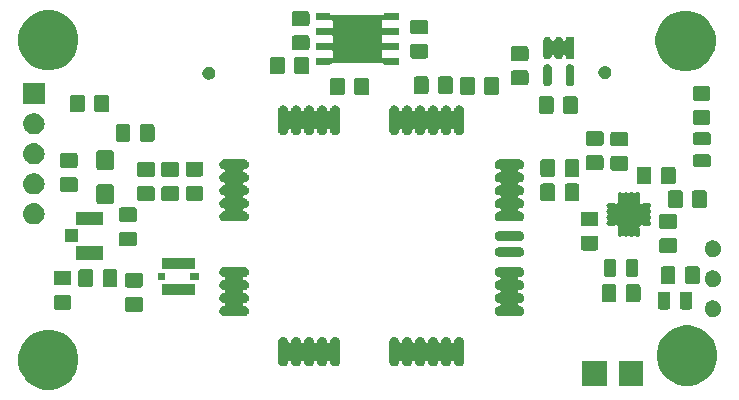
<source format=gbr>
%TF.GenerationSoftware,KiCad,Pcbnew,(5.0.2)-1*%
%TF.CreationDate,2021-04-08T12:32:07+02:00*%
%TF.ProjectId,trackerGPS,74726163-6b65-4724-9750-532e6b696361,rev?*%
%TF.SameCoordinates,Original*%
%TF.FileFunction,Soldermask,Top*%
%TF.FilePolarity,Negative*%
%FSLAX46Y46*%
G04 Gerber Fmt 4.6, Leading zero omitted, Abs format (unit mm)*
G04 Created by KiCad (PCBNEW (5.0.2)-1) date 08/04/2021 12:32:07*
%MOMM*%
%LPD*%
G01*
G04 APERTURE LIST*
%ADD10C,0.100000*%
G04 APERTURE END LIST*
D10*
G36*
X102928296Y-90206233D02*
X102928298Y-90206234D01*
X102928299Y-90206234D01*
X103392552Y-90398533D01*
X103808484Y-90676450D01*
X103810371Y-90677711D01*
X104165689Y-91033029D01*
X104165691Y-91033032D01*
X104444867Y-91450848D01*
X104611277Y-91852600D01*
X104637167Y-91915104D01*
X104735200Y-92407947D01*
X104735200Y-92910453D01*
X104649374Y-93341929D01*
X104637166Y-93403299D01*
X104444867Y-93867552D01*
X104191525Y-94246704D01*
X104165689Y-94285371D01*
X103810371Y-94640689D01*
X103810368Y-94640691D01*
X103392552Y-94919867D01*
X102928299Y-95112166D01*
X102928298Y-95112166D01*
X102928296Y-95112167D01*
X102435453Y-95210200D01*
X101932947Y-95210200D01*
X101440104Y-95112167D01*
X101440102Y-95112166D01*
X101440101Y-95112166D01*
X100975848Y-94919867D01*
X100558032Y-94640691D01*
X100558029Y-94640689D01*
X100202711Y-94285371D01*
X100176875Y-94246704D01*
X99923533Y-93867552D01*
X99731234Y-93403299D01*
X99719027Y-93341929D01*
X99633200Y-92910453D01*
X99633200Y-92407947D01*
X99731233Y-91915104D01*
X99757123Y-91852600D01*
X99923533Y-91450848D01*
X100202709Y-91033032D01*
X100202711Y-91033029D01*
X100558029Y-90677711D01*
X100559916Y-90676450D01*
X100975848Y-90398533D01*
X101440101Y-90206234D01*
X101440102Y-90206234D01*
X101440104Y-90206233D01*
X101932947Y-90108200D01*
X102435453Y-90108200D01*
X102928296Y-90206233D01*
X102928296Y-90206233D01*
G37*
G36*
X157004896Y-89850633D02*
X157004898Y-89850634D01*
X157004899Y-89850634D01*
X157469152Y-90042933D01*
X157885084Y-90320850D01*
X157886971Y-90322111D01*
X158242289Y-90677429D01*
X158242291Y-90677432D01*
X158521467Y-91095248D01*
X158713766Y-91559501D01*
X158713767Y-91559504D01*
X158811800Y-92052347D01*
X158811800Y-92554853D01*
X158741067Y-92910452D01*
X158713766Y-93047699D01*
X158521467Y-93511952D01*
X158348112Y-93771396D01*
X158242289Y-93929771D01*
X157886971Y-94285089D01*
X157886968Y-94285091D01*
X157469152Y-94564267D01*
X157004899Y-94756566D01*
X157004898Y-94756566D01*
X157004896Y-94756567D01*
X156512053Y-94854600D01*
X156009547Y-94854600D01*
X155516704Y-94756567D01*
X155516702Y-94756566D01*
X155516701Y-94756566D01*
X155052448Y-94564267D01*
X154634632Y-94285091D01*
X154634629Y-94285089D01*
X154279311Y-93929771D01*
X154173488Y-93771396D01*
X154000133Y-93511952D01*
X153807834Y-93047699D01*
X153780534Y-92910452D01*
X153709800Y-92554853D01*
X153709800Y-92052347D01*
X153807833Y-91559504D01*
X153807834Y-91559501D01*
X154000133Y-91095248D01*
X154279309Y-90677432D01*
X154279311Y-90677429D01*
X154634629Y-90322111D01*
X154636516Y-90320850D01*
X155052448Y-90042933D01*
X155516701Y-89850634D01*
X155516702Y-89850634D01*
X155516704Y-89850633D01*
X156009547Y-89752600D01*
X156512053Y-89752600D01*
X157004896Y-89850633D01*
X157004896Y-89850633D01*
G37*
G36*
X149447960Y-94853200D02*
X147345960Y-94853200D01*
X147345960Y-92751200D01*
X149447960Y-92751200D01*
X149447960Y-94853200D01*
X149447960Y-94853200D01*
G37*
G36*
X152567080Y-94853200D02*
X150465080Y-94853200D01*
X150465080Y-92751200D01*
X152567080Y-92751200D01*
X152567080Y-94853200D01*
X152567080Y-94853200D01*
G37*
G36*
X137048910Y-90724164D02*
X137100389Y-90739780D01*
X137129212Y-90748523D01*
X137158440Y-90764146D01*
X137203217Y-90788080D01*
X137268085Y-90841315D01*
X137321320Y-90906182D01*
X137360877Y-90980188D01*
X137385236Y-91060489D01*
X137391400Y-91123074D01*
X137391400Y-92814926D01*
X137385236Y-92877511D01*
X137360877Y-92957812D01*
X137321320Y-93031818D01*
X137268085Y-93096685D01*
X137203218Y-93149920D01*
X137129212Y-93189477D01*
X137048911Y-93213836D01*
X136965400Y-93222061D01*
X136881890Y-93213836D01*
X136801589Y-93189477D01*
X136727583Y-93149920D01*
X136662716Y-93096685D01*
X136609481Y-93031818D01*
X136569924Y-92957812D01*
X136545565Y-92877511D01*
X136539798Y-92818959D01*
X136535019Y-92794930D01*
X136525641Y-92772291D01*
X136512028Y-92751916D01*
X136494700Y-92734589D01*
X136474326Y-92720975D01*
X136451687Y-92711598D01*
X136427653Y-92706817D01*
X136403149Y-92706817D01*
X136379116Y-92711597D01*
X136356477Y-92720975D01*
X136336102Y-92734588D01*
X136318775Y-92751916D01*
X136305161Y-92772290D01*
X136295784Y-92794929D01*
X136291003Y-92818961D01*
X136286359Y-92866111D01*
X136285236Y-92877511D01*
X136260877Y-92957812D01*
X136221320Y-93031818D01*
X136168085Y-93096685D01*
X136103218Y-93149920D01*
X136029212Y-93189477D01*
X135948911Y-93213836D01*
X135865400Y-93222061D01*
X135781890Y-93213836D01*
X135701589Y-93189477D01*
X135627583Y-93149920D01*
X135562716Y-93096685D01*
X135509481Y-93031818D01*
X135469924Y-92957812D01*
X135445565Y-92877511D01*
X135439798Y-92818959D01*
X135435019Y-92794930D01*
X135425641Y-92772291D01*
X135412028Y-92751916D01*
X135394700Y-92734589D01*
X135374326Y-92720975D01*
X135351687Y-92711598D01*
X135327653Y-92706817D01*
X135303149Y-92706817D01*
X135279116Y-92711597D01*
X135256477Y-92720975D01*
X135236102Y-92734588D01*
X135218775Y-92751916D01*
X135205161Y-92772290D01*
X135195784Y-92794929D01*
X135191003Y-92818961D01*
X135186359Y-92866111D01*
X135185236Y-92877511D01*
X135160877Y-92957812D01*
X135121320Y-93031818D01*
X135068085Y-93096685D01*
X135003218Y-93149920D01*
X134929212Y-93189477D01*
X134848911Y-93213836D01*
X134765400Y-93222061D01*
X134681890Y-93213836D01*
X134601589Y-93189477D01*
X134527583Y-93149920D01*
X134462716Y-93096685D01*
X134409481Y-93031818D01*
X134369924Y-92957812D01*
X134345565Y-92877511D01*
X134339798Y-92818959D01*
X134335019Y-92794930D01*
X134325641Y-92772291D01*
X134312028Y-92751916D01*
X134294700Y-92734589D01*
X134274326Y-92720975D01*
X134251687Y-92711598D01*
X134227653Y-92706817D01*
X134203149Y-92706817D01*
X134179116Y-92711597D01*
X134156477Y-92720975D01*
X134136102Y-92734588D01*
X134118775Y-92751916D01*
X134105161Y-92772290D01*
X134095784Y-92794929D01*
X134091003Y-92818961D01*
X134086359Y-92866111D01*
X134085236Y-92877511D01*
X134060877Y-92957812D01*
X134021320Y-93031818D01*
X133968085Y-93096685D01*
X133903218Y-93149920D01*
X133829212Y-93189477D01*
X133748911Y-93213836D01*
X133665400Y-93222061D01*
X133581890Y-93213836D01*
X133501589Y-93189477D01*
X133427583Y-93149920D01*
X133362716Y-93096685D01*
X133309481Y-93031818D01*
X133269924Y-92957812D01*
X133245565Y-92877511D01*
X133239798Y-92818959D01*
X133235019Y-92794930D01*
X133225641Y-92772291D01*
X133212028Y-92751916D01*
X133194700Y-92734589D01*
X133174326Y-92720975D01*
X133151687Y-92711598D01*
X133127653Y-92706817D01*
X133103149Y-92706817D01*
X133079116Y-92711597D01*
X133056477Y-92720975D01*
X133036102Y-92734588D01*
X133018775Y-92751916D01*
X133005161Y-92772290D01*
X132995784Y-92794929D01*
X132991003Y-92818961D01*
X132986359Y-92866111D01*
X132985236Y-92877511D01*
X132960877Y-92957812D01*
X132921320Y-93031818D01*
X132868085Y-93096685D01*
X132803218Y-93149920D01*
X132729212Y-93189477D01*
X132648911Y-93213836D01*
X132565400Y-93222061D01*
X132481890Y-93213836D01*
X132401589Y-93189477D01*
X132327583Y-93149920D01*
X132262716Y-93096685D01*
X132209481Y-93031818D01*
X132169924Y-92957812D01*
X132145565Y-92877511D01*
X132139798Y-92818959D01*
X132135019Y-92794930D01*
X132125641Y-92772291D01*
X132112028Y-92751916D01*
X132094700Y-92734589D01*
X132074326Y-92720975D01*
X132051687Y-92711598D01*
X132027653Y-92706817D01*
X132003149Y-92706817D01*
X131979116Y-92711597D01*
X131956477Y-92720975D01*
X131936102Y-92734588D01*
X131918775Y-92751916D01*
X131905161Y-92772290D01*
X131895784Y-92794929D01*
X131891003Y-92818961D01*
X131886359Y-92866111D01*
X131885236Y-92877511D01*
X131860877Y-92957812D01*
X131821320Y-93031818D01*
X131768085Y-93096685D01*
X131703218Y-93149920D01*
X131629212Y-93189477D01*
X131548911Y-93213836D01*
X131465400Y-93222061D01*
X131381890Y-93213836D01*
X131301589Y-93189477D01*
X131227583Y-93149920D01*
X131162716Y-93096685D01*
X131109481Y-93031818D01*
X131069924Y-92957812D01*
X131045565Y-92877511D01*
X131039401Y-92814926D01*
X131039400Y-91123075D01*
X131045564Y-91060490D01*
X131069923Y-90980189D01*
X131069923Y-90980188D01*
X131094956Y-90933355D01*
X131109480Y-90906183D01*
X131162715Y-90841315D01*
X131227582Y-90788080D01*
X131301588Y-90748523D01*
X131381889Y-90724164D01*
X131465400Y-90715939D01*
X131548910Y-90724164D01*
X131600389Y-90739780D01*
X131629212Y-90748523D01*
X131658440Y-90764146D01*
X131703217Y-90788080D01*
X131768085Y-90841315D01*
X131821320Y-90906182D01*
X131860877Y-90980188D01*
X131885236Y-91060489D01*
X131885236Y-91060491D01*
X131891002Y-91119033D01*
X131895783Y-91143067D01*
X131905160Y-91165706D01*
X131918774Y-91186080D01*
X131936101Y-91203408D01*
X131956476Y-91217021D01*
X131979115Y-91226399D01*
X132003148Y-91231179D01*
X132027652Y-91231179D01*
X132051686Y-91226398D01*
X132074325Y-91217021D01*
X132094699Y-91203407D01*
X132112027Y-91186080D01*
X132125640Y-91165705D01*
X132135018Y-91143066D01*
X132139798Y-91119034D01*
X132145564Y-91060491D01*
X132145565Y-91060489D01*
X132169923Y-90980189D01*
X132169923Y-90980188D01*
X132194956Y-90933355D01*
X132209480Y-90906183D01*
X132262715Y-90841315D01*
X132327582Y-90788080D01*
X132401588Y-90748523D01*
X132481889Y-90724164D01*
X132565400Y-90715939D01*
X132648910Y-90724164D01*
X132700389Y-90739780D01*
X132729212Y-90748523D01*
X132758440Y-90764146D01*
X132803217Y-90788080D01*
X132868085Y-90841315D01*
X132921320Y-90906182D01*
X132960877Y-90980188D01*
X132985236Y-91060489D01*
X132985236Y-91060491D01*
X132991002Y-91119033D01*
X132995783Y-91143067D01*
X133005160Y-91165706D01*
X133018774Y-91186080D01*
X133036101Y-91203408D01*
X133056476Y-91217021D01*
X133079115Y-91226399D01*
X133103148Y-91231179D01*
X133127652Y-91231179D01*
X133151686Y-91226398D01*
X133174325Y-91217021D01*
X133194699Y-91203407D01*
X133212027Y-91186080D01*
X133225640Y-91165705D01*
X133235018Y-91143066D01*
X133239798Y-91119034D01*
X133245564Y-91060491D01*
X133245565Y-91060489D01*
X133269923Y-90980189D01*
X133269923Y-90980188D01*
X133294956Y-90933355D01*
X133309480Y-90906183D01*
X133362715Y-90841315D01*
X133427582Y-90788080D01*
X133501588Y-90748523D01*
X133581889Y-90724164D01*
X133665400Y-90715939D01*
X133748910Y-90724164D01*
X133800389Y-90739780D01*
X133829212Y-90748523D01*
X133858440Y-90764146D01*
X133903217Y-90788080D01*
X133968085Y-90841315D01*
X134021320Y-90906182D01*
X134060877Y-90980188D01*
X134085236Y-91060489D01*
X134085236Y-91060491D01*
X134091002Y-91119033D01*
X134095783Y-91143067D01*
X134105160Y-91165706D01*
X134118774Y-91186080D01*
X134136101Y-91203408D01*
X134156476Y-91217021D01*
X134179115Y-91226399D01*
X134203148Y-91231179D01*
X134227652Y-91231179D01*
X134251686Y-91226398D01*
X134274325Y-91217021D01*
X134294699Y-91203407D01*
X134312027Y-91186080D01*
X134325640Y-91165705D01*
X134335018Y-91143066D01*
X134339798Y-91119034D01*
X134345564Y-91060491D01*
X134345565Y-91060489D01*
X134369923Y-90980189D01*
X134369923Y-90980188D01*
X134394956Y-90933355D01*
X134409480Y-90906183D01*
X134462715Y-90841315D01*
X134527582Y-90788080D01*
X134601588Y-90748523D01*
X134681889Y-90724164D01*
X134765400Y-90715939D01*
X134848910Y-90724164D01*
X134900389Y-90739780D01*
X134929212Y-90748523D01*
X134958440Y-90764146D01*
X135003217Y-90788080D01*
X135068085Y-90841315D01*
X135121320Y-90906182D01*
X135160877Y-90980188D01*
X135185236Y-91060489D01*
X135185236Y-91060491D01*
X135191002Y-91119033D01*
X135195783Y-91143067D01*
X135205160Y-91165706D01*
X135218774Y-91186080D01*
X135236101Y-91203408D01*
X135256476Y-91217021D01*
X135279115Y-91226399D01*
X135303148Y-91231179D01*
X135327652Y-91231179D01*
X135351686Y-91226398D01*
X135374325Y-91217021D01*
X135394699Y-91203407D01*
X135412027Y-91186080D01*
X135425640Y-91165705D01*
X135435018Y-91143066D01*
X135439798Y-91119034D01*
X135445564Y-91060491D01*
X135445565Y-91060489D01*
X135469923Y-90980189D01*
X135469923Y-90980188D01*
X135494956Y-90933355D01*
X135509480Y-90906183D01*
X135562715Y-90841315D01*
X135627582Y-90788080D01*
X135701588Y-90748523D01*
X135781889Y-90724164D01*
X135865400Y-90715939D01*
X135948910Y-90724164D01*
X136000389Y-90739780D01*
X136029212Y-90748523D01*
X136058440Y-90764146D01*
X136103217Y-90788080D01*
X136168085Y-90841315D01*
X136221320Y-90906182D01*
X136260877Y-90980188D01*
X136285236Y-91060489D01*
X136285236Y-91060491D01*
X136291002Y-91119033D01*
X136295783Y-91143067D01*
X136305160Y-91165706D01*
X136318774Y-91186080D01*
X136336101Y-91203408D01*
X136356476Y-91217021D01*
X136379115Y-91226399D01*
X136403148Y-91231179D01*
X136427652Y-91231179D01*
X136451686Y-91226398D01*
X136474325Y-91217021D01*
X136494699Y-91203407D01*
X136512027Y-91186080D01*
X136525640Y-91165705D01*
X136535018Y-91143066D01*
X136539798Y-91119034D01*
X136545564Y-91060491D01*
X136545565Y-91060489D01*
X136569923Y-90980189D01*
X136569923Y-90980188D01*
X136594956Y-90933355D01*
X136609480Y-90906183D01*
X136662715Y-90841315D01*
X136727582Y-90788080D01*
X136801588Y-90748523D01*
X136881889Y-90724164D01*
X136965400Y-90715939D01*
X137048910Y-90724164D01*
X137048910Y-90724164D01*
G37*
G36*
X126548910Y-90724164D02*
X126600389Y-90739780D01*
X126629212Y-90748523D01*
X126658440Y-90764146D01*
X126703217Y-90788080D01*
X126768085Y-90841315D01*
X126821320Y-90906182D01*
X126860877Y-90980188D01*
X126885236Y-91060489D01*
X126891400Y-91123074D01*
X126891400Y-92814926D01*
X126885236Y-92877511D01*
X126860877Y-92957812D01*
X126821320Y-93031818D01*
X126768085Y-93096685D01*
X126703218Y-93149920D01*
X126629212Y-93189477D01*
X126548911Y-93213836D01*
X126465400Y-93222061D01*
X126381890Y-93213836D01*
X126301589Y-93189477D01*
X126227583Y-93149920D01*
X126162716Y-93096685D01*
X126109481Y-93031818D01*
X126069924Y-92957812D01*
X126045565Y-92877511D01*
X126039798Y-92818959D01*
X126035019Y-92794930D01*
X126025641Y-92772291D01*
X126012028Y-92751916D01*
X125994700Y-92734589D01*
X125974326Y-92720975D01*
X125951687Y-92711598D01*
X125927653Y-92706817D01*
X125903149Y-92706817D01*
X125879116Y-92711597D01*
X125856477Y-92720975D01*
X125836102Y-92734588D01*
X125818775Y-92751916D01*
X125805161Y-92772290D01*
X125795784Y-92794929D01*
X125791003Y-92818961D01*
X125786359Y-92866111D01*
X125785236Y-92877511D01*
X125760877Y-92957812D01*
X125721320Y-93031818D01*
X125668085Y-93096685D01*
X125603218Y-93149920D01*
X125529212Y-93189477D01*
X125448911Y-93213836D01*
X125365400Y-93222061D01*
X125281890Y-93213836D01*
X125201589Y-93189477D01*
X125127583Y-93149920D01*
X125062716Y-93096685D01*
X125009481Y-93031818D01*
X124969924Y-92957812D01*
X124945565Y-92877511D01*
X124939798Y-92818959D01*
X124935019Y-92794930D01*
X124925641Y-92772291D01*
X124912028Y-92751916D01*
X124894700Y-92734589D01*
X124874326Y-92720975D01*
X124851687Y-92711598D01*
X124827653Y-92706817D01*
X124803149Y-92706817D01*
X124779116Y-92711597D01*
X124756477Y-92720975D01*
X124736102Y-92734588D01*
X124718775Y-92751916D01*
X124705161Y-92772290D01*
X124695784Y-92794929D01*
X124691003Y-92818961D01*
X124686359Y-92866111D01*
X124685236Y-92877511D01*
X124660877Y-92957812D01*
X124621320Y-93031818D01*
X124568085Y-93096685D01*
X124503218Y-93149920D01*
X124429212Y-93189477D01*
X124348911Y-93213836D01*
X124265400Y-93222061D01*
X124181890Y-93213836D01*
X124101589Y-93189477D01*
X124027583Y-93149920D01*
X123962716Y-93096685D01*
X123909481Y-93031818D01*
X123869924Y-92957812D01*
X123845565Y-92877511D01*
X123839798Y-92818959D01*
X123835019Y-92794930D01*
X123825641Y-92772291D01*
X123812028Y-92751916D01*
X123794700Y-92734589D01*
X123774326Y-92720975D01*
X123751687Y-92711598D01*
X123727653Y-92706817D01*
X123703149Y-92706817D01*
X123679116Y-92711597D01*
X123656477Y-92720975D01*
X123636102Y-92734588D01*
X123618775Y-92751916D01*
X123605161Y-92772290D01*
X123595784Y-92794929D01*
X123591003Y-92818961D01*
X123586359Y-92866111D01*
X123585236Y-92877511D01*
X123560877Y-92957812D01*
X123521320Y-93031818D01*
X123468085Y-93096685D01*
X123403218Y-93149920D01*
X123329212Y-93189477D01*
X123248911Y-93213836D01*
X123165400Y-93222061D01*
X123081890Y-93213836D01*
X123001589Y-93189477D01*
X122927583Y-93149920D01*
X122862716Y-93096685D01*
X122809481Y-93031818D01*
X122769924Y-92957812D01*
X122745565Y-92877511D01*
X122739798Y-92818959D01*
X122735019Y-92794930D01*
X122725641Y-92772291D01*
X122712028Y-92751916D01*
X122694700Y-92734589D01*
X122674326Y-92720975D01*
X122651687Y-92711598D01*
X122627653Y-92706817D01*
X122603149Y-92706817D01*
X122579116Y-92711597D01*
X122556477Y-92720975D01*
X122536102Y-92734588D01*
X122518775Y-92751916D01*
X122505161Y-92772290D01*
X122495784Y-92794929D01*
X122491003Y-92818961D01*
X122486359Y-92866111D01*
X122485236Y-92877511D01*
X122460877Y-92957812D01*
X122421320Y-93031818D01*
X122368085Y-93096685D01*
X122303218Y-93149920D01*
X122229212Y-93189477D01*
X122148911Y-93213836D01*
X122065400Y-93222061D01*
X121981890Y-93213836D01*
X121901589Y-93189477D01*
X121827583Y-93149920D01*
X121762716Y-93096685D01*
X121709481Y-93031818D01*
X121669924Y-92957812D01*
X121645565Y-92877511D01*
X121639401Y-92814926D01*
X121639400Y-91123075D01*
X121645564Y-91060490D01*
X121669923Y-90980189D01*
X121669923Y-90980188D01*
X121694956Y-90933355D01*
X121709480Y-90906183D01*
X121762715Y-90841315D01*
X121827582Y-90788080D01*
X121901588Y-90748523D01*
X121981889Y-90724164D01*
X122065400Y-90715939D01*
X122148910Y-90724164D01*
X122200389Y-90739780D01*
X122229212Y-90748523D01*
X122258440Y-90764146D01*
X122303217Y-90788080D01*
X122368085Y-90841315D01*
X122421320Y-90906182D01*
X122460877Y-90980188D01*
X122485236Y-91060489D01*
X122485236Y-91060491D01*
X122491002Y-91119033D01*
X122495783Y-91143067D01*
X122505160Y-91165706D01*
X122518774Y-91186080D01*
X122536101Y-91203408D01*
X122556476Y-91217021D01*
X122579115Y-91226399D01*
X122603148Y-91231179D01*
X122627652Y-91231179D01*
X122651686Y-91226398D01*
X122674325Y-91217021D01*
X122694699Y-91203407D01*
X122712027Y-91186080D01*
X122725640Y-91165705D01*
X122735018Y-91143066D01*
X122739798Y-91119034D01*
X122745564Y-91060491D01*
X122745565Y-91060489D01*
X122769923Y-90980189D01*
X122769923Y-90980188D01*
X122794956Y-90933355D01*
X122809480Y-90906183D01*
X122862715Y-90841315D01*
X122927582Y-90788080D01*
X123001588Y-90748523D01*
X123081889Y-90724164D01*
X123165400Y-90715939D01*
X123248910Y-90724164D01*
X123300389Y-90739780D01*
X123329212Y-90748523D01*
X123358440Y-90764146D01*
X123403217Y-90788080D01*
X123468085Y-90841315D01*
X123521320Y-90906182D01*
X123560877Y-90980188D01*
X123585236Y-91060489D01*
X123585236Y-91060491D01*
X123591002Y-91119033D01*
X123595783Y-91143067D01*
X123605160Y-91165706D01*
X123618774Y-91186080D01*
X123636101Y-91203408D01*
X123656476Y-91217021D01*
X123679115Y-91226399D01*
X123703148Y-91231179D01*
X123727652Y-91231179D01*
X123751686Y-91226398D01*
X123774325Y-91217021D01*
X123794699Y-91203407D01*
X123812027Y-91186080D01*
X123825640Y-91165705D01*
X123835018Y-91143066D01*
X123839798Y-91119034D01*
X123845564Y-91060491D01*
X123845565Y-91060489D01*
X123869923Y-90980189D01*
X123869923Y-90980188D01*
X123894956Y-90933355D01*
X123909480Y-90906183D01*
X123962715Y-90841315D01*
X124027582Y-90788080D01*
X124101588Y-90748523D01*
X124181889Y-90724164D01*
X124265400Y-90715939D01*
X124348910Y-90724164D01*
X124400389Y-90739780D01*
X124429212Y-90748523D01*
X124458440Y-90764146D01*
X124503217Y-90788080D01*
X124568085Y-90841315D01*
X124621320Y-90906182D01*
X124660877Y-90980188D01*
X124685236Y-91060489D01*
X124685236Y-91060491D01*
X124691002Y-91119033D01*
X124695783Y-91143067D01*
X124705160Y-91165706D01*
X124718774Y-91186080D01*
X124736101Y-91203408D01*
X124756476Y-91217021D01*
X124779115Y-91226399D01*
X124803148Y-91231179D01*
X124827652Y-91231179D01*
X124851686Y-91226398D01*
X124874325Y-91217021D01*
X124894699Y-91203407D01*
X124912027Y-91186080D01*
X124925640Y-91165705D01*
X124935018Y-91143066D01*
X124939798Y-91119034D01*
X124945564Y-91060491D01*
X124945565Y-91060489D01*
X124969923Y-90980189D01*
X124969923Y-90980188D01*
X124994956Y-90933355D01*
X125009480Y-90906183D01*
X125062715Y-90841315D01*
X125127582Y-90788080D01*
X125201588Y-90748523D01*
X125281889Y-90724164D01*
X125365400Y-90715939D01*
X125448910Y-90724164D01*
X125500389Y-90739780D01*
X125529212Y-90748523D01*
X125558440Y-90764146D01*
X125603217Y-90788080D01*
X125668085Y-90841315D01*
X125721320Y-90906182D01*
X125760877Y-90980188D01*
X125785236Y-91060489D01*
X125785236Y-91060491D01*
X125791002Y-91119033D01*
X125795783Y-91143067D01*
X125805160Y-91165706D01*
X125818774Y-91186080D01*
X125836101Y-91203408D01*
X125856476Y-91217021D01*
X125879115Y-91226399D01*
X125903148Y-91231179D01*
X125927652Y-91231179D01*
X125951686Y-91226398D01*
X125974325Y-91217021D01*
X125994699Y-91203407D01*
X126012027Y-91186080D01*
X126025640Y-91165705D01*
X126035018Y-91143066D01*
X126039798Y-91119034D01*
X126045564Y-91060491D01*
X126045565Y-91060489D01*
X126069923Y-90980189D01*
X126069923Y-90980188D01*
X126094956Y-90933355D01*
X126109480Y-90906183D01*
X126162715Y-90841315D01*
X126227582Y-90788080D01*
X126301588Y-90748523D01*
X126381889Y-90724164D01*
X126465400Y-90715939D01*
X126548910Y-90724164D01*
X126548910Y-90724164D01*
G37*
G36*
X158654752Y-87656978D02*
X158782329Y-87709822D01*
X158897145Y-87786540D01*
X158994780Y-87884175D01*
X159071498Y-87998991D01*
X159124342Y-88126568D01*
X159151280Y-88261996D01*
X159151280Y-88400084D01*
X159124342Y-88535512D01*
X159071498Y-88663089D01*
X158994780Y-88777905D01*
X158897145Y-88875540D01*
X158782329Y-88952258D01*
X158654752Y-89005102D01*
X158519324Y-89032040D01*
X158381236Y-89032040D01*
X158245808Y-89005102D01*
X158118231Y-88952258D01*
X158003415Y-88875540D01*
X157905780Y-88777905D01*
X157829062Y-88663089D01*
X157776218Y-88535512D01*
X157749280Y-88400084D01*
X157749280Y-88261996D01*
X157776218Y-88126568D01*
X157829062Y-87998991D01*
X157905780Y-87884175D01*
X158003415Y-87786540D01*
X158118231Y-87709822D01*
X158245808Y-87656978D01*
X158381236Y-87630040D01*
X158519324Y-87630040D01*
X158654752Y-87656978D01*
X158654752Y-87656978D01*
G37*
G36*
X142123911Y-84799164D02*
X142204212Y-84823523D01*
X142278218Y-84863080D01*
X142343085Y-84916315D01*
X142396320Y-84981182D01*
X142435877Y-85055188D01*
X142460236Y-85135489D01*
X142468461Y-85219000D01*
X142460236Y-85302511D01*
X142435877Y-85382812D01*
X142396320Y-85456818D01*
X142343085Y-85521685D01*
X142278218Y-85574920D01*
X142204212Y-85614477D01*
X142123911Y-85638836D01*
X142065367Y-85644602D01*
X142041334Y-85649383D01*
X142018695Y-85658760D01*
X141998320Y-85672374D01*
X141980993Y-85689701D01*
X141967380Y-85710076D01*
X141958002Y-85732715D01*
X141953222Y-85756748D01*
X141953222Y-85781253D01*
X141958003Y-85805286D01*
X141967380Y-85827925D01*
X141980994Y-85848300D01*
X141998321Y-85865627D01*
X142018696Y-85879240D01*
X142041335Y-85888618D01*
X142065367Y-85893398D01*
X142123911Y-85899164D01*
X142204212Y-85923523D01*
X142278218Y-85963080D01*
X142343085Y-86016315D01*
X142396320Y-86081182D01*
X142435877Y-86155188D01*
X142460236Y-86235489D01*
X142468461Y-86319000D01*
X142460236Y-86402511D01*
X142435877Y-86482812D01*
X142396320Y-86556818D01*
X142343085Y-86621685D01*
X142278218Y-86674920D01*
X142204212Y-86714477D01*
X142123911Y-86738836D01*
X142065367Y-86744602D01*
X142041334Y-86749383D01*
X142018695Y-86758760D01*
X141998320Y-86772374D01*
X141980993Y-86789701D01*
X141967380Y-86810076D01*
X141958002Y-86832715D01*
X141953222Y-86856748D01*
X141953222Y-86881253D01*
X141958003Y-86905286D01*
X141967380Y-86927925D01*
X141980994Y-86948300D01*
X141998321Y-86965627D01*
X142018696Y-86979240D01*
X142041335Y-86988618D01*
X142065367Y-86993398D01*
X142123911Y-86999164D01*
X142204212Y-87023523D01*
X142278218Y-87063080D01*
X142343085Y-87116315D01*
X142396320Y-87181182D01*
X142435877Y-87255188D01*
X142460236Y-87335489D01*
X142468461Y-87419000D01*
X142460236Y-87502511D01*
X142435877Y-87582812D01*
X142396320Y-87656818D01*
X142343085Y-87721685D01*
X142278218Y-87774920D01*
X142204212Y-87814477D01*
X142123911Y-87838836D01*
X142065367Y-87844602D01*
X142041334Y-87849383D01*
X142018695Y-87858760D01*
X141998320Y-87872374D01*
X141980993Y-87889701D01*
X141967380Y-87910076D01*
X141958002Y-87932715D01*
X141953222Y-87956748D01*
X141953222Y-87981253D01*
X141958003Y-88005286D01*
X141967380Y-88027925D01*
X141980994Y-88048300D01*
X141998321Y-88065627D01*
X142018696Y-88079240D01*
X142041335Y-88088618D01*
X142065367Y-88093398D01*
X142123911Y-88099164D01*
X142204212Y-88123523D01*
X142278218Y-88163080D01*
X142343085Y-88216315D01*
X142396320Y-88281182D01*
X142435877Y-88355188D01*
X142460236Y-88435489D01*
X142468461Y-88519000D01*
X142460236Y-88602511D01*
X142435877Y-88682812D01*
X142396320Y-88756818D01*
X142343085Y-88821685D01*
X142278218Y-88874920D01*
X142204212Y-88914477D01*
X142123911Y-88938836D01*
X142061326Y-88945000D01*
X140369474Y-88945000D01*
X140306889Y-88938836D01*
X140226588Y-88914477D01*
X140152582Y-88874920D01*
X140087715Y-88821685D01*
X140034480Y-88756818D01*
X139994923Y-88682812D01*
X139970564Y-88602511D01*
X139962339Y-88519000D01*
X139970564Y-88435489D01*
X139994923Y-88355188D01*
X140034480Y-88281182D01*
X140087715Y-88216315D01*
X140152582Y-88163080D01*
X140226588Y-88123523D01*
X140306889Y-88099164D01*
X140365433Y-88093398D01*
X140389466Y-88088617D01*
X140412105Y-88079240D01*
X140432480Y-88065626D01*
X140449807Y-88048299D01*
X140463420Y-88027924D01*
X140472798Y-88005285D01*
X140477578Y-87981252D01*
X140477578Y-87956747D01*
X140472797Y-87932714D01*
X140463420Y-87910075D01*
X140449806Y-87889700D01*
X140432479Y-87872373D01*
X140412104Y-87858760D01*
X140389465Y-87849382D01*
X140365433Y-87844602D01*
X140306889Y-87838836D01*
X140226588Y-87814477D01*
X140152582Y-87774920D01*
X140087715Y-87721685D01*
X140034480Y-87656818D01*
X139994923Y-87582812D01*
X139970564Y-87502511D01*
X139962339Y-87419000D01*
X139970564Y-87335489D01*
X139994923Y-87255188D01*
X140034480Y-87181182D01*
X140087715Y-87116315D01*
X140152582Y-87063080D01*
X140226588Y-87023523D01*
X140306889Y-86999164D01*
X140365433Y-86993398D01*
X140389466Y-86988617D01*
X140412105Y-86979240D01*
X140432480Y-86965626D01*
X140449807Y-86948299D01*
X140463420Y-86927924D01*
X140472798Y-86905285D01*
X140477578Y-86881252D01*
X140477578Y-86856747D01*
X140472797Y-86832714D01*
X140463420Y-86810075D01*
X140449806Y-86789700D01*
X140432479Y-86772373D01*
X140412104Y-86758760D01*
X140389465Y-86749382D01*
X140365433Y-86744602D01*
X140306889Y-86738836D01*
X140226588Y-86714477D01*
X140152582Y-86674920D01*
X140087715Y-86621685D01*
X140034480Y-86556818D01*
X139994923Y-86482812D01*
X139970564Y-86402511D01*
X139962339Y-86319000D01*
X139970564Y-86235489D01*
X139994923Y-86155188D01*
X140034480Y-86081182D01*
X140087715Y-86016315D01*
X140152582Y-85963080D01*
X140226588Y-85923523D01*
X140306889Y-85899164D01*
X140365433Y-85893398D01*
X140389466Y-85888617D01*
X140412105Y-85879240D01*
X140432480Y-85865626D01*
X140449807Y-85848299D01*
X140463420Y-85827924D01*
X140472798Y-85805285D01*
X140477578Y-85781252D01*
X140477578Y-85756747D01*
X140472797Y-85732714D01*
X140463420Y-85710075D01*
X140449806Y-85689700D01*
X140432479Y-85672373D01*
X140412104Y-85658760D01*
X140389465Y-85649382D01*
X140365433Y-85644602D01*
X140306889Y-85638836D01*
X140226588Y-85614477D01*
X140152582Y-85574920D01*
X140087715Y-85521685D01*
X140034480Y-85456818D01*
X139994923Y-85382812D01*
X139970564Y-85302511D01*
X139962339Y-85219000D01*
X139970564Y-85135489D01*
X139994923Y-85055188D01*
X140034480Y-84981182D01*
X140087715Y-84916315D01*
X140152582Y-84863080D01*
X140226588Y-84823523D01*
X140306889Y-84799164D01*
X140369474Y-84793000D01*
X142061326Y-84793000D01*
X142123911Y-84799164D01*
X142123911Y-84799164D01*
G37*
G36*
X118823911Y-84799164D02*
X118904212Y-84823523D01*
X118978218Y-84863080D01*
X119043085Y-84916315D01*
X119096320Y-84981182D01*
X119135877Y-85055188D01*
X119160236Y-85135489D01*
X119168461Y-85219000D01*
X119160236Y-85302511D01*
X119135877Y-85382812D01*
X119096320Y-85456818D01*
X119043085Y-85521685D01*
X118978218Y-85574920D01*
X118904212Y-85614477D01*
X118823911Y-85638836D01*
X118765367Y-85644602D01*
X118741334Y-85649383D01*
X118718695Y-85658760D01*
X118698320Y-85672374D01*
X118680993Y-85689701D01*
X118667380Y-85710076D01*
X118658002Y-85732715D01*
X118653222Y-85756748D01*
X118653222Y-85781253D01*
X118658003Y-85805286D01*
X118667380Y-85827925D01*
X118680994Y-85848300D01*
X118698321Y-85865627D01*
X118718696Y-85879240D01*
X118741335Y-85888618D01*
X118765367Y-85893398D01*
X118823911Y-85899164D01*
X118904212Y-85923523D01*
X118978218Y-85963080D01*
X119043085Y-86016315D01*
X119096320Y-86081182D01*
X119135877Y-86155188D01*
X119160236Y-86235489D01*
X119168461Y-86319000D01*
X119160236Y-86402511D01*
X119135877Y-86482812D01*
X119096320Y-86556818D01*
X119043085Y-86621685D01*
X118978218Y-86674920D01*
X118904212Y-86714477D01*
X118823911Y-86738836D01*
X118765367Y-86744602D01*
X118741334Y-86749383D01*
X118718695Y-86758760D01*
X118698320Y-86772374D01*
X118680993Y-86789701D01*
X118667380Y-86810076D01*
X118658002Y-86832715D01*
X118653222Y-86856748D01*
X118653222Y-86881253D01*
X118658003Y-86905286D01*
X118667380Y-86927925D01*
X118680994Y-86948300D01*
X118698321Y-86965627D01*
X118718696Y-86979240D01*
X118741335Y-86988618D01*
X118765367Y-86993398D01*
X118823911Y-86999164D01*
X118904212Y-87023523D01*
X118978218Y-87063080D01*
X119043085Y-87116315D01*
X119096320Y-87181182D01*
X119135877Y-87255188D01*
X119160236Y-87335489D01*
X119168461Y-87419000D01*
X119160236Y-87502511D01*
X119135877Y-87582812D01*
X119096320Y-87656818D01*
X119043085Y-87721685D01*
X118978218Y-87774920D01*
X118904212Y-87814477D01*
X118823911Y-87838836D01*
X118765367Y-87844602D01*
X118741334Y-87849383D01*
X118718695Y-87858760D01*
X118698320Y-87872374D01*
X118680993Y-87889701D01*
X118667380Y-87910076D01*
X118658002Y-87932715D01*
X118653222Y-87956748D01*
X118653222Y-87981253D01*
X118658003Y-88005286D01*
X118667380Y-88027925D01*
X118680994Y-88048300D01*
X118698321Y-88065627D01*
X118718696Y-88079240D01*
X118741335Y-88088618D01*
X118765367Y-88093398D01*
X118823911Y-88099164D01*
X118904212Y-88123523D01*
X118978218Y-88163080D01*
X119043085Y-88216315D01*
X119096320Y-88281182D01*
X119135877Y-88355188D01*
X119160236Y-88435489D01*
X119168461Y-88519000D01*
X119160236Y-88602511D01*
X119135877Y-88682812D01*
X119096320Y-88756818D01*
X119043085Y-88821685D01*
X118978218Y-88874920D01*
X118904212Y-88914477D01*
X118823911Y-88938836D01*
X118761326Y-88945000D01*
X117069474Y-88945000D01*
X117006889Y-88938836D01*
X116926588Y-88914477D01*
X116852582Y-88874920D01*
X116787715Y-88821685D01*
X116734480Y-88756818D01*
X116694923Y-88682812D01*
X116670564Y-88602511D01*
X116662339Y-88519000D01*
X116670564Y-88435489D01*
X116694923Y-88355188D01*
X116734480Y-88281182D01*
X116787715Y-88216315D01*
X116852582Y-88163080D01*
X116926588Y-88123523D01*
X117006889Y-88099164D01*
X117065433Y-88093398D01*
X117089466Y-88088617D01*
X117112105Y-88079240D01*
X117132480Y-88065626D01*
X117149807Y-88048299D01*
X117163420Y-88027924D01*
X117172798Y-88005285D01*
X117177578Y-87981252D01*
X117177578Y-87956747D01*
X117172797Y-87932714D01*
X117163420Y-87910075D01*
X117149806Y-87889700D01*
X117132479Y-87872373D01*
X117112104Y-87858760D01*
X117089465Y-87849382D01*
X117065433Y-87844602D01*
X117006889Y-87838836D01*
X116926588Y-87814477D01*
X116852582Y-87774920D01*
X116787715Y-87721685D01*
X116734480Y-87656818D01*
X116694923Y-87582812D01*
X116670564Y-87502511D01*
X116662339Y-87419000D01*
X116670564Y-87335489D01*
X116694923Y-87255188D01*
X116734480Y-87181182D01*
X116787715Y-87116315D01*
X116852582Y-87063080D01*
X116926588Y-87023523D01*
X117006889Y-86999164D01*
X117065433Y-86993398D01*
X117089466Y-86988617D01*
X117112105Y-86979240D01*
X117132480Y-86965626D01*
X117149807Y-86948299D01*
X117163420Y-86927924D01*
X117172798Y-86905285D01*
X117177578Y-86881252D01*
X117177578Y-86856747D01*
X117172797Y-86832714D01*
X117163420Y-86810075D01*
X117149806Y-86789700D01*
X117132479Y-86772373D01*
X117112104Y-86758760D01*
X117089465Y-86749382D01*
X117065433Y-86744602D01*
X117006889Y-86738836D01*
X116926588Y-86714477D01*
X116852582Y-86674920D01*
X116787715Y-86621685D01*
X116734480Y-86556818D01*
X116694923Y-86482812D01*
X116670564Y-86402511D01*
X116662339Y-86319000D01*
X116670564Y-86235489D01*
X116694923Y-86155188D01*
X116734480Y-86081182D01*
X116787715Y-86016315D01*
X116852582Y-85963080D01*
X116926588Y-85923523D01*
X117006889Y-85899164D01*
X117065433Y-85893398D01*
X117089466Y-85888617D01*
X117112105Y-85879240D01*
X117132480Y-85865626D01*
X117149807Y-85848299D01*
X117163420Y-85827924D01*
X117172798Y-85805285D01*
X117177578Y-85781252D01*
X117177578Y-85756747D01*
X117172797Y-85732714D01*
X117163420Y-85710075D01*
X117149806Y-85689700D01*
X117132479Y-85672373D01*
X117112104Y-85658760D01*
X117089465Y-85649382D01*
X117065433Y-85644602D01*
X117006889Y-85638836D01*
X116926588Y-85614477D01*
X116852582Y-85574920D01*
X116787715Y-85521685D01*
X116734480Y-85456818D01*
X116694923Y-85382812D01*
X116670564Y-85302511D01*
X116662339Y-85219000D01*
X116670564Y-85135489D01*
X116694923Y-85055188D01*
X116734480Y-84981182D01*
X116787715Y-84916315D01*
X116852582Y-84863080D01*
X116926588Y-84823523D01*
X117006889Y-84799164D01*
X117069474Y-84793000D01*
X118761326Y-84793000D01*
X118823911Y-84799164D01*
X118823911Y-84799164D01*
G37*
G36*
X110011877Y-87347665D02*
X110049564Y-87359098D01*
X110084303Y-87377666D01*
X110114748Y-87402652D01*
X110139734Y-87433097D01*
X110158302Y-87467836D01*
X110169735Y-87505523D01*
X110174200Y-87550861D01*
X110174200Y-88387539D01*
X110169735Y-88432877D01*
X110158302Y-88470564D01*
X110139734Y-88505303D01*
X110114748Y-88535748D01*
X110084303Y-88560734D01*
X110049564Y-88579302D01*
X110011877Y-88590735D01*
X109966539Y-88595200D01*
X108879861Y-88595200D01*
X108834523Y-88590735D01*
X108796836Y-88579302D01*
X108762097Y-88560734D01*
X108731652Y-88535748D01*
X108706666Y-88505303D01*
X108688098Y-88470564D01*
X108676665Y-88432877D01*
X108672200Y-88387539D01*
X108672200Y-87550861D01*
X108676665Y-87505523D01*
X108688098Y-87467836D01*
X108706666Y-87433097D01*
X108731652Y-87402652D01*
X108762097Y-87377666D01*
X108796836Y-87359098D01*
X108834523Y-87347665D01*
X108879861Y-87343200D01*
X109966539Y-87343200D01*
X110011877Y-87347665D01*
X110011877Y-87347665D01*
G37*
G36*
X103966677Y-87169865D02*
X104004364Y-87181298D01*
X104039103Y-87199866D01*
X104069548Y-87224852D01*
X104094534Y-87255297D01*
X104113102Y-87290036D01*
X104124535Y-87327723D01*
X104129000Y-87373061D01*
X104129000Y-88209739D01*
X104124535Y-88255077D01*
X104113102Y-88292764D01*
X104094534Y-88327503D01*
X104069548Y-88357948D01*
X104039103Y-88382934D01*
X104004364Y-88401502D01*
X103966677Y-88412935D01*
X103921339Y-88417400D01*
X102834661Y-88417400D01*
X102789323Y-88412935D01*
X102751636Y-88401502D01*
X102716897Y-88382934D01*
X102686452Y-88357948D01*
X102661466Y-88327503D01*
X102642898Y-88292764D01*
X102631465Y-88255077D01*
X102627000Y-88209739D01*
X102627000Y-87373061D01*
X102631465Y-87327723D01*
X102642898Y-87290036D01*
X102661466Y-87255297D01*
X102686452Y-87224852D01*
X102716897Y-87199866D01*
X102751636Y-87181298D01*
X102789323Y-87169865D01*
X102834661Y-87165400D01*
X103921339Y-87165400D01*
X103966677Y-87169865D01*
X103966677Y-87169865D01*
G37*
G36*
X156554266Y-86908965D02*
X156592937Y-86920696D01*
X156628579Y-86939748D01*
X156659817Y-86965383D01*
X156685452Y-86996621D01*
X156704504Y-87032263D01*
X156716235Y-87070934D01*
X156720800Y-87117288D01*
X156720800Y-88193512D01*
X156716235Y-88239866D01*
X156704504Y-88278537D01*
X156685452Y-88314179D01*
X156659817Y-88345417D01*
X156628579Y-88371052D01*
X156592937Y-88390104D01*
X156554266Y-88401835D01*
X156507912Y-88406400D01*
X155856688Y-88406400D01*
X155810334Y-88401835D01*
X155771663Y-88390104D01*
X155736021Y-88371052D01*
X155704783Y-88345417D01*
X155679148Y-88314179D01*
X155660096Y-88278537D01*
X155648365Y-88239866D01*
X155643800Y-88193512D01*
X155643800Y-87117288D01*
X155648365Y-87070934D01*
X155660096Y-87032263D01*
X155679148Y-86996621D01*
X155704783Y-86965383D01*
X155736021Y-86939748D01*
X155771663Y-86920696D01*
X155810334Y-86908965D01*
X155856688Y-86904400D01*
X156507912Y-86904400D01*
X156554266Y-86908965D01*
X156554266Y-86908965D01*
G37*
G36*
X154679266Y-86908965D02*
X154717937Y-86920696D01*
X154753579Y-86939748D01*
X154784817Y-86965383D01*
X154810452Y-86996621D01*
X154829504Y-87032263D01*
X154841235Y-87070934D01*
X154845800Y-87117288D01*
X154845800Y-88193512D01*
X154841235Y-88239866D01*
X154829504Y-88278537D01*
X154810452Y-88314179D01*
X154784817Y-88345417D01*
X154753579Y-88371052D01*
X154717937Y-88390104D01*
X154679266Y-88401835D01*
X154632912Y-88406400D01*
X153981688Y-88406400D01*
X153935334Y-88401835D01*
X153896663Y-88390104D01*
X153861021Y-88371052D01*
X153829783Y-88345417D01*
X153804148Y-88314179D01*
X153785096Y-88278537D01*
X153773365Y-88239866D01*
X153768800Y-88193512D01*
X153768800Y-87117288D01*
X153773365Y-87070934D01*
X153785096Y-87032263D01*
X153804148Y-86996621D01*
X153829783Y-86965383D01*
X153861021Y-86939748D01*
X153896663Y-86920696D01*
X153935334Y-86908965D01*
X153981688Y-86904400D01*
X154632912Y-86904400D01*
X154679266Y-86908965D01*
X154679266Y-86908965D01*
G37*
G36*
X152161477Y-86273865D02*
X152199164Y-86285298D01*
X152233903Y-86303866D01*
X152264348Y-86328852D01*
X152289334Y-86359297D01*
X152307902Y-86394036D01*
X152319335Y-86431723D01*
X152323800Y-86477061D01*
X152323800Y-87563739D01*
X152319335Y-87609077D01*
X152307902Y-87646764D01*
X152289334Y-87681503D01*
X152264348Y-87711948D01*
X152233903Y-87736934D01*
X152199164Y-87755502D01*
X152161477Y-87766935D01*
X152116139Y-87771400D01*
X151279461Y-87771400D01*
X151234123Y-87766935D01*
X151196436Y-87755502D01*
X151161697Y-87736934D01*
X151131252Y-87711948D01*
X151106266Y-87681503D01*
X151087698Y-87646764D01*
X151076265Y-87609077D01*
X151071800Y-87563739D01*
X151071800Y-86477061D01*
X151076265Y-86431723D01*
X151087698Y-86394036D01*
X151106266Y-86359297D01*
X151131252Y-86328852D01*
X151161697Y-86303866D01*
X151196436Y-86285298D01*
X151234123Y-86273865D01*
X151279461Y-86269400D01*
X152116139Y-86269400D01*
X152161477Y-86273865D01*
X152161477Y-86273865D01*
G37*
G36*
X150111477Y-86273865D02*
X150149164Y-86285298D01*
X150183903Y-86303866D01*
X150214348Y-86328852D01*
X150239334Y-86359297D01*
X150257902Y-86394036D01*
X150269335Y-86431723D01*
X150273800Y-86477061D01*
X150273800Y-87563739D01*
X150269335Y-87609077D01*
X150257902Y-87646764D01*
X150239334Y-87681503D01*
X150214348Y-87711948D01*
X150183903Y-87736934D01*
X150149164Y-87755502D01*
X150111477Y-87766935D01*
X150066139Y-87771400D01*
X149229461Y-87771400D01*
X149184123Y-87766935D01*
X149146436Y-87755502D01*
X149111697Y-87736934D01*
X149081252Y-87711948D01*
X149056266Y-87681503D01*
X149037698Y-87646764D01*
X149026265Y-87609077D01*
X149021800Y-87563739D01*
X149021800Y-86477061D01*
X149026265Y-86431723D01*
X149037698Y-86394036D01*
X149056266Y-86359297D01*
X149081252Y-86328852D01*
X149111697Y-86303866D01*
X149146436Y-86285298D01*
X149184123Y-86273865D01*
X149229461Y-86269400D01*
X150066139Y-86269400D01*
X150111477Y-86273865D01*
X150111477Y-86273865D01*
G37*
G36*
X114594840Y-87159160D02*
X111842840Y-87159160D01*
X111842840Y-86257160D01*
X114594840Y-86257160D01*
X114594840Y-87159160D01*
X114594840Y-87159160D01*
G37*
G36*
X110011877Y-85297665D02*
X110049564Y-85309098D01*
X110084303Y-85327666D01*
X110114748Y-85352652D01*
X110139734Y-85383097D01*
X110158302Y-85417836D01*
X110169735Y-85455523D01*
X110174200Y-85500861D01*
X110174200Y-86337539D01*
X110169735Y-86382877D01*
X110158302Y-86420564D01*
X110139734Y-86455303D01*
X110114748Y-86485748D01*
X110084303Y-86510734D01*
X110049564Y-86529302D01*
X110011877Y-86540735D01*
X109966539Y-86545200D01*
X108879861Y-86545200D01*
X108834523Y-86540735D01*
X108796836Y-86529302D01*
X108762097Y-86510734D01*
X108731652Y-86485748D01*
X108706666Y-86455303D01*
X108688098Y-86420564D01*
X108676665Y-86382877D01*
X108672200Y-86337539D01*
X108672200Y-85500861D01*
X108676665Y-85455523D01*
X108688098Y-85417836D01*
X108706666Y-85383097D01*
X108731652Y-85352652D01*
X108762097Y-85327666D01*
X108796836Y-85309098D01*
X108834523Y-85297665D01*
X108879861Y-85293200D01*
X109966539Y-85293200D01*
X110011877Y-85297665D01*
X110011877Y-85297665D01*
G37*
G36*
X107863877Y-85003865D02*
X107901564Y-85015298D01*
X107936303Y-85033866D01*
X107966748Y-85058852D01*
X107991734Y-85089297D01*
X108010302Y-85124036D01*
X108021735Y-85161723D01*
X108026200Y-85207061D01*
X108026200Y-86293739D01*
X108021735Y-86339077D01*
X108010302Y-86376764D01*
X107991734Y-86411503D01*
X107966748Y-86441948D01*
X107936303Y-86466934D01*
X107901564Y-86485502D01*
X107863877Y-86496935D01*
X107818539Y-86501400D01*
X106981861Y-86501400D01*
X106936523Y-86496935D01*
X106898836Y-86485502D01*
X106864097Y-86466934D01*
X106833652Y-86441948D01*
X106808666Y-86411503D01*
X106790098Y-86376764D01*
X106778665Y-86339077D01*
X106774200Y-86293739D01*
X106774200Y-85207061D01*
X106778665Y-85161723D01*
X106790098Y-85124036D01*
X106808666Y-85089297D01*
X106833652Y-85058852D01*
X106864097Y-85033866D01*
X106898836Y-85015298D01*
X106936523Y-85003865D01*
X106981861Y-84999400D01*
X107818539Y-84999400D01*
X107863877Y-85003865D01*
X107863877Y-85003865D01*
G37*
G36*
X105813877Y-85003865D02*
X105851564Y-85015298D01*
X105886303Y-85033866D01*
X105916748Y-85058852D01*
X105941734Y-85089297D01*
X105960302Y-85124036D01*
X105971735Y-85161723D01*
X105976200Y-85207061D01*
X105976200Y-86293739D01*
X105971735Y-86339077D01*
X105960302Y-86376764D01*
X105941734Y-86411503D01*
X105916748Y-86441948D01*
X105886303Y-86466934D01*
X105851564Y-86485502D01*
X105813877Y-86496935D01*
X105768539Y-86501400D01*
X104931861Y-86501400D01*
X104886523Y-86496935D01*
X104848836Y-86485502D01*
X104814097Y-86466934D01*
X104783652Y-86441948D01*
X104758666Y-86411503D01*
X104740098Y-86376764D01*
X104728665Y-86339077D01*
X104724200Y-86293739D01*
X104724200Y-85207061D01*
X104728665Y-85161723D01*
X104740098Y-85124036D01*
X104758666Y-85089297D01*
X104783652Y-85058852D01*
X104814097Y-85033866D01*
X104848836Y-85015298D01*
X104886523Y-85003865D01*
X104931861Y-84999400D01*
X105768539Y-84999400D01*
X105813877Y-85003865D01*
X105813877Y-85003865D01*
G37*
G36*
X158654752Y-85116978D02*
X158782329Y-85169822D01*
X158897145Y-85246540D01*
X158994780Y-85344175D01*
X159071498Y-85458991D01*
X159124342Y-85586568D01*
X159151280Y-85721996D01*
X159151280Y-85860084D01*
X159124342Y-85995512D01*
X159071498Y-86123089D01*
X158994780Y-86237905D01*
X158897145Y-86335540D01*
X158782329Y-86412258D01*
X158654752Y-86465102D01*
X158519324Y-86492040D01*
X158381236Y-86492040D01*
X158245808Y-86465102D01*
X158118231Y-86412258D01*
X158003415Y-86335540D01*
X157905780Y-86237905D01*
X157829062Y-86123089D01*
X157776218Y-85995512D01*
X157749280Y-85860084D01*
X157749280Y-85721996D01*
X157776218Y-85586568D01*
X157829062Y-85458991D01*
X157905780Y-85344175D01*
X158003415Y-85246540D01*
X158118231Y-85169822D01*
X158245808Y-85116978D01*
X158381236Y-85090040D01*
X158519324Y-85090040D01*
X158654752Y-85116978D01*
X158654752Y-85116978D01*
G37*
G36*
X103966677Y-85119865D02*
X104004364Y-85131298D01*
X104039103Y-85149866D01*
X104069548Y-85174852D01*
X104094534Y-85205297D01*
X104113102Y-85240036D01*
X104124535Y-85277723D01*
X104129000Y-85323061D01*
X104129000Y-86159739D01*
X104124535Y-86205077D01*
X104113102Y-86242764D01*
X104094534Y-86277503D01*
X104069548Y-86307948D01*
X104039103Y-86332934D01*
X104004364Y-86351502D01*
X103966677Y-86362935D01*
X103921339Y-86367400D01*
X102834661Y-86367400D01*
X102789323Y-86362935D01*
X102751636Y-86351502D01*
X102716897Y-86332934D01*
X102686452Y-86307948D01*
X102661466Y-86277503D01*
X102642898Y-86242764D01*
X102631465Y-86205077D01*
X102627000Y-86159739D01*
X102627000Y-85323061D01*
X102631465Y-85277723D01*
X102642898Y-85240036D01*
X102661466Y-85205297D01*
X102686452Y-85174852D01*
X102716897Y-85149866D01*
X102751636Y-85131298D01*
X102789323Y-85119865D01*
X102834661Y-85115400D01*
X103921339Y-85115400D01*
X103966677Y-85119865D01*
X103966677Y-85119865D01*
G37*
G36*
X157165277Y-84754945D02*
X157202964Y-84766378D01*
X157237703Y-84784946D01*
X157268148Y-84809932D01*
X157293134Y-84840377D01*
X157311702Y-84875116D01*
X157323135Y-84912803D01*
X157327600Y-84958141D01*
X157327600Y-86044819D01*
X157323135Y-86090157D01*
X157311702Y-86127844D01*
X157293134Y-86162583D01*
X157268148Y-86193028D01*
X157237703Y-86218014D01*
X157202964Y-86236582D01*
X157165277Y-86248015D01*
X157119939Y-86252480D01*
X156283261Y-86252480D01*
X156237923Y-86248015D01*
X156200236Y-86236582D01*
X156165497Y-86218014D01*
X156135052Y-86193028D01*
X156110066Y-86162583D01*
X156091498Y-86127844D01*
X156080065Y-86090157D01*
X156075600Y-86044819D01*
X156075600Y-84958141D01*
X156080065Y-84912803D01*
X156091498Y-84875116D01*
X156110066Y-84840377D01*
X156135052Y-84809932D01*
X156165497Y-84784946D01*
X156200236Y-84766378D01*
X156237923Y-84754945D01*
X156283261Y-84750480D01*
X157119939Y-84750480D01*
X157165277Y-84754945D01*
X157165277Y-84754945D01*
G37*
G36*
X155115277Y-84754945D02*
X155152964Y-84766378D01*
X155187703Y-84784946D01*
X155218148Y-84809932D01*
X155243134Y-84840377D01*
X155261702Y-84875116D01*
X155273135Y-84912803D01*
X155277600Y-84958141D01*
X155277600Y-86044819D01*
X155273135Y-86090157D01*
X155261702Y-86127844D01*
X155243134Y-86162583D01*
X155218148Y-86193028D01*
X155187703Y-86218014D01*
X155152964Y-86236582D01*
X155115277Y-86248015D01*
X155069939Y-86252480D01*
X154233261Y-86252480D01*
X154187923Y-86248015D01*
X154150236Y-86236582D01*
X154115497Y-86218014D01*
X154085052Y-86193028D01*
X154060066Y-86162583D01*
X154041498Y-86127844D01*
X154030065Y-86090157D01*
X154025600Y-86044819D01*
X154025600Y-84958141D01*
X154030065Y-84912803D01*
X154041498Y-84875116D01*
X154060066Y-84840377D01*
X154085052Y-84809932D01*
X154115497Y-84784946D01*
X154150236Y-84766378D01*
X154187923Y-84754945D01*
X154233261Y-84750480D01*
X155069939Y-84750480D01*
X155115277Y-84754945D01*
X155115277Y-84754945D01*
G37*
G36*
X114944840Y-85934160D02*
X114142840Y-85934160D01*
X114142840Y-85282160D01*
X114944840Y-85282160D01*
X114944840Y-85934160D01*
X114944840Y-85934160D01*
G37*
G36*
X112094840Y-85934160D02*
X111442840Y-85934160D01*
X111442840Y-85282160D01*
X112094840Y-85282160D01*
X112094840Y-85934160D01*
X112094840Y-85934160D01*
G37*
G36*
X151982266Y-84140365D02*
X152020937Y-84152096D01*
X152056579Y-84171148D01*
X152087817Y-84196783D01*
X152113452Y-84228021D01*
X152132504Y-84263663D01*
X152144235Y-84302334D01*
X152148800Y-84348688D01*
X152148800Y-85424912D01*
X152144235Y-85471266D01*
X152132504Y-85509937D01*
X152113452Y-85545579D01*
X152087817Y-85576817D01*
X152056579Y-85602452D01*
X152020937Y-85621504D01*
X151982266Y-85633235D01*
X151935912Y-85637800D01*
X151284688Y-85637800D01*
X151238334Y-85633235D01*
X151199663Y-85621504D01*
X151164021Y-85602452D01*
X151132783Y-85576817D01*
X151107148Y-85545579D01*
X151088096Y-85509937D01*
X151076365Y-85471266D01*
X151071800Y-85424912D01*
X151071800Y-84348688D01*
X151076365Y-84302334D01*
X151088096Y-84263663D01*
X151107148Y-84228021D01*
X151132783Y-84196783D01*
X151164021Y-84171148D01*
X151199663Y-84152096D01*
X151238334Y-84140365D01*
X151284688Y-84135800D01*
X151935912Y-84135800D01*
X151982266Y-84140365D01*
X151982266Y-84140365D01*
G37*
G36*
X150107266Y-84140365D02*
X150145937Y-84152096D01*
X150181579Y-84171148D01*
X150212817Y-84196783D01*
X150238452Y-84228021D01*
X150257504Y-84263663D01*
X150269235Y-84302334D01*
X150273800Y-84348688D01*
X150273800Y-85424912D01*
X150269235Y-85471266D01*
X150257504Y-85509937D01*
X150238452Y-85545579D01*
X150212817Y-85576817D01*
X150181579Y-85602452D01*
X150145937Y-85621504D01*
X150107266Y-85633235D01*
X150060912Y-85637800D01*
X149409688Y-85637800D01*
X149363334Y-85633235D01*
X149324663Y-85621504D01*
X149289021Y-85602452D01*
X149257783Y-85576817D01*
X149232148Y-85545579D01*
X149213096Y-85509937D01*
X149201365Y-85471266D01*
X149196800Y-85424912D01*
X149196800Y-84348688D01*
X149201365Y-84302334D01*
X149213096Y-84263663D01*
X149232148Y-84228021D01*
X149257783Y-84196783D01*
X149289021Y-84171148D01*
X149324663Y-84152096D01*
X149363334Y-84140365D01*
X149409688Y-84135800D01*
X150060912Y-84135800D01*
X150107266Y-84140365D01*
X150107266Y-84140365D01*
G37*
G36*
X114594840Y-84959160D02*
X111842840Y-84959160D01*
X111842840Y-84057160D01*
X114594840Y-84057160D01*
X114594840Y-84959160D01*
X114594840Y-84959160D01*
G37*
G36*
X106832800Y-84220000D02*
X104530800Y-84220000D01*
X104530800Y-83068000D01*
X106832800Y-83068000D01*
X106832800Y-84220000D01*
X106832800Y-84220000D01*
G37*
G36*
X158654752Y-82576978D02*
X158782329Y-82629822D01*
X158897145Y-82706540D01*
X158994780Y-82804175D01*
X159071498Y-82918991D01*
X159124342Y-83046568D01*
X159151280Y-83181996D01*
X159151280Y-83320084D01*
X159124342Y-83455512D01*
X159071498Y-83583089D01*
X158994780Y-83697905D01*
X158897145Y-83795540D01*
X158782329Y-83872258D01*
X158654752Y-83925102D01*
X158519324Y-83952040D01*
X158381236Y-83952040D01*
X158245808Y-83925102D01*
X158118231Y-83872258D01*
X158003415Y-83795540D01*
X157905780Y-83697905D01*
X157829062Y-83583089D01*
X157776218Y-83455512D01*
X157749280Y-83320084D01*
X157749280Y-83181996D01*
X157776218Y-83046568D01*
X157829062Y-82918991D01*
X157905780Y-82804175D01*
X158003415Y-82706540D01*
X158118231Y-82629822D01*
X158245808Y-82576978D01*
X158381236Y-82550040D01*
X158519324Y-82550040D01*
X158654752Y-82576978D01*
X158654752Y-82576978D01*
G37*
G36*
X142123911Y-83099164D02*
X142204212Y-83123523D01*
X142278218Y-83163080D01*
X142343085Y-83216315D01*
X142396320Y-83281182D01*
X142435877Y-83355188D01*
X142460236Y-83435489D01*
X142468461Y-83519000D01*
X142460236Y-83602511D01*
X142435877Y-83682812D01*
X142396320Y-83756818D01*
X142343085Y-83821685D01*
X142278218Y-83874920D01*
X142204212Y-83914477D01*
X142123911Y-83938836D01*
X142061326Y-83945000D01*
X140369474Y-83945000D01*
X140306889Y-83938836D01*
X140226588Y-83914477D01*
X140152582Y-83874920D01*
X140087715Y-83821685D01*
X140034480Y-83756818D01*
X139994923Y-83682812D01*
X139970564Y-83602511D01*
X139962339Y-83519000D01*
X139970564Y-83435489D01*
X139994923Y-83355188D01*
X140034480Y-83281182D01*
X140087715Y-83216315D01*
X140152582Y-83163080D01*
X140226588Y-83123523D01*
X140306889Y-83099164D01*
X140369474Y-83093000D01*
X142061326Y-83093000D01*
X142123911Y-83099164D01*
X142123911Y-83099164D01*
G37*
G36*
X155249277Y-82369265D02*
X155286964Y-82380698D01*
X155321703Y-82399266D01*
X155352148Y-82424252D01*
X155377134Y-82454697D01*
X155395702Y-82489436D01*
X155407135Y-82527123D01*
X155411600Y-82572461D01*
X155411600Y-83409139D01*
X155407135Y-83454477D01*
X155395702Y-83492164D01*
X155377134Y-83526903D01*
X155352148Y-83557348D01*
X155321703Y-83582334D01*
X155286964Y-83600902D01*
X155249277Y-83612335D01*
X155203939Y-83616800D01*
X154117261Y-83616800D01*
X154071923Y-83612335D01*
X154034236Y-83600902D01*
X153999497Y-83582334D01*
X153969052Y-83557348D01*
X153944066Y-83526903D01*
X153925498Y-83492164D01*
X153914065Y-83454477D01*
X153909600Y-83409139D01*
X153909600Y-82572461D01*
X153914065Y-82527123D01*
X153925498Y-82489436D01*
X153944066Y-82454697D01*
X153969052Y-82424252D01*
X153999497Y-82399266D01*
X154034236Y-82380698D01*
X154071923Y-82369265D01*
X154117261Y-82364800D01*
X155203939Y-82364800D01*
X155249277Y-82369265D01*
X155249277Y-82369265D01*
G37*
G36*
X148594477Y-82166065D02*
X148632164Y-82177498D01*
X148666903Y-82196066D01*
X148697348Y-82221052D01*
X148722334Y-82251497D01*
X148740902Y-82286236D01*
X148752335Y-82323923D01*
X148756800Y-82369261D01*
X148756800Y-83205939D01*
X148752335Y-83251277D01*
X148740902Y-83288964D01*
X148722334Y-83323703D01*
X148697348Y-83354148D01*
X148666903Y-83379134D01*
X148632164Y-83397702D01*
X148594477Y-83409135D01*
X148549139Y-83413600D01*
X147462461Y-83413600D01*
X147417123Y-83409135D01*
X147379436Y-83397702D01*
X147344697Y-83379134D01*
X147314252Y-83354148D01*
X147289266Y-83323703D01*
X147270698Y-83288964D01*
X147259265Y-83251277D01*
X147254800Y-83205939D01*
X147254800Y-82369261D01*
X147259265Y-82323923D01*
X147270698Y-82286236D01*
X147289266Y-82251497D01*
X147314252Y-82221052D01*
X147344697Y-82196066D01*
X147379436Y-82177498D01*
X147417123Y-82166065D01*
X147462461Y-82161600D01*
X148549139Y-82161600D01*
X148594477Y-82166065D01*
X148594477Y-82166065D01*
G37*
G36*
X109503877Y-81810465D02*
X109541564Y-81821898D01*
X109576303Y-81840466D01*
X109606748Y-81865452D01*
X109631734Y-81895897D01*
X109650302Y-81930636D01*
X109661735Y-81968323D01*
X109666200Y-82013661D01*
X109666200Y-82850339D01*
X109661735Y-82895677D01*
X109650302Y-82933364D01*
X109631734Y-82968103D01*
X109606748Y-82998548D01*
X109576303Y-83023534D01*
X109541564Y-83042102D01*
X109503877Y-83053535D01*
X109458539Y-83058000D01*
X108371861Y-83058000D01*
X108326523Y-83053535D01*
X108288836Y-83042102D01*
X108254097Y-83023534D01*
X108223652Y-82998548D01*
X108198666Y-82968103D01*
X108180098Y-82933364D01*
X108168665Y-82895677D01*
X108164200Y-82850339D01*
X108164200Y-82013661D01*
X108168665Y-81968323D01*
X108180098Y-81930636D01*
X108198666Y-81895897D01*
X108223652Y-81865452D01*
X108254097Y-81840466D01*
X108288836Y-81821898D01*
X108326523Y-81810465D01*
X108371861Y-81806000D01*
X109458539Y-81806000D01*
X109503877Y-81810465D01*
X109503877Y-81810465D01*
G37*
G36*
X104732800Y-82720000D02*
X103580800Y-82720000D01*
X103580800Y-81618000D01*
X104732800Y-81618000D01*
X104732800Y-82720000D01*
X104732800Y-82720000D01*
G37*
G36*
X142123911Y-81749164D02*
X142204212Y-81773523D01*
X142278218Y-81813080D01*
X142343085Y-81866315D01*
X142396320Y-81931182D01*
X142435877Y-82005188D01*
X142460236Y-82085489D01*
X142468461Y-82169000D01*
X142460236Y-82252511D01*
X142435877Y-82332812D01*
X142396320Y-82406818D01*
X142343085Y-82471685D01*
X142278218Y-82524920D01*
X142204212Y-82564477D01*
X142123911Y-82588836D01*
X142061326Y-82595000D01*
X140369474Y-82595000D01*
X140306889Y-82588836D01*
X140226588Y-82564477D01*
X140152582Y-82524920D01*
X140087715Y-82471685D01*
X140034480Y-82406818D01*
X139994923Y-82332812D01*
X139970564Y-82252511D01*
X139962339Y-82169000D01*
X139970564Y-82085489D01*
X139994923Y-82005188D01*
X140034480Y-81931182D01*
X140087715Y-81866315D01*
X140152582Y-81813080D01*
X140226588Y-81773523D01*
X140306889Y-81749164D01*
X140369474Y-81743000D01*
X142061326Y-81743000D01*
X142123911Y-81749164D01*
X142123911Y-81749164D01*
G37*
G36*
X152120798Y-78455508D02*
X152120801Y-78455509D01*
X152120802Y-78455509D01*
X152158690Y-78467002D01*
X152193609Y-78485666D01*
X152224216Y-78510784D01*
X152249334Y-78541390D01*
X152267998Y-78576309D01*
X152277352Y-78607145D01*
X152279492Y-78614200D01*
X152282400Y-78643727D01*
X152282400Y-79113473D01*
X152279492Y-79143000D01*
X152279491Y-79143003D01*
X152275160Y-79157282D01*
X152267997Y-79180893D01*
X152267778Y-79181302D01*
X152249334Y-79215810D01*
X152249332Y-79215812D01*
X152247802Y-79218675D01*
X152238425Y-79241314D01*
X152233644Y-79265347D01*
X152233644Y-79289852D01*
X152238424Y-79313885D01*
X152247802Y-79336524D01*
X152261415Y-79356899D01*
X152278742Y-79374226D01*
X152298762Y-79387603D01*
X152303466Y-79396404D01*
X152319012Y-79415346D01*
X152337954Y-79430892D01*
X152359565Y-79442443D01*
X152383014Y-79449556D01*
X152407400Y-79451958D01*
X152431786Y-79449556D01*
X152455235Y-79442443D01*
X152466325Y-79437198D01*
X152469188Y-79435668D01*
X152469190Y-79435666D01*
X152504109Y-79417002D01*
X152541997Y-79405509D01*
X152542000Y-79405508D01*
X152571527Y-79402600D01*
X153041273Y-79402600D01*
X153070800Y-79405508D01*
X153070803Y-79405509D01*
X153108691Y-79417002D01*
X153143610Y-79435666D01*
X153174216Y-79460784D01*
X153199334Y-79491390D01*
X153216866Y-79524190D01*
X153217997Y-79526307D01*
X153229492Y-79564200D01*
X153233372Y-79603600D01*
X153229492Y-79643000D01*
X153229491Y-79643003D01*
X153217998Y-79680891D01*
X153199334Y-79715810D01*
X153178265Y-79741482D01*
X153174214Y-79746418D01*
X153161352Y-79756973D01*
X153144025Y-79774300D01*
X153130411Y-79794674D01*
X153121033Y-79817313D01*
X153116252Y-79841346D01*
X153116252Y-79865851D01*
X153121032Y-79889884D01*
X153130409Y-79912523D01*
X153144023Y-79932898D01*
X153161350Y-79950225D01*
X153174216Y-79960784D01*
X153199334Y-79991390D01*
X153206761Y-80005286D01*
X153217997Y-80026307D01*
X153229492Y-80064200D01*
X153233372Y-80103600D01*
X153229492Y-80143000D01*
X153229491Y-80143003D01*
X153217998Y-80180891D01*
X153199334Y-80215810D01*
X153174216Y-80246416D01*
X153174214Y-80246418D01*
X153161352Y-80256973D01*
X153144025Y-80274300D01*
X153130411Y-80294674D01*
X153121033Y-80317313D01*
X153116252Y-80341346D01*
X153116252Y-80365851D01*
X153121032Y-80389884D01*
X153130409Y-80412523D01*
X153144023Y-80432898D01*
X153161350Y-80450225D01*
X153174216Y-80460784D01*
X153199334Y-80491390D01*
X153214091Y-80519000D01*
X153217997Y-80526307D01*
X153229492Y-80564200D01*
X153233372Y-80603600D01*
X153229492Y-80643000D01*
X153229491Y-80643003D01*
X153217998Y-80680891D01*
X153199334Y-80715810D01*
X153174216Y-80746416D01*
X153174214Y-80746418D01*
X153161352Y-80756973D01*
X153144025Y-80774300D01*
X153130411Y-80794674D01*
X153121033Y-80817313D01*
X153116252Y-80841346D01*
X153116252Y-80865851D01*
X153121032Y-80889884D01*
X153130409Y-80912523D01*
X153144023Y-80932898D01*
X153161350Y-80950225D01*
X153174216Y-80960784D01*
X153199334Y-80991390D01*
X153216866Y-81024190D01*
X153217997Y-81026307D01*
X153229492Y-81064200D01*
X153233372Y-81103600D01*
X153229492Y-81143000D01*
X153229491Y-81143003D01*
X153217998Y-81180891D01*
X153199334Y-81215810D01*
X153174216Y-81246416D01*
X153143610Y-81271534D01*
X153108691Y-81290198D01*
X153094090Y-81294627D01*
X153070800Y-81301692D01*
X153041273Y-81304600D01*
X152571527Y-81304600D01*
X152542000Y-81301692D01*
X152518710Y-81294627D01*
X152504109Y-81290198D01*
X152469190Y-81271534D01*
X152469188Y-81271532D01*
X152466325Y-81270002D01*
X152443686Y-81260625D01*
X152419653Y-81255844D01*
X152395148Y-81255844D01*
X152371115Y-81260624D01*
X152348476Y-81270002D01*
X152328101Y-81283615D01*
X152310774Y-81300942D01*
X152297397Y-81320962D01*
X152288596Y-81325666D01*
X152269654Y-81341212D01*
X152254108Y-81360154D01*
X152242557Y-81381765D01*
X152235444Y-81405214D01*
X152233042Y-81429600D01*
X152235444Y-81453986D01*
X152242557Y-81477435D01*
X152247802Y-81488525D01*
X152249332Y-81491388D01*
X152249334Y-81491390D01*
X152267998Y-81526309D01*
X152273996Y-81546082D01*
X152279492Y-81564200D01*
X152282400Y-81593727D01*
X152282400Y-82063473D01*
X152279492Y-82093000D01*
X152279491Y-82093003D01*
X152267998Y-82130891D01*
X152249334Y-82165810D01*
X152224216Y-82196416D01*
X152193610Y-82221534D01*
X152158691Y-82240198D01*
X152127855Y-82249552D01*
X152120800Y-82251692D01*
X152081400Y-82255572D01*
X152042002Y-82251692D01*
X152041999Y-82251691D01*
X152041998Y-82251691D01*
X152004110Y-82240198D01*
X151969191Y-82221534D01*
X151938585Y-82196416D01*
X151938298Y-82196066D01*
X151928028Y-82183552D01*
X151910701Y-82166225D01*
X151890327Y-82152611D01*
X151867688Y-82143233D01*
X151843655Y-82138452D01*
X151819150Y-82138452D01*
X151795117Y-82143232D01*
X151772478Y-82152609D01*
X151752103Y-82166223D01*
X151734776Y-82183549D01*
X151724504Y-82196066D01*
X151724216Y-82196416D01*
X151693610Y-82221534D01*
X151658691Y-82240198D01*
X151627855Y-82249552D01*
X151620800Y-82251692D01*
X151581400Y-82255572D01*
X151542002Y-82251692D01*
X151541999Y-82251691D01*
X151541998Y-82251691D01*
X151504110Y-82240198D01*
X151469191Y-82221534D01*
X151438585Y-82196416D01*
X151438298Y-82196066D01*
X151428028Y-82183552D01*
X151410701Y-82166225D01*
X151390327Y-82152611D01*
X151367688Y-82143233D01*
X151343655Y-82138452D01*
X151319150Y-82138452D01*
X151295117Y-82143232D01*
X151272478Y-82152609D01*
X151252103Y-82166223D01*
X151234776Y-82183549D01*
X151224504Y-82196066D01*
X151224216Y-82196416D01*
X151193610Y-82221534D01*
X151158691Y-82240198D01*
X151127855Y-82249552D01*
X151120800Y-82251692D01*
X151081400Y-82255572D01*
X151042002Y-82251692D01*
X151041999Y-82251691D01*
X151041998Y-82251691D01*
X151004110Y-82240198D01*
X150969191Y-82221534D01*
X150938585Y-82196416D01*
X150938298Y-82196066D01*
X150928028Y-82183552D01*
X150910701Y-82166225D01*
X150890327Y-82152611D01*
X150867688Y-82143233D01*
X150843655Y-82138452D01*
X150819150Y-82138452D01*
X150795117Y-82143232D01*
X150772478Y-82152609D01*
X150752103Y-82166223D01*
X150734776Y-82183549D01*
X150724504Y-82196066D01*
X150724216Y-82196416D01*
X150693610Y-82221534D01*
X150658691Y-82240198D01*
X150627855Y-82249552D01*
X150620800Y-82251692D01*
X150581400Y-82255572D01*
X150542002Y-82251692D01*
X150541999Y-82251691D01*
X150541998Y-82251691D01*
X150504110Y-82240198D01*
X150469191Y-82221534D01*
X150438585Y-82196416D01*
X150413467Y-82165810D01*
X150394803Y-82130891D01*
X150383310Y-82093003D01*
X150383310Y-82093002D01*
X150383309Y-82092999D01*
X150380400Y-82063469D01*
X150380400Y-81593728D01*
X150383308Y-81564201D01*
X150394803Y-81526306D01*
X150407484Y-81502584D01*
X150413466Y-81491391D01*
X150413468Y-81491389D01*
X150414998Y-81488526D01*
X150424376Y-81465887D01*
X150429157Y-81441854D01*
X150429157Y-81417349D01*
X150424377Y-81393316D01*
X150415000Y-81370677D01*
X150401386Y-81350302D01*
X150384059Y-81332975D01*
X150364038Y-81319597D01*
X150359334Y-81310796D01*
X150343788Y-81291854D01*
X150324846Y-81276308D01*
X150303235Y-81264757D01*
X150279786Y-81257644D01*
X150255400Y-81255242D01*
X150231014Y-81257644D01*
X150207565Y-81264757D01*
X150196475Y-81270002D01*
X150193612Y-81271532D01*
X150193610Y-81271534D01*
X150158691Y-81290198D01*
X150144090Y-81294627D01*
X150120800Y-81301692D01*
X150091273Y-81304600D01*
X149621527Y-81304600D01*
X149592000Y-81301692D01*
X149568710Y-81294627D01*
X149554109Y-81290198D01*
X149519190Y-81271534D01*
X149488584Y-81246416D01*
X149463466Y-81215810D01*
X149444802Y-81180891D01*
X149433309Y-81143003D01*
X149433308Y-81143000D01*
X149429428Y-81103600D01*
X149433308Y-81064200D01*
X149444803Y-81026307D01*
X149445934Y-81024190D01*
X149463466Y-80991390D01*
X149488584Y-80960784D01*
X149501450Y-80950225D01*
X149518775Y-80932900D01*
X149532389Y-80912526D01*
X149541767Y-80889887D01*
X149546548Y-80865854D01*
X149546548Y-80841349D01*
X149541768Y-80817316D01*
X149532391Y-80794677D01*
X149518777Y-80774302D01*
X149501448Y-80756973D01*
X149488586Y-80746418D01*
X149488584Y-80746416D01*
X149463466Y-80715810D01*
X149444802Y-80680891D01*
X149433309Y-80643003D01*
X149433308Y-80643000D01*
X149429428Y-80603600D01*
X149433308Y-80564200D01*
X149444803Y-80526307D01*
X149448709Y-80519000D01*
X149463466Y-80491390D01*
X149488584Y-80460784D01*
X149501450Y-80450225D01*
X149518775Y-80432900D01*
X149532389Y-80412526D01*
X149541767Y-80389887D01*
X149546548Y-80365854D01*
X149546548Y-80341349D01*
X149541768Y-80317316D01*
X149532391Y-80294677D01*
X149518777Y-80274302D01*
X149501448Y-80256973D01*
X149488586Y-80246418D01*
X149488584Y-80246416D01*
X149463466Y-80215810D01*
X149444802Y-80180891D01*
X149433309Y-80143003D01*
X149433308Y-80143000D01*
X149429428Y-80103600D01*
X149433308Y-80064200D01*
X149444803Y-80026307D01*
X149456039Y-80005286D01*
X149463466Y-79991390D01*
X149488584Y-79960784D01*
X149501450Y-79950225D01*
X149518775Y-79932900D01*
X149532389Y-79912526D01*
X149541767Y-79889887D01*
X149546548Y-79865854D01*
X149546548Y-79841349D01*
X149541768Y-79817316D01*
X149532391Y-79794677D01*
X149518777Y-79774302D01*
X149501448Y-79756973D01*
X149488586Y-79746418D01*
X149484535Y-79741482D01*
X149463466Y-79715810D01*
X149444802Y-79680891D01*
X149433309Y-79643003D01*
X149433308Y-79643000D01*
X149429428Y-79603600D01*
X149433308Y-79564200D01*
X149444803Y-79526307D01*
X149445934Y-79524190D01*
X149463466Y-79491390D01*
X149488584Y-79460784D01*
X149519190Y-79435666D01*
X149554109Y-79417002D01*
X149591997Y-79405509D01*
X149592000Y-79405508D01*
X149621527Y-79402600D01*
X150091273Y-79402600D01*
X150120800Y-79405508D01*
X150120803Y-79405509D01*
X150158691Y-79417002D01*
X150193610Y-79435666D01*
X150193612Y-79435668D01*
X150196475Y-79437198D01*
X150219114Y-79446575D01*
X150243147Y-79451356D01*
X150267652Y-79451356D01*
X150291685Y-79446576D01*
X150314324Y-79437198D01*
X150334699Y-79423585D01*
X150352026Y-79406258D01*
X150365402Y-79386239D01*
X150374205Y-79381534D01*
X150393147Y-79365988D01*
X150408693Y-79347046D01*
X150420244Y-79325435D01*
X150427357Y-79301986D01*
X150429759Y-79277600D01*
X150427357Y-79253214D01*
X150420244Y-79229765D01*
X150414999Y-79218675D01*
X150413469Y-79215812D01*
X150413467Y-79215810D01*
X150395023Y-79181302D01*
X150394804Y-79180893D01*
X150389296Y-79162734D01*
X150383310Y-79143003D01*
X150383310Y-79143002D01*
X150383309Y-79142999D01*
X150380400Y-79113469D01*
X150380400Y-78643728D01*
X150383308Y-78614201D01*
X150390233Y-78591373D01*
X150394802Y-78576310D01*
X150413466Y-78541391D01*
X150438584Y-78510784D01*
X150469190Y-78485666D01*
X150504109Y-78467002D01*
X150541997Y-78455509D01*
X150542000Y-78455508D01*
X150581400Y-78451628D01*
X150620798Y-78455508D01*
X150620801Y-78455509D01*
X150620802Y-78455509D01*
X150658690Y-78467002D01*
X150693609Y-78485666D01*
X150724216Y-78510784D01*
X150724219Y-78510787D01*
X150734773Y-78523648D01*
X150752100Y-78540975D01*
X150772474Y-78554589D01*
X150795113Y-78563967D01*
X150819146Y-78568748D01*
X150843651Y-78568748D01*
X150867684Y-78563968D01*
X150890323Y-78554591D01*
X150910698Y-78540977D01*
X150928027Y-78523648D01*
X150938582Y-78510786D01*
X150938584Y-78510784D01*
X150969190Y-78485666D01*
X151004109Y-78467002D01*
X151041997Y-78455509D01*
X151042000Y-78455508D01*
X151081400Y-78451628D01*
X151120798Y-78455508D01*
X151120801Y-78455509D01*
X151120802Y-78455509D01*
X151158690Y-78467002D01*
X151193609Y-78485666D01*
X151224216Y-78510784D01*
X151224219Y-78510787D01*
X151234773Y-78523648D01*
X151252100Y-78540975D01*
X151272474Y-78554589D01*
X151295113Y-78563967D01*
X151319146Y-78568748D01*
X151343651Y-78568748D01*
X151367684Y-78563968D01*
X151390323Y-78554591D01*
X151410698Y-78540977D01*
X151428027Y-78523648D01*
X151438582Y-78510786D01*
X151438584Y-78510784D01*
X151469190Y-78485666D01*
X151504109Y-78467002D01*
X151541997Y-78455509D01*
X151542000Y-78455508D01*
X151581400Y-78451628D01*
X151620798Y-78455508D01*
X151620801Y-78455509D01*
X151620802Y-78455509D01*
X151658690Y-78467002D01*
X151693609Y-78485666D01*
X151724216Y-78510784D01*
X151724219Y-78510787D01*
X151734773Y-78523648D01*
X151752100Y-78540975D01*
X151772474Y-78554589D01*
X151795113Y-78563967D01*
X151819146Y-78568748D01*
X151843651Y-78568748D01*
X151867684Y-78563968D01*
X151890323Y-78554591D01*
X151910698Y-78540977D01*
X151928027Y-78523648D01*
X151938582Y-78510786D01*
X151938584Y-78510784D01*
X151969190Y-78485666D01*
X152004109Y-78467002D01*
X152041997Y-78455509D01*
X152042000Y-78455508D01*
X152081400Y-78451628D01*
X152120798Y-78455508D01*
X152120798Y-78455508D01*
G37*
G36*
X155249277Y-80319265D02*
X155286964Y-80330698D01*
X155321703Y-80349266D01*
X155352148Y-80374252D01*
X155377134Y-80404697D01*
X155395702Y-80439436D01*
X155407135Y-80477123D01*
X155411600Y-80522461D01*
X155411600Y-81359139D01*
X155407135Y-81404477D01*
X155395702Y-81442164D01*
X155377134Y-81476903D01*
X155352148Y-81507348D01*
X155321703Y-81532334D01*
X155286964Y-81550902D01*
X155249277Y-81562335D01*
X155203939Y-81566800D01*
X154117261Y-81566800D01*
X154071923Y-81562335D01*
X154034236Y-81550902D01*
X153999497Y-81532334D01*
X153969052Y-81507348D01*
X153944066Y-81476903D01*
X153925498Y-81442164D01*
X153914065Y-81404477D01*
X153909600Y-81359139D01*
X153909600Y-80522461D01*
X153914065Y-80477123D01*
X153925498Y-80439436D01*
X153944066Y-80404697D01*
X153969052Y-80374252D01*
X153999497Y-80349266D01*
X154034236Y-80330698D01*
X154071923Y-80319265D01*
X154117261Y-80314800D01*
X155203939Y-80314800D01*
X155249277Y-80319265D01*
X155249277Y-80319265D01*
G37*
G36*
X148594477Y-80116065D02*
X148632164Y-80127498D01*
X148666903Y-80146066D01*
X148697348Y-80171052D01*
X148722334Y-80201497D01*
X148740902Y-80236236D01*
X148752335Y-80273923D01*
X148756800Y-80319261D01*
X148756800Y-81155939D01*
X148752335Y-81201277D01*
X148740902Y-81238964D01*
X148722334Y-81273703D01*
X148697348Y-81304148D01*
X148666903Y-81329134D01*
X148632164Y-81347702D01*
X148594477Y-81359135D01*
X148549139Y-81363600D01*
X147462461Y-81363600D01*
X147417123Y-81359135D01*
X147379436Y-81347702D01*
X147344697Y-81329134D01*
X147314252Y-81304148D01*
X147289266Y-81273703D01*
X147270698Y-81238964D01*
X147259265Y-81201277D01*
X147254800Y-81155939D01*
X147254800Y-80319261D01*
X147259265Y-80273923D01*
X147270698Y-80236236D01*
X147289266Y-80201497D01*
X147314252Y-80171052D01*
X147344697Y-80146066D01*
X147379436Y-80127498D01*
X147417123Y-80116065D01*
X147462461Y-80111600D01*
X148549139Y-80111600D01*
X148594477Y-80116065D01*
X148594477Y-80116065D01*
G37*
G36*
X106832800Y-81270000D02*
X104530800Y-81270000D01*
X104530800Y-80118000D01*
X106832800Y-80118000D01*
X106832800Y-81270000D01*
X106832800Y-81270000D01*
G37*
G36*
X101075443Y-79394919D02*
X101141627Y-79401437D01*
X101214639Y-79423585D01*
X101311467Y-79452957D01*
X101448693Y-79526307D01*
X101467991Y-79536622D01*
X101483106Y-79549027D01*
X101605186Y-79649214D01*
X101680907Y-79741482D01*
X101717778Y-79786409D01*
X101722196Y-79794674D01*
X101801443Y-79942933D01*
X101811193Y-79975075D01*
X101852963Y-80112773D01*
X101870359Y-80289400D01*
X101852963Y-80466027D01*
X101823183Y-80564200D01*
X101801443Y-80635867D01*
X101728926Y-80771534D01*
X101717778Y-80792391D01*
X101707758Y-80804600D01*
X101605186Y-80929586D01*
X101509637Y-81008000D01*
X101467991Y-81042178D01*
X101467989Y-81042179D01*
X101311467Y-81125843D01*
X101254907Y-81143000D01*
X101141627Y-81177363D01*
X101075442Y-81183882D01*
X101009260Y-81190400D01*
X100920740Y-81190400D01*
X100854558Y-81183882D01*
X100788373Y-81177363D01*
X100675093Y-81143000D01*
X100618533Y-81125843D01*
X100462011Y-81042179D01*
X100462009Y-81042178D01*
X100420363Y-81008000D01*
X100324814Y-80929586D01*
X100222242Y-80804600D01*
X100212222Y-80792391D01*
X100201074Y-80771534D01*
X100128557Y-80635867D01*
X100106817Y-80564200D01*
X100077037Y-80466027D01*
X100059641Y-80289400D01*
X100077037Y-80112773D01*
X100118807Y-79975075D01*
X100128557Y-79942933D01*
X100207804Y-79794674D01*
X100212222Y-79786409D01*
X100249093Y-79741482D01*
X100324814Y-79649214D01*
X100446894Y-79549027D01*
X100462009Y-79536622D01*
X100481307Y-79526307D01*
X100618533Y-79452957D01*
X100715361Y-79423585D01*
X100788373Y-79401437D01*
X100854557Y-79394919D01*
X100920740Y-79388400D01*
X101009260Y-79388400D01*
X101075443Y-79394919D01*
X101075443Y-79394919D01*
G37*
G36*
X109503877Y-79760465D02*
X109541564Y-79771898D01*
X109576303Y-79790466D01*
X109606748Y-79815452D01*
X109631734Y-79845897D01*
X109650302Y-79880636D01*
X109661735Y-79918323D01*
X109666200Y-79963661D01*
X109666200Y-80800339D01*
X109661735Y-80845677D01*
X109650302Y-80883364D01*
X109631734Y-80918103D01*
X109606748Y-80948548D01*
X109576303Y-80973534D01*
X109541564Y-80992102D01*
X109503877Y-81003535D01*
X109458539Y-81008000D01*
X108371861Y-81008000D01*
X108326523Y-81003535D01*
X108288836Y-80992102D01*
X108254097Y-80973534D01*
X108223652Y-80948548D01*
X108198666Y-80918103D01*
X108180098Y-80883364D01*
X108168665Y-80845677D01*
X108164200Y-80800339D01*
X108164200Y-79963661D01*
X108168665Y-79918323D01*
X108180098Y-79880636D01*
X108198666Y-79845897D01*
X108223652Y-79815452D01*
X108254097Y-79790466D01*
X108288836Y-79771898D01*
X108326523Y-79760465D01*
X108371861Y-79756000D01*
X109458539Y-79756000D01*
X109503877Y-79760465D01*
X109503877Y-79760465D01*
G37*
G36*
X142123911Y-75699164D02*
X142204212Y-75723523D01*
X142278218Y-75763080D01*
X142343085Y-75816315D01*
X142396320Y-75881182D01*
X142435877Y-75955188D01*
X142460236Y-76035489D01*
X142468461Y-76119000D01*
X142460236Y-76202511D01*
X142435877Y-76282812D01*
X142396320Y-76356818D01*
X142343085Y-76421685D01*
X142278218Y-76474920D01*
X142204212Y-76514477D01*
X142123911Y-76538836D01*
X142065367Y-76544602D01*
X142041334Y-76549383D01*
X142018695Y-76558760D01*
X141998320Y-76572374D01*
X141980993Y-76589701D01*
X141967380Y-76610076D01*
X141958002Y-76632715D01*
X141953222Y-76656748D01*
X141953222Y-76681253D01*
X141958003Y-76705286D01*
X141967380Y-76727925D01*
X141980994Y-76748300D01*
X141998321Y-76765627D01*
X142018696Y-76779240D01*
X142041335Y-76788618D01*
X142065367Y-76793398D01*
X142123911Y-76799164D01*
X142204212Y-76823523D01*
X142278218Y-76863080D01*
X142343085Y-76916315D01*
X142396320Y-76981182D01*
X142435877Y-77055188D01*
X142460236Y-77135489D01*
X142468461Y-77219000D01*
X142460236Y-77302511D01*
X142435877Y-77382812D01*
X142396320Y-77456818D01*
X142343085Y-77521685D01*
X142278218Y-77574920D01*
X142204212Y-77614477D01*
X142123911Y-77638836D01*
X142065367Y-77644602D01*
X142041334Y-77649383D01*
X142018695Y-77658760D01*
X141998320Y-77672374D01*
X141980993Y-77689701D01*
X141967380Y-77710076D01*
X141958002Y-77732715D01*
X141953222Y-77756748D01*
X141953222Y-77781253D01*
X141958003Y-77805286D01*
X141967380Y-77827925D01*
X141980994Y-77848300D01*
X141998321Y-77865627D01*
X142018696Y-77879240D01*
X142041335Y-77888618D01*
X142065367Y-77893398D01*
X142123911Y-77899164D01*
X142204212Y-77923523D01*
X142278218Y-77963080D01*
X142343085Y-78016315D01*
X142396320Y-78081182D01*
X142435877Y-78155188D01*
X142460236Y-78235489D01*
X142468461Y-78319000D01*
X142460236Y-78402511D01*
X142435877Y-78482812D01*
X142396320Y-78556818D01*
X142343085Y-78621685D01*
X142278218Y-78674920D01*
X142204212Y-78714477D01*
X142123911Y-78738836D01*
X142065367Y-78744602D01*
X142041334Y-78749383D01*
X142018695Y-78758760D01*
X141998320Y-78772374D01*
X141980993Y-78789701D01*
X141967380Y-78810076D01*
X141958002Y-78832715D01*
X141953222Y-78856748D01*
X141953222Y-78881253D01*
X141958003Y-78905286D01*
X141967380Y-78927925D01*
X141980994Y-78948300D01*
X141998321Y-78965627D01*
X142018696Y-78979240D01*
X142041335Y-78988618D01*
X142065367Y-78993398D01*
X142123911Y-78999164D01*
X142204212Y-79023523D01*
X142278218Y-79063080D01*
X142343085Y-79116315D01*
X142396320Y-79181182D01*
X142435877Y-79255188D01*
X142460236Y-79335489D01*
X142468461Y-79419000D01*
X142460236Y-79502511D01*
X142435877Y-79582812D01*
X142396320Y-79656818D01*
X142343085Y-79721685D01*
X142278218Y-79774920D01*
X142204212Y-79814477D01*
X142123911Y-79838836D01*
X142065367Y-79844602D01*
X142041334Y-79849383D01*
X142018695Y-79858760D01*
X141998320Y-79872374D01*
X141980993Y-79889701D01*
X141967380Y-79910076D01*
X141958002Y-79932715D01*
X141953222Y-79956748D01*
X141953222Y-79981253D01*
X141958003Y-80005286D01*
X141967380Y-80027925D01*
X141980994Y-80048300D01*
X141998321Y-80065627D01*
X142018696Y-80079240D01*
X142041335Y-80088618D01*
X142065367Y-80093398D01*
X142123911Y-80099164D01*
X142204212Y-80123523D01*
X142278218Y-80163080D01*
X142343085Y-80216315D01*
X142396320Y-80281182D01*
X142435877Y-80355188D01*
X142460236Y-80435489D01*
X142468461Y-80519000D01*
X142460236Y-80602511D01*
X142435877Y-80682812D01*
X142396320Y-80756818D01*
X142343085Y-80821685D01*
X142278218Y-80874920D01*
X142204212Y-80914477D01*
X142123911Y-80938836D01*
X142061326Y-80945000D01*
X140369474Y-80945000D01*
X140306889Y-80938836D01*
X140226588Y-80914477D01*
X140152582Y-80874920D01*
X140087715Y-80821685D01*
X140034480Y-80756818D01*
X139994923Y-80682812D01*
X139970564Y-80602511D01*
X139962339Y-80519000D01*
X139970564Y-80435489D01*
X139994923Y-80355188D01*
X140034480Y-80281182D01*
X140087715Y-80216315D01*
X140152582Y-80163080D01*
X140226588Y-80123523D01*
X140306889Y-80099164D01*
X140365433Y-80093398D01*
X140389466Y-80088617D01*
X140412105Y-80079240D01*
X140432480Y-80065626D01*
X140449807Y-80048299D01*
X140463420Y-80027924D01*
X140472798Y-80005285D01*
X140477578Y-79981252D01*
X140477578Y-79956747D01*
X140472797Y-79932714D01*
X140463420Y-79910075D01*
X140449806Y-79889700D01*
X140432479Y-79872373D01*
X140412104Y-79858760D01*
X140389465Y-79849382D01*
X140365433Y-79844602D01*
X140306889Y-79838836D01*
X140226588Y-79814477D01*
X140152582Y-79774920D01*
X140087715Y-79721685D01*
X140034480Y-79656818D01*
X139994923Y-79582812D01*
X139970564Y-79502511D01*
X139962339Y-79419000D01*
X139970564Y-79335489D01*
X139994923Y-79255188D01*
X140034480Y-79181182D01*
X140087715Y-79116315D01*
X140152582Y-79063080D01*
X140226588Y-79023523D01*
X140306889Y-78999164D01*
X140365433Y-78993398D01*
X140389466Y-78988617D01*
X140412105Y-78979240D01*
X140432480Y-78965626D01*
X140449807Y-78948299D01*
X140463420Y-78927924D01*
X140472798Y-78905285D01*
X140477578Y-78881252D01*
X140477578Y-78856747D01*
X140472797Y-78832714D01*
X140463420Y-78810075D01*
X140449806Y-78789700D01*
X140432479Y-78772373D01*
X140412104Y-78758760D01*
X140389465Y-78749382D01*
X140365433Y-78744602D01*
X140306889Y-78738836D01*
X140226588Y-78714477D01*
X140152582Y-78674920D01*
X140087715Y-78621685D01*
X140034480Y-78556818D01*
X139994923Y-78482812D01*
X139970564Y-78402511D01*
X139962339Y-78319000D01*
X139970564Y-78235489D01*
X139994923Y-78155188D01*
X140034480Y-78081182D01*
X140087715Y-78016315D01*
X140152582Y-77963080D01*
X140226588Y-77923523D01*
X140306889Y-77899164D01*
X140365433Y-77893398D01*
X140389466Y-77888617D01*
X140412105Y-77879240D01*
X140432480Y-77865626D01*
X140449807Y-77848299D01*
X140463420Y-77827924D01*
X140472798Y-77805285D01*
X140477578Y-77781252D01*
X140477578Y-77756747D01*
X140472797Y-77732714D01*
X140463420Y-77710075D01*
X140449806Y-77689700D01*
X140432479Y-77672373D01*
X140412104Y-77658760D01*
X140389465Y-77649382D01*
X140365433Y-77644602D01*
X140306889Y-77638836D01*
X140226588Y-77614477D01*
X140152582Y-77574920D01*
X140087715Y-77521685D01*
X140034480Y-77456818D01*
X139994923Y-77382812D01*
X139970564Y-77302511D01*
X139962339Y-77219000D01*
X139970564Y-77135489D01*
X139994923Y-77055188D01*
X140034480Y-76981182D01*
X140087715Y-76916315D01*
X140152582Y-76863080D01*
X140226588Y-76823523D01*
X140306889Y-76799164D01*
X140365433Y-76793398D01*
X140389466Y-76788617D01*
X140412105Y-76779240D01*
X140432480Y-76765626D01*
X140449807Y-76748299D01*
X140463420Y-76727924D01*
X140472798Y-76705285D01*
X140477578Y-76681252D01*
X140477578Y-76656747D01*
X140472797Y-76632714D01*
X140463420Y-76610075D01*
X140449806Y-76589700D01*
X140432479Y-76572373D01*
X140412104Y-76558760D01*
X140389465Y-76549382D01*
X140365433Y-76544602D01*
X140306889Y-76538836D01*
X140226588Y-76514477D01*
X140152582Y-76474920D01*
X140087715Y-76421685D01*
X140034480Y-76356818D01*
X139994923Y-76282812D01*
X139970564Y-76202511D01*
X139962339Y-76119000D01*
X139970564Y-76035489D01*
X139994923Y-75955188D01*
X140034480Y-75881182D01*
X140087715Y-75816315D01*
X140152582Y-75763080D01*
X140226588Y-75723523D01*
X140306889Y-75699164D01*
X140369474Y-75693000D01*
X142061326Y-75693000D01*
X142123911Y-75699164D01*
X142123911Y-75699164D01*
G37*
G36*
X118823911Y-75699164D02*
X118904212Y-75723523D01*
X118978218Y-75763080D01*
X119043085Y-75816315D01*
X119096320Y-75881182D01*
X119135877Y-75955188D01*
X119160236Y-76035489D01*
X119168461Y-76119000D01*
X119160236Y-76202511D01*
X119135877Y-76282812D01*
X119096320Y-76356818D01*
X119043085Y-76421685D01*
X118978218Y-76474920D01*
X118904212Y-76514477D01*
X118823911Y-76538836D01*
X118765367Y-76544602D01*
X118741334Y-76549383D01*
X118718695Y-76558760D01*
X118698320Y-76572374D01*
X118680993Y-76589701D01*
X118667380Y-76610076D01*
X118658002Y-76632715D01*
X118653222Y-76656748D01*
X118653222Y-76681253D01*
X118658003Y-76705286D01*
X118667380Y-76727925D01*
X118680994Y-76748300D01*
X118698321Y-76765627D01*
X118718696Y-76779240D01*
X118741335Y-76788618D01*
X118765367Y-76793398D01*
X118823911Y-76799164D01*
X118904212Y-76823523D01*
X118978218Y-76863080D01*
X119043085Y-76916315D01*
X119096320Y-76981182D01*
X119135877Y-77055188D01*
X119160236Y-77135489D01*
X119168461Y-77219000D01*
X119160236Y-77302511D01*
X119135877Y-77382812D01*
X119096320Y-77456818D01*
X119043085Y-77521685D01*
X118978218Y-77574920D01*
X118904212Y-77614477D01*
X118823911Y-77638836D01*
X118765367Y-77644602D01*
X118741334Y-77649383D01*
X118718695Y-77658760D01*
X118698320Y-77672374D01*
X118680993Y-77689701D01*
X118667380Y-77710076D01*
X118658002Y-77732715D01*
X118653222Y-77756748D01*
X118653222Y-77781253D01*
X118658003Y-77805286D01*
X118667380Y-77827925D01*
X118680994Y-77848300D01*
X118698321Y-77865627D01*
X118718696Y-77879240D01*
X118741335Y-77888618D01*
X118765367Y-77893398D01*
X118823911Y-77899164D01*
X118904212Y-77923523D01*
X118978218Y-77963080D01*
X119043085Y-78016315D01*
X119096320Y-78081182D01*
X119135877Y-78155188D01*
X119160236Y-78235489D01*
X119168461Y-78319000D01*
X119160236Y-78402511D01*
X119135877Y-78482812D01*
X119096320Y-78556818D01*
X119043085Y-78621685D01*
X118978218Y-78674920D01*
X118904212Y-78714477D01*
X118823911Y-78738836D01*
X118765367Y-78744602D01*
X118741334Y-78749383D01*
X118718695Y-78758760D01*
X118698320Y-78772374D01*
X118680993Y-78789701D01*
X118667380Y-78810076D01*
X118658002Y-78832715D01*
X118653222Y-78856748D01*
X118653222Y-78881253D01*
X118658003Y-78905286D01*
X118667380Y-78927925D01*
X118680994Y-78948300D01*
X118698321Y-78965627D01*
X118718696Y-78979240D01*
X118741335Y-78988618D01*
X118765367Y-78993398D01*
X118823911Y-78999164D01*
X118904212Y-79023523D01*
X118978218Y-79063080D01*
X119043085Y-79116315D01*
X119096320Y-79181182D01*
X119135877Y-79255188D01*
X119160236Y-79335489D01*
X119168461Y-79419000D01*
X119160236Y-79502511D01*
X119135877Y-79582812D01*
X119096320Y-79656818D01*
X119043085Y-79721685D01*
X118978218Y-79774920D01*
X118904212Y-79814477D01*
X118823911Y-79838836D01*
X118765367Y-79844602D01*
X118741334Y-79849383D01*
X118718695Y-79858760D01*
X118698320Y-79872374D01*
X118680993Y-79889701D01*
X118667380Y-79910076D01*
X118658002Y-79932715D01*
X118653222Y-79956748D01*
X118653222Y-79981253D01*
X118658003Y-80005286D01*
X118667380Y-80027925D01*
X118680994Y-80048300D01*
X118698321Y-80065627D01*
X118718696Y-80079240D01*
X118741335Y-80088618D01*
X118765367Y-80093398D01*
X118823911Y-80099164D01*
X118904212Y-80123523D01*
X118978218Y-80163080D01*
X119043085Y-80216315D01*
X119096320Y-80281182D01*
X119135877Y-80355188D01*
X119160236Y-80435489D01*
X119168461Y-80519000D01*
X119160236Y-80602511D01*
X119135877Y-80682812D01*
X119096320Y-80756818D01*
X119043085Y-80821685D01*
X118978218Y-80874920D01*
X118904212Y-80914477D01*
X118823911Y-80938836D01*
X118761326Y-80945000D01*
X117069474Y-80945000D01*
X117006889Y-80938836D01*
X116926588Y-80914477D01*
X116852582Y-80874920D01*
X116787715Y-80821685D01*
X116734480Y-80756818D01*
X116694923Y-80682812D01*
X116670564Y-80602511D01*
X116662339Y-80519000D01*
X116670564Y-80435489D01*
X116694923Y-80355188D01*
X116734480Y-80281182D01*
X116787715Y-80216315D01*
X116852582Y-80163080D01*
X116926588Y-80123523D01*
X117006889Y-80099164D01*
X117065433Y-80093398D01*
X117089466Y-80088617D01*
X117112105Y-80079240D01*
X117132480Y-80065626D01*
X117149807Y-80048299D01*
X117163420Y-80027924D01*
X117172798Y-80005285D01*
X117177578Y-79981252D01*
X117177578Y-79956747D01*
X117172797Y-79932714D01*
X117163420Y-79910075D01*
X117149806Y-79889700D01*
X117132479Y-79872373D01*
X117112104Y-79858760D01*
X117089465Y-79849382D01*
X117065433Y-79844602D01*
X117006889Y-79838836D01*
X116926588Y-79814477D01*
X116852582Y-79774920D01*
X116787715Y-79721685D01*
X116734480Y-79656818D01*
X116694923Y-79582812D01*
X116670564Y-79502511D01*
X116662339Y-79419000D01*
X116670564Y-79335489D01*
X116694923Y-79255188D01*
X116734480Y-79181182D01*
X116787715Y-79116315D01*
X116852582Y-79063080D01*
X116926588Y-79023523D01*
X117006889Y-78999164D01*
X117065433Y-78993398D01*
X117089466Y-78988617D01*
X117112105Y-78979240D01*
X117132480Y-78965626D01*
X117149807Y-78948299D01*
X117163420Y-78927924D01*
X117172798Y-78905285D01*
X117177578Y-78881252D01*
X117177578Y-78856747D01*
X117172797Y-78832714D01*
X117163420Y-78810075D01*
X117149806Y-78789700D01*
X117132479Y-78772373D01*
X117112104Y-78758760D01*
X117089465Y-78749382D01*
X117065433Y-78744602D01*
X117006889Y-78738836D01*
X116926588Y-78714477D01*
X116852582Y-78674920D01*
X116787715Y-78621685D01*
X116734480Y-78556818D01*
X116694923Y-78482812D01*
X116670564Y-78402511D01*
X116662339Y-78319000D01*
X116670564Y-78235489D01*
X116694923Y-78155188D01*
X116734480Y-78081182D01*
X116787715Y-78016315D01*
X116852582Y-77963080D01*
X116926588Y-77923523D01*
X117006889Y-77899164D01*
X117065433Y-77893398D01*
X117089466Y-77888617D01*
X117112105Y-77879240D01*
X117132480Y-77865626D01*
X117149807Y-77848299D01*
X117163420Y-77827924D01*
X117172798Y-77805285D01*
X117177578Y-77781252D01*
X117177578Y-77756747D01*
X117172797Y-77732714D01*
X117163420Y-77710075D01*
X117149806Y-77689700D01*
X117132479Y-77672373D01*
X117112104Y-77658760D01*
X117089465Y-77649382D01*
X117065433Y-77644602D01*
X117006889Y-77638836D01*
X116926588Y-77614477D01*
X116852582Y-77574920D01*
X116787715Y-77521685D01*
X116734480Y-77456818D01*
X116694923Y-77382812D01*
X116670564Y-77302511D01*
X116662339Y-77219000D01*
X116670564Y-77135489D01*
X116694923Y-77055188D01*
X116734480Y-76981182D01*
X116787715Y-76916315D01*
X116852582Y-76863080D01*
X116926588Y-76823523D01*
X117006889Y-76799164D01*
X117065433Y-76793398D01*
X117089466Y-76788617D01*
X117112105Y-76779240D01*
X117132480Y-76765626D01*
X117149807Y-76748299D01*
X117163420Y-76727924D01*
X117172798Y-76705285D01*
X117177578Y-76681252D01*
X117177578Y-76656747D01*
X117172797Y-76632714D01*
X117163420Y-76610075D01*
X117149806Y-76589700D01*
X117132479Y-76572373D01*
X117112104Y-76558760D01*
X117089465Y-76549382D01*
X117065433Y-76544602D01*
X117006889Y-76538836D01*
X116926588Y-76514477D01*
X116852582Y-76474920D01*
X116787715Y-76421685D01*
X116734480Y-76356818D01*
X116694923Y-76282812D01*
X116670564Y-76202511D01*
X116662339Y-76119000D01*
X116670564Y-76035489D01*
X116694923Y-75955188D01*
X116734480Y-75881182D01*
X116787715Y-75816315D01*
X116852582Y-75763080D01*
X116926588Y-75723523D01*
X117006889Y-75699164D01*
X117069474Y-75693000D01*
X118761326Y-75693000D01*
X118823911Y-75699164D01*
X118823911Y-75699164D01*
G37*
G36*
X157774877Y-78323665D02*
X157812564Y-78335098D01*
X157847303Y-78353666D01*
X157877748Y-78378652D01*
X157902734Y-78409097D01*
X157921302Y-78443836D01*
X157932735Y-78481523D01*
X157937200Y-78526861D01*
X157937200Y-79613539D01*
X157932735Y-79658877D01*
X157921302Y-79696564D01*
X157902734Y-79731303D01*
X157877748Y-79761748D01*
X157847303Y-79786734D01*
X157812564Y-79805302D01*
X157774877Y-79816735D01*
X157729539Y-79821200D01*
X156892861Y-79821200D01*
X156847523Y-79816735D01*
X156809836Y-79805302D01*
X156775097Y-79786734D01*
X156744652Y-79761748D01*
X156719666Y-79731303D01*
X156701098Y-79696564D01*
X156689665Y-79658877D01*
X156685200Y-79613539D01*
X156685200Y-78526861D01*
X156689665Y-78481523D01*
X156701098Y-78443836D01*
X156719666Y-78409097D01*
X156744652Y-78378652D01*
X156775097Y-78353666D01*
X156809836Y-78335098D01*
X156847523Y-78323665D01*
X156892861Y-78319200D01*
X157729539Y-78319200D01*
X157774877Y-78323665D01*
X157774877Y-78323665D01*
G37*
G36*
X155724877Y-78323665D02*
X155762564Y-78335098D01*
X155797303Y-78353666D01*
X155827748Y-78378652D01*
X155852734Y-78409097D01*
X155871302Y-78443836D01*
X155882735Y-78481523D01*
X155887200Y-78526861D01*
X155887200Y-79613539D01*
X155882735Y-79658877D01*
X155871302Y-79696564D01*
X155852734Y-79731303D01*
X155827748Y-79761748D01*
X155797303Y-79786734D01*
X155762564Y-79805302D01*
X155724877Y-79816735D01*
X155679539Y-79821200D01*
X154842861Y-79821200D01*
X154797523Y-79816735D01*
X154759836Y-79805302D01*
X154725097Y-79786734D01*
X154694652Y-79761748D01*
X154669666Y-79731303D01*
X154651098Y-79696564D01*
X154639665Y-79658877D01*
X154635200Y-79613539D01*
X154635200Y-78526861D01*
X154639665Y-78481523D01*
X154651098Y-78443836D01*
X154669666Y-78409097D01*
X154694652Y-78378652D01*
X154725097Y-78353666D01*
X154759836Y-78335098D01*
X154797523Y-78323665D01*
X154842861Y-78319200D01*
X155679539Y-78319200D01*
X155724877Y-78323665D01*
X155724877Y-78323665D01*
G37*
G36*
X107557597Y-77793847D02*
X107593167Y-77804637D01*
X107625939Y-77822154D01*
X107654669Y-77845731D01*
X107678246Y-77874461D01*
X107695763Y-77907233D01*
X107706553Y-77942803D01*
X107710800Y-77985924D01*
X107710800Y-79270276D01*
X107706553Y-79313397D01*
X107695763Y-79348967D01*
X107678246Y-79381739D01*
X107654669Y-79410469D01*
X107625939Y-79434046D01*
X107593167Y-79451563D01*
X107557597Y-79462353D01*
X107514476Y-79466600D01*
X106455124Y-79466600D01*
X106412003Y-79462353D01*
X106376433Y-79451563D01*
X106343661Y-79434046D01*
X106314931Y-79410469D01*
X106291354Y-79381739D01*
X106273837Y-79348967D01*
X106263047Y-79313397D01*
X106258800Y-79270276D01*
X106258800Y-77985924D01*
X106263047Y-77942803D01*
X106273837Y-77907233D01*
X106291354Y-77874461D01*
X106314931Y-77845731D01*
X106343661Y-77822154D01*
X106376433Y-77804637D01*
X106412003Y-77793847D01*
X106455124Y-77789600D01*
X107514476Y-77789600D01*
X107557597Y-77793847D01*
X107557597Y-77793847D01*
G37*
G36*
X146979877Y-77739465D02*
X147017564Y-77750898D01*
X147052303Y-77769466D01*
X147082748Y-77794452D01*
X147107734Y-77824897D01*
X147126302Y-77859636D01*
X147137735Y-77897323D01*
X147142200Y-77942661D01*
X147142200Y-79029339D01*
X147137735Y-79074677D01*
X147126302Y-79112364D01*
X147107734Y-79147103D01*
X147082748Y-79177548D01*
X147052303Y-79202534D01*
X147017564Y-79221102D01*
X146979877Y-79232535D01*
X146934539Y-79237000D01*
X146097861Y-79237000D01*
X146052523Y-79232535D01*
X146014836Y-79221102D01*
X145980097Y-79202534D01*
X145949652Y-79177548D01*
X145924666Y-79147103D01*
X145906098Y-79112364D01*
X145894665Y-79074677D01*
X145890200Y-79029339D01*
X145890200Y-77942661D01*
X145894665Y-77897323D01*
X145906098Y-77859636D01*
X145924666Y-77824897D01*
X145949652Y-77794452D01*
X145980097Y-77769466D01*
X146014836Y-77750898D01*
X146052523Y-77739465D01*
X146097861Y-77735000D01*
X146934539Y-77735000D01*
X146979877Y-77739465D01*
X146979877Y-77739465D01*
G37*
G36*
X144929877Y-77739465D02*
X144967564Y-77750898D01*
X145002303Y-77769466D01*
X145032748Y-77794452D01*
X145057734Y-77824897D01*
X145076302Y-77859636D01*
X145087735Y-77897323D01*
X145092200Y-77942661D01*
X145092200Y-79029339D01*
X145087735Y-79074677D01*
X145076302Y-79112364D01*
X145057734Y-79147103D01*
X145032748Y-79177548D01*
X145002303Y-79202534D01*
X144967564Y-79221102D01*
X144929877Y-79232535D01*
X144884539Y-79237000D01*
X144047861Y-79237000D01*
X144002523Y-79232535D01*
X143964836Y-79221102D01*
X143930097Y-79202534D01*
X143899652Y-79177548D01*
X143874666Y-79147103D01*
X143856098Y-79112364D01*
X143844665Y-79074677D01*
X143840200Y-79029339D01*
X143840200Y-77942661D01*
X143844665Y-77897323D01*
X143856098Y-77859636D01*
X143874666Y-77824897D01*
X143899652Y-77794452D01*
X143930097Y-77769466D01*
X143964836Y-77750898D01*
X144002523Y-77739465D01*
X144047861Y-77735000D01*
X144884539Y-77735000D01*
X144929877Y-77739465D01*
X144929877Y-77739465D01*
G37*
G36*
X113085277Y-77966065D02*
X113122964Y-77977498D01*
X113157703Y-77996066D01*
X113188148Y-78021052D01*
X113213134Y-78051497D01*
X113231702Y-78086236D01*
X113243135Y-78123923D01*
X113247600Y-78169261D01*
X113247600Y-79005939D01*
X113243135Y-79051277D01*
X113231702Y-79088964D01*
X113213134Y-79123703D01*
X113188148Y-79154148D01*
X113157703Y-79179134D01*
X113122964Y-79197702D01*
X113085277Y-79209135D01*
X113039939Y-79213600D01*
X111953261Y-79213600D01*
X111907923Y-79209135D01*
X111870236Y-79197702D01*
X111835497Y-79179134D01*
X111805052Y-79154148D01*
X111780066Y-79123703D01*
X111761498Y-79088964D01*
X111750065Y-79051277D01*
X111745600Y-79005939D01*
X111745600Y-78169261D01*
X111750065Y-78123923D01*
X111761498Y-78086236D01*
X111780066Y-78051497D01*
X111805052Y-78021052D01*
X111835497Y-77996066D01*
X111870236Y-77977498D01*
X111907923Y-77966065D01*
X111953261Y-77961600D01*
X113039939Y-77961600D01*
X113085277Y-77966065D01*
X113085277Y-77966065D01*
G37*
G36*
X111027877Y-77966065D02*
X111065564Y-77977498D01*
X111100303Y-77996066D01*
X111130748Y-78021052D01*
X111155734Y-78051497D01*
X111174302Y-78086236D01*
X111185735Y-78123923D01*
X111190200Y-78169261D01*
X111190200Y-79005939D01*
X111185735Y-79051277D01*
X111174302Y-79088964D01*
X111155734Y-79123703D01*
X111130748Y-79154148D01*
X111100303Y-79179134D01*
X111065564Y-79197702D01*
X111027877Y-79209135D01*
X110982539Y-79213600D01*
X109895861Y-79213600D01*
X109850523Y-79209135D01*
X109812836Y-79197702D01*
X109778097Y-79179134D01*
X109747652Y-79154148D01*
X109722666Y-79123703D01*
X109704098Y-79088964D01*
X109692665Y-79051277D01*
X109688200Y-79005939D01*
X109688200Y-78169261D01*
X109692665Y-78123923D01*
X109704098Y-78086236D01*
X109722666Y-78051497D01*
X109747652Y-78021052D01*
X109778097Y-77996066D01*
X109812836Y-77977498D01*
X109850523Y-77966065D01*
X109895861Y-77961600D01*
X110982539Y-77961600D01*
X111027877Y-77966065D01*
X111027877Y-77966065D01*
G37*
G36*
X115142677Y-77949665D02*
X115180364Y-77961098D01*
X115215103Y-77979666D01*
X115245548Y-78004652D01*
X115270534Y-78035097D01*
X115289102Y-78069836D01*
X115300535Y-78107523D01*
X115305000Y-78152861D01*
X115305000Y-78989539D01*
X115300535Y-79034877D01*
X115289102Y-79072564D01*
X115270534Y-79107303D01*
X115245548Y-79137748D01*
X115215103Y-79162734D01*
X115180364Y-79181302D01*
X115142677Y-79192735D01*
X115097339Y-79197200D01*
X114010661Y-79197200D01*
X113965323Y-79192735D01*
X113927636Y-79181302D01*
X113892897Y-79162734D01*
X113862452Y-79137748D01*
X113837466Y-79107303D01*
X113818898Y-79072564D01*
X113807465Y-79034877D01*
X113803000Y-78989539D01*
X113803000Y-78152861D01*
X113807465Y-78107523D01*
X113818898Y-78069836D01*
X113837466Y-78035097D01*
X113862452Y-78004652D01*
X113892897Y-77979666D01*
X113927636Y-77961098D01*
X113965323Y-77949665D01*
X114010661Y-77945200D01*
X115097339Y-77945200D01*
X115142677Y-77949665D01*
X115142677Y-77949665D01*
G37*
G36*
X101075442Y-76854918D02*
X101141627Y-76861437D01*
X101240491Y-76891427D01*
X101311467Y-76912957D01*
X101391879Y-76955939D01*
X101467991Y-76996622D01*
X101486221Y-77011583D01*
X101605186Y-77109214D01*
X101649902Y-77163702D01*
X101717778Y-77246409D01*
X101717779Y-77246411D01*
X101801443Y-77402933D01*
X101801443Y-77402934D01*
X101852963Y-77572773D01*
X101870359Y-77749400D01*
X101852963Y-77926027D01*
X101822965Y-78024918D01*
X101801443Y-78095867D01*
X101751968Y-78188427D01*
X101717778Y-78252391D01*
X101717328Y-78252939D01*
X101605186Y-78389586D01*
X101518654Y-78460600D01*
X101467991Y-78502178D01*
X101467989Y-78502179D01*
X101311467Y-78585843D01*
X101254853Y-78603016D01*
X101141627Y-78637363D01*
X101077011Y-78643727D01*
X101009260Y-78650400D01*
X100920740Y-78650400D01*
X100852989Y-78643727D01*
X100788373Y-78637363D01*
X100675147Y-78603016D01*
X100618533Y-78585843D01*
X100462011Y-78502179D01*
X100462009Y-78502178D01*
X100411346Y-78460600D01*
X100324814Y-78389586D01*
X100212672Y-78252939D01*
X100212222Y-78252391D01*
X100178032Y-78188427D01*
X100128557Y-78095867D01*
X100107035Y-78024918D01*
X100077037Y-77926027D01*
X100059641Y-77749400D01*
X100077037Y-77572773D01*
X100128557Y-77402934D01*
X100128557Y-77402933D01*
X100212221Y-77246411D01*
X100212222Y-77246409D01*
X100280098Y-77163702D01*
X100324814Y-77109214D01*
X100443779Y-77011583D01*
X100462009Y-76996622D01*
X100538121Y-76955939D01*
X100618533Y-76912957D01*
X100689509Y-76891427D01*
X100788373Y-76861437D01*
X100854558Y-76854918D01*
X100920740Y-76848400D01*
X101009260Y-76848400D01*
X101075442Y-76854918D01*
X101075442Y-76854918D01*
G37*
G36*
X104500077Y-77213065D02*
X104537764Y-77224498D01*
X104572503Y-77243066D01*
X104602948Y-77268052D01*
X104627934Y-77298497D01*
X104646502Y-77333236D01*
X104657935Y-77370923D01*
X104662400Y-77416261D01*
X104662400Y-78252939D01*
X104657935Y-78298277D01*
X104646502Y-78335964D01*
X104627934Y-78370703D01*
X104602948Y-78401148D01*
X104572503Y-78426134D01*
X104537764Y-78444702D01*
X104500077Y-78456135D01*
X104454739Y-78460600D01*
X103368061Y-78460600D01*
X103322723Y-78456135D01*
X103285036Y-78444702D01*
X103250297Y-78426134D01*
X103219852Y-78401148D01*
X103194866Y-78370703D01*
X103176298Y-78335964D01*
X103164865Y-78298277D01*
X103160400Y-78252939D01*
X103160400Y-77416261D01*
X103164865Y-77370923D01*
X103176298Y-77333236D01*
X103194866Y-77298497D01*
X103219852Y-77268052D01*
X103250297Y-77243066D01*
X103285036Y-77224498D01*
X103322723Y-77213065D01*
X103368061Y-77208600D01*
X104454739Y-77208600D01*
X104500077Y-77213065D01*
X104500077Y-77213065D01*
G37*
G36*
X155133277Y-76317065D02*
X155170964Y-76328498D01*
X155205703Y-76347066D01*
X155236148Y-76372052D01*
X155261134Y-76402497D01*
X155279702Y-76437236D01*
X155291135Y-76474923D01*
X155295600Y-76520261D01*
X155295600Y-77606939D01*
X155291135Y-77652277D01*
X155279702Y-77689964D01*
X155261134Y-77724703D01*
X155236148Y-77755148D01*
X155205703Y-77780134D01*
X155170964Y-77798702D01*
X155133277Y-77810135D01*
X155087939Y-77814600D01*
X154251261Y-77814600D01*
X154205923Y-77810135D01*
X154168236Y-77798702D01*
X154133497Y-77780134D01*
X154103052Y-77755148D01*
X154078066Y-77724703D01*
X154059498Y-77689964D01*
X154048065Y-77652277D01*
X154043600Y-77606939D01*
X154043600Y-76520261D01*
X154048065Y-76474923D01*
X154059498Y-76437236D01*
X154078066Y-76402497D01*
X154103052Y-76372052D01*
X154133497Y-76347066D01*
X154168236Y-76328498D01*
X154205923Y-76317065D01*
X154251261Y-76312600D01*
X155087939Y-76312600D01*
X155133277Y-76317065D01*
X155133277Y-76317065D01*
G37*
G36*
X153083277Y-76317065D02*
X153120964Y-76328498D01*
X153155703Y-76347066D01*
X153186148Y-76372052D01*
X153211134Y-76402497D01*
X153229702Y-76437236D01*
X153241135Y-76474923D01*
X153245600Y-76520261D01*
X153245600Y-77606939D01*
X153241135Y-77652277D01*
X153229702Y-77689964D01*
X153211134Y-77724703D01*
X153186148Y-77755148D01*
X153155703Y-77780134D01*
X153120964Y-77798702D01*
X153083277Y-77810135D01*
X153037939Y-77814600D01*
X152201261Y-77814600D01*
X152155923Y-77810135D01*
X152118236Y-77798702D01*
X152083497Y-77780134D01*
X152053052Y-77755148D01*
X152028066Y-77724703D01*
X152009498Y-77689964D01*
X151998065Y-77652277D01*
X151993600Y-77606939D01*
X151993600Y-76520261D01*
X151998065Y-76474923D01*
X152009498Y-76437236D01*
X152028066Y-76402497D01*
X152053052Y-76372052D01*
X152083497Y-76347066D01*
X152118236Y-76328498D01*
X152155923Y-76317065D01*
X152201261Y-76312600D01*
X153037939Y-76312600D01*
X153083277Y-76317065D01*
X153083277Y-76317065D01*
G37*
G36*
X146979877Y-75682065D02*
X147017564Y-75693498D01*
X147052303Y-75712066D01*
X147082748Y-75737052D01*
X147107734Y-75767497D01*
X147126302Y-75802236D01*
X147137735Y-75839923D01*
X147142200Y-75885261D01*
X147142200Y-76971939D01*
X147137735Y-77017277D01*
X147126302Y-77054964D01*
X147107734Y-77089703D01*
X147082748Y-77120148D01*
X147052303Y-77145134D01*
X147017564Y-77163702D01*
X146979877Y-77175135D01*
X146934539Y-77179600D01*
X146097861Y-77179600D01*
X146052523Y-77175135D01*
X146014836Y-77163702D01*
X145980097Y-77145134D01*
X145949652Y-77120148D01*
X145924666Y-77089703D01*
X145906098Y-77054964D01*
X145894665Y-77017277D01*
X145890200Y-76971939D01*
X145890200Y-75885261D01*
X145894665Y-75839923D01*
X145906098Y-75802236D01*
X145924666Y-75767497D01*
X145949652Y-75737052D01*
X145980097Y-75712066D01*
X146014836Y-75693498D01*
X146052523Y-75682065D01*
X146097861Y-75677600D01*
X146934539Y-75677600D01*
X146979877Y-75682065D01*
X146979877Y-75682065D01*
G37*
G36*
X144929877Y-75682065D02*
X144967564Y-75693498D01*
X145002303Y-75712066D01*
X145032748Y-75737052D01*
X145057734Y-75767497D01*
X145076302Y-75802236D01*
X145087735Y-75839923D01*
X145092200Y-75885261D01*
X145092200Y-76971939D01*
X145087735Y-77017277D01*
X145076302Y-77054964D01*
X145057734Y-77089703D01*
X145032748Y-77120148D01*
X145002303Y-77145134D01*
X144967564Y-77163702D01*
X144929877Y-77175135D01*
X144884539Y-77179600D01*
X144047861Y-77179600D01*
X144002523Y-77175135D01*
X143964836Y-77163702D01*
X143930097Y-77145134D01*
X143899652Y-77120148D01*
X143874666Y-77089703D01*
X143856098Y-77054964D01*
X143844665Y-77017277D01*
X143840200Y-76971939D01*
X143840200Y-75885261D01*
X143844665Y-75839923D01*
X143856098Y-75802236D01*
X143874666Y-75767497D01*
X143899652Y-75737052D01*
X143930097Y-75712066D01*
X143964836Y-75693498D01*
X144002523Y-75682065D01*
X144047861Y-75677600D01*
X144884539Y-75677600D01*
X144929877Y-75682065D01*
X144929877Y-75682065D01*
G37*
G36*
X111027877Y-75916065D02*
X111065564Y-75927498D01*
X111100303Y-75946066D01*
X111130748Y-75971052D01*
X111155734Y-76001497D01*
X111174302Y-76036236D01*
X111185735Y-76073923D01*
X111190200Y-76119261D01*
X111190200Y-76955939D01*
X111185735Y-77001277D01*
X111174302Y-77038964D01*
X111155734Y-77073703D01*
X111130748Y-77104148D01*
X111100303Y-77129134D01*
X111065564Y-77147702D01*
X111027877Y-77159135D01*
X110982539Y-77163600D01*
X109895861Y-77163600D01*
X109850523Y-77159135D01*
X109812836Y-77147702D01*
X109778097Y-77129134D01*
X109747652Y-77104148D01*
X109722666Y-77073703D01*
X109704098Y-77038964D01*
X109692665Y-77001277D01*
X109688200Y-76955939D01*
X109688200Y-76119261D01*
X109692665Y-76073923D01*
X109704098Y-76036236D01*
X109722666Y-76001497D01*
X109747652Y-75971052D01*
X109778097Y-75946066D01*
X109812836Y-75927498D01*
X109850523Y-75916065D01*
X109895861Y-75911600D01*
X110982539Y-75911600D01*
X111027877Y-75916065D01*
X111027877Y-75916065D01*
G37*
G36*
X113085277Y-75916065D02*
X113122964Y-75927498D01*
X113157703Y-75946066D01*
X113188148Y-75971052D01*
X113213134Y-76001497D01*
X113231702Y-76036236D01*
X113243135Y-76073923D01*
X113247600Y-76119261D01*
X113247600Y-76955939D01*
X113243135Y-77001277D01*
X113231702Y-77038964D01*
X113213134Y-77073703D01*
X113188148Y-77104148D01*
X113157703Y-77129134D01*
X113122964Y-77147702D01*
X113085277Y-77159135D01*
X113039939Y-77163600D01*
X111953261Y-77163600D01*
X111907923Y-77159135D01*
X111870236Y-77147702D01*
X111835497Y-77129134D01*
X111805052Y-77104148D01*
X111780066Y-77073703D01*
X111761498Y-77038964D01*
X111750065Y-77001277D01*
X111745600Y-76955939D01*
X111745600Y-76119261D01*
X111750065Y-76073923D01*
X111761498Y-76036236D01*
X111780066Y-76001497D01*
X111805052Y-75971052D01*
X111835497Y-75946066D01*
X111870236Y-75927498D01*
X111907923Y-75916065D01*
X111953261Y-75911600D01*
X113039939Y-75911600D01*
X113085277Y-75916065D01*
X113085277Y-75916065D01*
G37*
G36*
X115142677Y-75899665D02*
X115180364Y-75911098D01*
X115215103Y-75929666D01*
X115245548Y-75954652D01*
X115270534Y-75985097D01*
X115289102Y-76019836D01*
X115300535Y-76057523D01*
X115305000Y-76102861D01*
X115305000Y-76939539D01*
X115300535Y-76984877D01*
X115289102Y-77022564D01*
X115270534Y-77057303D01*
X115245548Y-77087748D01*
X115215103Y-77112734D01*
X115180364Y-77131302D01*
X115142677Y-77142735D01*
X115097339Y-77147200D01*
X114010661Y-77147200D01*
X113965323Y-77142735D01*
X113927636Y-77131302D01*
X113892897Y-77112734D01*
X113862452Y-77087748D01*
X113837466Y-77057303D01*
X113818898Y-77022564D01*
X113807465Y-76984877D01*
X113803000Y-76939539D01*
X113803000Y-76102861D01*
X113807465Y-76057523D01*
X113818898Y-76019836D01*
X113837466Y-75985097D01*
X113862452Y-75954652D01*
X113892897Y-75929666D01*
X113927636Y-75911098D01*
X113965323Y-75899665D01*
X114010661Y-75895200D01*
X115097339Y-75895200D01*
X115142677Y-75899665D01*
X115142677Y-75899665D01*
G37*
G36*
X151109077Y-75400665D02*
X151146764Y-75412098D01*
X151181503Y-75430666D01*
X151211948Y-75455652D01*
X151236934Y-75486097D01*
X151255502Y-75520836D01*
X151266935Y-75558523D01*
X151271400Y-75603861D01*
X151271400Y-76440539D01*
X151266935Y-76485877D01*
X151255502Y-76523564D01*
X151236934Y-76558303D01*
X151211948Y-76588748D01*
X151181503Y-76613734D01*
X151146764Y-76632302D01*
X151109077Y-76643735D01*
X151063739Y-76648200D01*
X149977061Y-76648200D01*
X149931723Y-76643735D01*
X149894036Y-76632302D01*
X149859297Y-76613734D01*
X149828852Y-76588748D01*
X149803866Y-76558303D01*
X149785298Y-76523564D01*
X149773865Y-76485877D01*
X149769400Y-76440539D01*
X149769400Y-75603861D01*
X149773865Y-75558523D01*
X149785298Y-75520836D01*
X149803866Y-75486097D01*
X149828852Y-75455652D01*
X149859297Y-75430666D01*
X149894036Y-75412098D01*
X149931723Y-75400665D01*
X149977061Y-75396200D01*
X151063739Y-75396200D01*
X151109077Y-75400665D01*
X151109077Y-75400665D01*
G37*
G36*
X149026277Y-75349865D02*
X149063964Y-75361298D01*
X149098703Y-75379866D01*
X149129148Y-75404852D01*
X149154134Y-75435297D01*
X149172702Y-75470036D01*
X149184135Y-75507723D01*
X149188600Y-75553061D01*
X149188600Y-76389739D01*
X149184135Y-76435077D01*
X149172702Y-76472764D01*
X149154134Y-76507503D01*
X149129148Y-76537948D01*
X149098703Y-76562934D01*
X149063964Y-76581502D01*
X149026277Y-76592935D01*
X148980939Y-76597400D01*
X147894261Y-76597400D01*
X147848923Y-76592935D01*
X147811236Y-76581502D01*
X147776497Y-76562934D01*
X147746052Y-76537948D01*
X147721066Y-76507503D01*
X147702498Y-76472764D01*
X147691065Y-76435077D01*
X147686600Y-76389739D01*
X147686600Y-75553061D01*
X147691065Y-75507723D01*
X147702498Y-75470036D01*
X147721066Y-75435297D01*
X147746052Y-75404852D01*
X147776497Y-75379866D01*
X147811236Y-75361298D01*
X147848923Y-75349865D01*
X147894261Y-75345400D01*
X148980939Y-75345400D01*
X149026277Y-75349865D01*
X149026277Y-75349865D01*
G37*
G36*
X107557597Y-74918847D02*
X107593167Y-74929637D01*
X107625939Y-74947154D01*
X107654669Y-74970731D01*
X107678246Y-74999461D01*
X107695763Y-75032233D01*
X107706553Y-75067803D01*
X107710800Y-75110924D01*
X107710800Y-76395276D01*
X107706553Y-76438397D01*
X107695763Y-76473967D01*
X107678246Y-76506739D01*
X107654669Y-76535469D01*
X107625939Y-76559046D01*
X107593167Y-76576563D01*
X107557597Y-76587353D01*
X107514476Y-76591600D01*
X106455124Y-76591600D01*
X106412003Y-76587353D01*
X106376433Y-76576563D01*
X106343661Y-76559046D01*
X106314931Y-76535469D01*
X106291354Y-76506739D01*
X106273837Y-76473967D01*
X106263047Y-76438397D01*
X106258800Y-76395276D01*
X106258800Y-75110924D01*
X106263047Y-75067803D01*
X106273837Y-75032233D01*
X106291354Y-74999461D01*
X106314931Y-74970731D01*
X106343661Y-74947154D01*
X106376433Y-74929637D01*
X106412003Y-74918847D01*
X106455124Y-74914600D01*
X107514476Y-74914600D01*
X107557597Y-74918847D01*
X107557597Y-74918847D01*
G37*
G36*
X104500077Y-75163065D02*
X104537764Y-75174498D01*
X104572503Y-75193066D01*
X104602948Y-75218052D01*
X104627934Y-75248497D01*
X104646502Y-75283236D01*
X104657935Y-75320923D01*
X104662400Y-75366261D01*
X104662400Y-76202939D01*
X104657935Y-76248277D01*
X104646502Y-76285964D01*
X104627934Y-76320703D01*
X104602948Y-76351148D01*
X104572503Y-76376134D01*
X104537764Y-76394702D01*
X104500077Y-76406135D01*
X104454739Y-76410600D01*
X103368061Y-76410600D01*
X103322723Y-76406135D01*
X103285036Y-76394702D01*
X103250297Y-76376134D01*
X103219852Y-76351148D01*
X103194866Y-76320703D01*
X103176298Y-76285964D01*
X103164865Y-76248277D01*
X103160400Y-76202939D01*
X103160400Y-75366261D01*
X103164865Y-75320923D01*
X103176298Y-75283236D01*
X103194866Y-75248497D01*
X103219852Y-75218052D01*
X103250297Y-75193066D01*
X103285036Y-75174498D01*
X103322723Y-75163065D01*
X103368061Y-75158600D01*
X104454739Y-75158600D01*
X104500077Y-75163065D01*
X104500077Y-75163065D01*
G37*
G36*
X158102566Y-75267765D02*
X158141237Y-75279496D01*
X158176879Y-75298548D01*
X158208117Y-75324183D01*
X158233752Y-75355421D01*
X158252804Y-75391063D01*
X158264535Y-75429734D01*
X158269100Y-75476088D01*
X158269100Y-76127312D01*
X158264535Y-76173666D01*
X158252804Y-76212337D01*
X158233752Y-76247979D01*
X158208117Y-76279217D01*
X158176879Y-76304852D01*
X158141237Y-76323904D01*
X158102566Y-76335635D01*
X158056212Y-76340200D01*
X156979988Y-76340200D01*
X156933634Y-76335635D01*
X156894963Y-76323904D01*
X156859321Y-76304852D01*
X156828083Y-76279217D01*
X156802448Y-76247979D01*
X156783396Y-76212337D01*
X156771665Y-76173666D01*
X156767100Y-76127312D01*
X156767100Y-75476088D01*
X156771665Y-75429734D01*
X156783396Y-75391063D01*
X156802448Y-75355421D01*
X156828083Y-75324183D01*
X156859321Y-75298548D01*
X156894963Y-75279496D01*
X156933634Y-75267765D01*
X156979988Y-75263200D01*
X158056212Y-75263200D01*
X158102566Y-75267765D01*
X158102566Y-75267765D01*
G37*
G36*
X101075442Y-74314918D02*
X101141627Y-74321437D01*
X101221074Y-74345537D01*
X101311467Y-74372957D01*
X101429180Y-74435877D01*
X101467991Y-74456622D01*
X101493111Y-74477238D01*
X101605186Y-74569214D01*
X101688448Y-74670671D01*
X101717778Y-74706409D01*
X101717779Y-74706411D01*
X101801443Y-74862933D01*
X101801443Y-74862934D01*
X101852963Y-75032773D01*
X101870359Y-75209400D01*
X101852963Y-75386027D01*
X101828594Y-75466362D01*
X101801443Y-75555867D01*
X101775789Y-75603861D01*
X101717778Y-75712391D01*
X101708686Y-75723469D01*
X101605186Y-75849586D01*
X101507607Y-75929666D01*
X101467991Y-75962178D01*
X101467989Y-75962179D01*
X101311467Y-76045843D01*
X101272962Y-76057523D01*
X101141627Y-76097363D01*
X101085804Y-76102861D01*
X101009260Y-76110400D01*
X100920740Y-76110400D01*
X100844196Y-76102861D01*
X100788373Y-76097363D01*
X100657038Y-76057523D01*
X100618533Y-76045843D01*
X100462011Y-75962179D01*
X100462009Y-75962178D01*
X100422393Y-75929666D01*
X100324814Y-75849586D01*
X100221314Y-75723469D01*
X100212222Y-75712391D01*
X100154211Y-75603861D01*
X100128557Y-75555867D01*
X100101406Y-75466362D01*
X100077037Y-75386027D01*
X100059641Y-75209400D01*
X100077037Y-75032773D01*
X100128557Y-74862934D01*
X100128557Y-74862933D01*
X100212221Y-74706411D01*
X100212222Y-74706409D01*
X100241552Y-74670671D01*
X100324814Y-74569214D01*
X100436889Y-74477238D01*
X100462009Y-74456622D01*
X100500820Y-74435877D01*
X100618533Y-74372957D01*
X100708926Y-74345537D01*
X100788373Y-74321437D01*
X100854558Y-74314918D01*
X100920740Y-74308400D01*
X101009260Y-74308400D01*
X101075442Y-74314918D01*
X101075442Y-74314918D01*
G37*
G36*
X151109077Y-73350665D02*
X151146764Y-73362098D01*
X151181503Y-73380666D01*
X151211948Y-73405652D01*
X151236934Y-73436097D01*
X151255502Y-73470836D01*
X151266935Y-73508523D01*
X151271400Y-73553861D01*
X151271400Y-74390539D01*
X151266935Y-74435877D01*
X151255502Y-74473564D01*
X151236934Y-74508303D01*
X151211948Y-74538748D01*
X151181503Y-74563734D01*
X151146764Y-74582302D01*
X151109077Y-74593735D01*
X151063739Y-74598200D01*
X149977061Y-74598200D01*
X149931723Y-74593735D01*
X149894036Y-74582302D01*
X149859297Y-74563734D01*
X149828852Y-74538748D01*
X149803866Y-74508303D01*
X149785298Y-74473564D01*
X149773865Y-74435877D01*
X149769400Y-74390539D01*
X149769400Y-73553861D01*
X149773865Y-73508523D01*
X149785298Y-73470836D01*
X149803866Y-73436097D01*
X149828852Y-73405652D01*
X149859297Y-73380666D01*
X149894036Y-73362098D01*
X149931723Y-73350665D01*
X149977061Y-73346200D01*
X151063739Y-73346200D01*
X151109077Y-73350665D01*
X151109077Y-73350665D01*
G37*
G36*
X149026277Y-73299865D02*
X149063964Y-73311298D01*
X149098703Y-73329866D01*
X149129148Y-73354852D01*
X149154134Y-73385297D01*
X149172702Y-73420036D01*
X149184135Y-73457723D01*
X149188600Y-73503061D01*
X149188600Y-74339739D01*
X149184135Y-74385077D01*
X149172702Y-74422764D01*
X149154134Y-74457503D01*
X149129148Y-74487948D01*
X149098703Y-74512934D01*
X149063964Y-74531502D01*
X149026277Y-74542935D01*
X148980939Y-74547400D01*
X147894261Y-74547400D01*
X147848923Y-74542935D01*
X147811236Y-74531502D01*
X147776497Y-74512934D01*
X147746052Y-74487948D01*
X147721066Y-74457503D01*
X147702498Y-74422764D01*
X147691065Y-74385077D01*
X147686600Y-74339739D01*
X147686600Y-73503061D01*
X147691065Y-73457723D01*
X147702498Y-73420036D01*
X147721066Y-73385297D01*
X147746052Y-73354852D01*
X147776497Y-73329866D01*
X147811236Y-73311298D01*
X147848923Y-73299865D01*
X147894261Y-73295400D01*
X148980939Y-73295400D01*
X149026277Y-73299865D01*
X149026277Y-73299865D01*
G37*
G36*
X158102566Y-73392765D02*
X158141237Y-73404496D01*
X158176879Y-73423548D01*
X158208117Y-73449183D01*
X158233752Y-73480421D01*
X158252804Y-73516063D01*
X158264535Y-73554734D01*
X158269100Y-73601088D01*
X158269100Y-74252312D01*
X158264535Y-74298666D01*
X158252804Y-74337337D01*
X158233752Y-74372979D01*
X158208117Y-74404217D01*
X158176879Y-74429852D01*
X158141237Y-74448904D01*
X158102566Y-74460635D01*
X158056212Y-74465200D01*
X156979988Y-74465200D01*
X156933634Y-74460635D01*
X156894963Y-74448904D01*
X156859321Y-74429852D01*
X156828083Y-74404217D01*
X156802448Y-74372979D01*
X156783396Y-74337337D01*
X156771665Y-74298666D01*
X156767100Y-74252312D01*
X156767100Y-73601088D01*
X156771665Y-73554734D01*
X156783396Y-73516063D01*
X156802448Y-73480421D01*
X156828083Y-73449183D01*
X156859321Y-73423548D01*
X156894963Y-73404496D01*
X156933634Y-73392765D01*
X156979988Y-73388200D01*
X158056212Y-73388200D01*
X158102566Y-73392765D01*
X158102566Y-73392765D01*
G37*
G36*
X111013477Y-72710265D02*
X111051164Y-72721698D01*
X111085903Y-72740266D01*
X111116348Y-72765252D01*
X111141334Y-72795697D01*
X111159902Y-72830436D01*
X111171335Y-72868123D01*
X111175800Y-72913461D01*
X111175800Y-74000139D01*
X111171335Y-74045477D01*
X111159902Y-74083164D01*
X111141334Y-74117903D01*
X111116348Y-74148348D01*
X111085903Y-74173334D01*
X111051164Y-74191902D01*
X111013477Y-74203335D01*
X110968139Y-74207800D01*
X110131461Y-74207800D01*
X110086123Y-74203335D01*
X110048436Y-74191902D01*
X110013697Y-74173334D01*
X109983252Y-74148348D01*
X109958266Y-74117903D01*
X109939698Y-74083164D01*
X109928265Y-74045477D01*
X109923800Y-74000139D01*
X109923800Y-72913461D01*
X109928265Y-72868123D01*
X109939698Y-72830436D01*
X109958266Y-72795697D01*
X109983252Y-72765252D01*
X110013697Y-72740266D01*
X110048436Y-72721698D01*
X110086123Y-72710265D01*
X110131461Y-72705800D01*
X110968139Y-72705800D01*
X111013477Y-72710265D01*
X111013477Y-72710265D01*
G37*
G36*
X108963477Y-72710265D02*
X109001164Y-72721698D01*
X109035903Y-72740266D01*
X109066348Y-72765252D01*
X109091334Y-72795697D01*
X109109902Y-72830436D01*
X109121335Y-72868123D01*
X109125800Y-72913461D01*
X109125800Y-74000139D01*
X109121335Y-74045477D01*
X109109902Y-74083164D01*
X109091334Y-74117903D01*
X109066348Y-74148348D01*
X109035903Y-74173334D01*
X109001164Y-74191902D01*
X108963477Y-74203335D01*
X108918139Y-74207800D01*
X108081461Y-74207800D01*
X108036123Y-74203335D01*
X107998436Y-74191902D01*
X107963697Y-74173334D01*
X107933252Y-74148348D01*
X107908266Y-74117903D01*
X107889698Y-74083164D01*
X107878265Y-74045477D01*
X107873800Y-74000139D01*
X107873800Y-72913461D01*
X107878265Y-72868123D01*
X107889698Y-72830436D01*
X107908266Y-72795697D01*
X107933252Y-72765252D01*
X107963697Y-72740266D01*
X107998436Y-72721698D01*
X108036123Y-72710265D01*
X108081461Y-72705800D01*
X108918139Y-72705800D01*
X108963477Y-72710265D01*
X108963477Y-72710265D01*
G37*
G36*
X137048910Y-71124164D02*
X137102444Y-71140403D01*
X137129212Y-71148523D01*
X137166214Y-71168302D01*
X137203217Y-71188080D01*
X137268085Y-71241315D01*
X137321320Y-71306182D01*
X137360877Y-71380188D01*
X137385236Y-71460489D01*
X137391400Y-71523074D01*
X137391400Y-73214926D01*
X137385236Y-73277511D01*
X137360877Y-73357812D01*
X137321320Y-73431818D01*
X137268085Y-73496685D01*
X137203218Y-73549920D01*
X137129212Y-73589477D01*
X137048911Y-73613836D01*
X136965400Y-73622061D01*
X136881890Y-73613836D01*
X136801589Y-73589477D01*
X136727583Y-73549920D01*
X136662716Y-73496685D01*
X136609481Y-73431818D01*
X136569924Y-73357812D01*
X136545565Y-73277511D01*
X136539798Y-73218959D01*
X136535019Y-73194930D01*
X136525641Y-73172291D01*
X136512028Y-73151916D01*
X136494700Y-73134589D01*
X136474326Y-73120975D01*
X136451687Y-73111598D01*
X136427653Y-73106817D01*
X136403149Y-73106817D01*
X136379116Y-73111597D01*
X136356477Y-73120975D01*
X136336102Y-73134588D01*
X136318775Y-73151916D01*
X136305161Y-73172290D01*
X136295784Y-73194929D01*
X136291003Y-73218961D01*
X136286359Y-73266111D01*
X136285236Y-73277511D01*
X136260877Y-73357812D01*
X136221320Y-73431818D01*
X136168085Y-73496685D01*
X136103218Y-73549920D01*
X136029212Y-73589477D01*
X135948911Y-73613836D01*
X135865400Y-73622061D01*
X135781890Y-73613836D01*
X135701589Y-73589477D01*
X135627583Y-73549920D01*
X135562716Y-73496685D01*
X135509481Y-73431818D01*
X135469924Y-73357812D01*
X135445565Y-73277511D01*
X135439798Y-73218959D01*
X135435019Y-73194930D01*
X135425641Y-73172291D01*
X135412028Y-73151916D01*
X135394700Y-73134589D01*
X135374326Y-73120975D01*
X135351687Y-73111598D01*
X135327653Y-73106817D01*
X135303149Y-73106817D01*
X135279116Y-73111597D01*
X135256477Y-73120975D01*
X135236102Y-73134588D01*
X135218775Y-73151916D01*
X135205161Y-73172290D01*
X135195784Y-73194929D01*
X135191003Y-73218961D01*
X135186359Y-73266111D01*
X135185236Y-73277511D01*
X135160877Y-73357812D01*
X135121320Y-73431818D01*
X135068085Y-73496685D01*
X135003218Y-73549920D01*
X134929212Y-73589477D01*
X134848911Y-73613836D01*
X134765400Y-73622061D01*
X134681890Y-73613836D01*
X134601589Y-73589477D01*
X134527583Y-73549920D01*
X134462716Y-73496685D01*
X134409481Y-73431818D01*
X134369924Y-73357812D01*
X134345565Y-73277511D01*
X134339798Y-73218959D01*
X134335019Y-73194930D01*
X134325641Y-73172291D01*
X134312028Y-73151916D01*
X134294700Y-73134589D01*
X134274326Y-73120975D01*
X134251687Y-73111598D01*
X134227653Y-73106817D01*
X134203149Y-73106817D01*
X134179116Y-73111597D01*
X134156477Y-73120975D01*
X134136102Y-73134588D01*
X134118775Y-73151916D01*
X134105161Y-73172290D01*
X134095784Y-73194929D01*
X134091003Y-73218961D01*
X134086359Y-73266111D01*
X134085236Y-73277511D01*
X134060877Y-73357812D01*
X134021320Y-73431818D01*
X133968085Y-73496685D01*
X133903218Y-73549920D01*
X133829212Y-73589477D01*
X133748911Y-73613836D01*
X133665400Y-73622061D01*
X133581890Y-73613836D01*
X133501589Y-73589477D01*
X133427583Y-73549920D01*
X133362716Y-73496685D01*
X133309481Y-73431818D01*
X133269924Y-73357812D01*
X133245565Y-73277511D01*
X133239798Y-73218959D01*
X133235019Y-73194930D01*
X133225641Y-73172291D01*
X133212028Y-73151916D01*
X133194700Y-73134589D01*
X133174326Y-73120975D01*
X133151687Y-73111598D01*
X133127653Y-73106817D01*
X133103149Y-73106817D01*
X133079116Y-73111597D01*
X133056477Y-73120975D01*
X133036102Y-73134588D01*
X133018775Y-73151916D01*
X133005161Y-73172290D01*
X132995784Y-73194929D01*
X132991003Y-73218961D01*
X132986359Y-73266111D01*
X132985236Y-73277511D01*
X132960877Y-73357812D01*
X132921320Y-73431818D01*
X132868085Y-73496685D01*
X132803218Y-73549920D01*
X132729212Y-73589477D01*
X132648911Y-73613836D01*
X132565400Y-73622061D01*
X132481890Y-73613836D01*
X132401589Y-73589477D01*
X132327583Y-73549920D01*
X132262716Y-73496685D01*
X132209481Y-73431818D01*
X132169924Y-73357812D01*
X132145565Y-73277511D01*
X132139798Y-73218959D01*
X132135019Y-73194930D01*
X132125641Y-73172291D01*
X132112028Y-73151916D01*
X132094700Y-73134589D01*
X132074326Y-73120975D01*
X132051687Y-73111598D01*
X132027653Y-73106817D01*
X132003149Y-73106817D01*
X131979116Y-73111597D01*
X131956477Y-73120975D01*
X131936102Y-73134588D01*
X131918775Y-73151916D01*
X131905161Y-73172290D01*
X131895784Y-73194929D01*
X131891003Y-73218961D01*
X131886359Y-73266111D01*
X131885236Y-73277511D01*
X131860877Y-73357812D01*
X131821320Y-73431818D01*
X131768085Y-73496685D01*
X131703218Y-73549920D01*
X131629212Y-73589477D01*
X131548911Y-73613836D01*
X131465400Y-73622061D01*
X131381890Y-73613836D01*
X131301589Y-73589477D01*
X131227583Y-73549920D01*
X131162716Y-73496685D01*
X131109481Y-73431818D01*
X131069924Y-73357812D01*
X131045565Y-73277511D01*
X131039401Y-73214926D01*
X131039400Y-71523075D01*
X131045564Y-71460490D01*
X131069923Y-71380189D01*
X131069923Y-71380188D01*
X131089702Y-71343186D01*
X131109480Y-71306183D01*
X131162715Y-71241315D01*
X131227582Y-71188080D01*
X131301588Y-71148523D01*
X131381889Y-71124164D01*
X131465400Y-71115939D01*
X131548910Y-71124164D01*
X131602444Y-71140403D01*
X131629212Y-71148523D01*
X131666214Y-71168302D01*
X131703217Y-71188080D01*
X131768085Y-71241315D01*
X131821320Y-71306182D01*
X131860877Y-71380188D01*
X131885236Y-71460489D01*
X131885236Y-71460491D01*
X131891002Y-71519033D01*
X131895783Y-71543067D01*
X131905160Y-71565706D01*
X131918774Y-71586080D01*
X131936101Y-71603408D01*
X131956476Y-71617021D01*
X131979115Y-71626399D01*
X132003148Y-71631179D01*
X132027652Y-71631179D01*
X132051686Y-71626398D01*
X132074325Y-71617021D01*
X132094699Y-71603407D01*
X132112027Y-71586080D01*
X132125640Y-71565705D01*
X132135018Y-71543066D01*
X132139798Y-71519034D01*
X132145564Y-71460491D01*
X132145565Y-71460489D01*
X132169923Y-71380189D01*
X132169923Y-71380188D01*
X132189702Y-71343186D01*
X132209480Y-71306183D01*
X132262715Y-71241315D01*
X132327582Y-71188080D01*
X132401588Y-71148523D01*
X132481889Y-71124164D01*
X132565400Y-71115939D01*
X132648910Y-71124164D01*
X132702444Y-71140403D01*
X132729212Y-71148523D01*
X132766214Y-71168302D01*
X132803217Y-71188080D01*
X132868085Y-71241315D01*
X132921320Y-71306182D01*
X132960877Y-71380188D01*
X132985236Y-71460489D01*
X132985236Y-71460491D01*
X132991002Y-71519033D01*
X132995783Y-71543067D01*
X133005160Y-71565706D01*
X133018774Y-71586080D01*
X133036101Y-71603408D01*
X133056476Y-71617021D01*
X133079115Y-71626399D01*
X133103148Y-71631179D01*
X133127652Y-71631179D01*
X133151686Y-71626398D01*
X133174325Y-71617021D01*
X133194699Y-71603407D01*
X133212027Y-71586080D01*
X133225640Y-71565705D01*
X133235018Y-71543066D01*
X133239798Y-71519034D01*
X133245564Y-71460491D01*
X133245565Y-71460489D01*
X133269923Y-71380189D01*
X133269923Y-71380188D01*
X133289702Y-71343186D01*
X133309480Y-71306183D01*
X133362715Y-71241315D01*
X133427582Y-71188080D01*
X133501588Y-71148523D01*
X133581889Y-71124164D01*
X133665400Y-71115939D01*
X133748910Y-71124164D01*
X133802444Y-71140403D01*
X133829212Y-71148523D01*
X133866214Y-71168302D01*
X133903217Y-71188080D01*
X133968085Y-71241315D01*
X134021320Y-71306182D01*
X134060877Y-71380188D01*
X134085236Y-71460489D01*
X134085236Y-71460491D01*
X134091002Y-71519033D01*
X134095783Y-71543067D01*
X134105160Y-71565706D01*
X134118774Y-71586080D01*
X134136101Y-71603408D01*
X134156476Y-71617021D01*
X134179115Y-71626399D01*
X134203148Y-71631179D01*
X134227652Y-71631179D01*
X134251686Y-71626398D01*
X134274325Y-71617021D01*
X134294699Y-71603407D01*
X134312027Y-71586080D01*
X134325640Y-71565705D01*
X134335018Y-71543066D01*
X134339798Y-71519034D01*
X134345564Y-71460491D01*
X134345565Y-71460489D01*
X134369923Y-71380189D01*
X134369923Y-71380188D01*
X134389702Y-71343186D01*
X134409480Y-71306183D01*
X134462715Y-71241315D01*
X134527582Y-71188080D01*
X134601588Y-71148523D01*
X134681889Y-71124164D01*
X134765400Y-71115939D01*
X134848910Y-71124164D01*
X134902444Y-71140403D01*
X134929212Y-71148523D01*
X134966214Y-71168302D01*
X135003217Y-71188080D01*
X135068085Y-71241315D01*
X135121320Y-71306182D01*
X135160877Y-71380188D01*
X135185236Y-71460489D01*
X135185236Y-71460491D01*
X135191002Y-71519033D01*
X135195783Y-71543067D01*
X135205160Y-71565706D01*
X135218774Y-71586080D01*
X135236101Y-71603408D01*
X135256476Y-71617021D01*
X135279115Y-71626399D01*
X135303148Y-71631179D01*
X135327652Y-71631179D01*
X135351686Y-71626398D01*
X135374325Y-71617021D01*
X135394699Y-71603407D01*
X135412027Y-71586080D01*
X135425640Y-71565705D01*
X135435018Y-71543066D01*
X135439798Y-71519034D01*
X135445564Y-71460491D01*
X135445565Y-71460489D01*
X135469923Y-71380189D01*
X135469923Y-71380188D01*
X135489702Y-71343186D01*
X135509480Y-71306183D01*
X135562715Y-71241315D01*
X135627582Y-71188080D01*
X135701588Y-71148523D01*
X135781889Y-71124164D01*
X135865400Y-71115939D01*
X135948910Y-71124164D01*
X136002444Y-71140403D01*
X136029212Y-71148523D01*
X136066214Y-71168302D01*
X136103217Y-71188080D01*
X136168085Y-71241315D01*
X136221320Y-71306182D01*
X136260877Y-71380188D01*
X136285236Y-71460489D01*
X136285236Y-71460491D01*
X136291002Y-71519033D01*
X136295783Y-71543067D01*
X136305160Y-71565706D01*
X136318774Y-71586080D01*
X136336101Y-71603408D01*
X136356476Y-71617021D01*
X136379115Y-71626399D01*
X136403148Y-71631179D01*
X136427652Y-71631179D01*
X136451686Y-71626398D01*
X136474325Y-71617021D01*
X136494699Y-71603407D01*
X136512027Y-71586080D01*
X136525640Y-71565705D01*
X136535018Y-71543066D01*
X136539798Y-71519034D01*
X136545564Y-71460491D01*
X136545565Y-71460489D01*
X136569923Y-71380189D01*
X136569923Y-71380188D01*
X136589702Y-71343186D01*
X136609480Y-71306183D01*
X136662715Y-71241315D01*
X136727582Y-71188080D01*
X136801588Y-71148523D01*
X136881889Y-71124164D01*
X136965400Y-71115939D01*
X137048910Y-71124164D01*
X137048910Y-71124164D01*
G37*
G36*
X126548910Y-71124164D02*
X126602444Y-71140403D01*
X126629212Y-71148523D01*
X126666214Y-71168302D01*
X126703217Y-71188080D01*
X126768085Y-71241315D01*
X126821320Y-71306182D01*
X126860877Y-71380188D01*
X126885236Y-71460489D01*
X126891400Y-71523074D01*
X126891400Y-73214926D01*
X126885236Y-73277511D01*
X126860877Y-73357812D01*
X126821320Y-73431818D01*
X126768085Y-73496685D01*
X126703218Y-73549920D01*
X126629212Y-73589477D01*
X126548911Y-73613836D01*
X126465400Y-73622061D01*
X126381890Y-73613836D01*
X126301589Y-73589477D01*
X126227583Y-73549920D01*
X126162716Y-73496685D01*
X126109481Y-73431818D01*
X126069924Y-73357812D01*
X126045565Y-73277511D01*
X126039798Y-73218959D01*
X126035019Y-73194930D01*
X126025641Y-73172291D01*
X126012028Y-73151916D01*
X125994700Y-73134589D01*
X125974326Y-73120975D01*
X125951687Y-73111598D01*
X125927653Y-73106817D01*
X125903149Y-73106817D01*
X125879116Y-73111597D01*
X125856477Y-73120975D01*
X125836102Y-73134588D01*
X125818775Y-73151916D01*
X125805161Y-73172290D01*
X125795784Y-73194929D01*
X125791003Y-73218961D01*
X125786359Y-73266111D01*
X125785236Y-73277511D01*
X125760877Y-73357812D01*
X125721320Y-73431818D01*
X125668085Y-73496685D01*
X125603218Y-73549920D01*
X125529212Y-73589477D01*
X125448911Y-73613836D01*
X125365400Y-73622061D01*
X125281890Y-73613836D01*
X125201589Y-73589477D01*
X125127583Y-73549920D01*
X125062716Y-73496685D01*
X125009481Y-73431818D01*
X124969924Y-73357812D01*
X124945565Y-73277511D01*
X124939798Y-73218959D01*
X124935019Y-73194930D01*
X124925641Y-73172291D01*
X124912028Y-73151916D01*
X124894700Y-73134589D01*
X124874326Y-73120975D01*
X124851687Y-73111598D01*
X124827653Y-73106817D01*
X124803149Y-73106817D01*
X124779116Y-73111597D01*
X124756477Y-73120975D01*
X124736102Y-73134588D01*
X124718775Y-73151916D01*
X124705161Y-73172290D01*
X124695784Y-73194929D01*
X124691003Y-73218961D01*
X124686359Y-73266111D01*
X124685236Y-73277511D01*
X124660877Y-73357812D01*
X124621320Y-73431818D01*
X124568085Y-73496685D01*
X124503218Y-73549920D01*
X124429212Y-73589477D01*
X124348911Y-73613836D01*
X124265400Y-73622061D01*
X124181890Y-73613836D01*
X124101589Y-73589477D01*
X124027583Y-73549920D01*
X123962716Y-73496685D01*
X123909481Y-73431818D01*
X123869924Y-73357812D01*
X123845565Y-73277511D01*
X123839798Y-73218959D01*
X123835019Y-73194930D01*
X123825641Y-73172291D01*
X123812028Y-73151916D01*
X123794700Y-73134589D01*
X123774326Y-73120975D01*
X123751687Y-73111598D01*
X123727653Y-73106817D01*
X123703149Y-73106817D01*
X123679116Y-73111597D01*
X123656477Y-73120975D01*
X123636102Y-73134588D01*
X123618775Y-73151916D01*
X123605161Y-73172290D01*
X123595784Y-73194929D01*
X123591003Y-73218961D01*
X123586359Y-73266111D01*
X123585236Y-73277511D01*
X123560877Y-73357812D01*
X123521320Y-73431818D01*
X123468085Y-73496685D01*
X123403218Y-73549920D01*
X123329212Y-73589477D01*
X123248911Y-73613836D01*
X123165400Y-73622061D01*
X123081890Y-73613836D01*
X123001589Y-73589477D01*
X122927583Y-73549920D01*
X122862716Y-73496685D01*
X122809481Y-73431818D01*
X122769924Y-73357812D01*
X122745565Y-73277511D01*
X122739798Y-73218959D01*
X122735019Y-73194930D01*
X122725641Y-73172291D01*
X122712028Y-73151916D01*
X122694700Y-73134589D01*
X122674326Y-73120975D01*
X122651687Y-73111598D01*
X122627653Y-73106817D01*
X122603149Y-73106817D01*
X122579116Y-73111597D01*
X122556477Y-73120975D01*
X122536102Y-73134588D01*
X122518775Y-73151916D01*
X122505161Y-73172290D01*
X122495784Y-73194929D01*
X122491003Y-73218961D01*
X122486359Y-73266111D01*
X122485236Y-73277511D01*
X122460877Y-73357812D01*
X122421320Y-73431818D01*
X122368085Y-73496685D01*
X122303218Y-73549920D01*
X122229212Y-73589477D01*
X122148911Y-73613836D01*
X122065400Y-73622061D01*
X121981890Y-73613836D01*
X121901589Y-73589477D01*
X121827583Y-73549920D01*
X121762716Y-73496685D01*
X121709481Y-73431818D01*
X121669924Y-73357812D01*
X121645565Y-73277511D01*
X121639401Y-73214926D01*
X121639400Y-71523075D01*
X121645564Y-71460490D01*
X121669923Y-71380189D01*
X121669923Y-71380188D01*
X121689702Y-71343186D01*
X121709480Y-71306183D01*
X121762715Y-71241315D01*
X121827582Y-71188080D01*
X121901588Y-71148523D01*
X121981889Y-71124164D01*
X122065400Y-71115939D01*
X122148910Y-71124164D01*
X122202444Y-71140403D01*
X122229212Y-71148523D01*
X122266214Y-71168302D01*
X122303217Y-71188080D01*
X122368085Y-71241315D01*
X122421320Y-71306182D01*
X122460877Y-71380188D01*
X122485236Y-71460489D01*
X122485236Y-71460491D01*
X122491002Y-71519033D01*
X122495783Y-71543067D01*
X122505160Y-71565706D01*
X122518774Y-71586080D01*
X122536101Y-71603408D01*
X122556476Y-71617021D01*
X122579115Y-71626399D01*
X122603148Y-71631179D01*
X122627652Y-71631179D01*
X122651686Y-71626398D01*
X122674325Y-71617021D01*
X122694699Y-71603407D01*
X122712027Y-71586080D01*
X122725640Y-71565705D01*
X122735018Y-71543066D01*
X122739798Y-71519034D01*
X122745564Y-71460491D01*
X122745565Y-71460489D01*
X122769923Y-71380189D01*
X122769923Y-71380188D01*
X122789702Y-71343186D01*
X122809480Y-71306183D01*
X122862715Y-71241315D01*
X122927582Y-71188080D01*
X123001588Y-71148523D01*
X123081889Y-71124164D01*
X123165400Y-71115939D01*
X123248910Y-71124164D01*
X123302444Y-71140403D01*
X123329212Y-71148523D01*
X123366214Y-71168302D01*
X123403217Y-71188080D01*
X123468085Y-71241315D01*
X123521320Y-71306182D01*
X123560877Y-71380188D01*
X123585236Y-71460489D01*
X123585236Y-71460491D01*
X123591002Y-71519033D01*
X123595783Y-71543067D01*
X123605160Y-71565706D01*
X123618774Y-71586080D01*
X123636101Y-71603408D01*
X123656476Y-71617021D01*
X123679115Y-71626399D01*
X123703148Y-71631179D01*
X123727652Y-71631179D01*
X123751686Y-71626398D01*
X123774325Y-71617021D01*
X123794699Y-71603407D01*
X123812027Y-71586080D01*
X123825640Y-71565705D01*
X123835018Y-71543066D01*
X123839798Y-71519034D01*
X123845564Y-71460491D01*
X123845565Y-71460489D01*
X123869923Y-71380189D01*
X123869923Y-71380188D01*
X123889702Y-71343186D01*
X123909480Y-71306183D01*
X123962715Y-71241315D01*
X124027582Y-71188080D01*
X124101588Y-71148523D01*
X124181889Y-71124164D01*
X124265400Y-71115939D01*
X124348910Y-71124164D01*
X124402444Y-71140403D01*
X124429212Y-71148523D01*
X124466214Y-71168302D01*
X124503217Y-71188080D01*
X124568085Y-71241315D01*
X124621320Y-71306182D01*
X124660877Y-71380188D01*
X124685236Y-71460489D01*
X124685236Y-71460491D01*
X124691002Y-71519033D01*
X124695783Y-71543067D01*
X124705160Y-71565706D01*
X124718774Y-71586080D01*
X124736101Y-71603408D01*
X124756476Y-71617021D01*
X124779115Y-71626399D01*
X124803148Y-71631179D01*
X124827652Y-71631179D01*
X124851686Y-71626398D01*
X124874325Y-71617021D01*
X124894699Y-71603407D01*
X124912027Y-71586080D01*
X124925640Y-71565705D01*
X124935018Y-71543066D01*
X124939798Y-71519034D01*
X124945564Y-71460491D01*
X124945565Y-71460489D01*
X124969923Y-71380189D01*
X124969923Y-71380188D01*
X124989702Y-71343186D01*
X125009480Y-71306183D01*
X125062715Y-71241315D01*
X125127582Y-71188080D01*
X125201588Y-71148523D01*
X125281889Y-71124164D01*
X125365400Y-71115939D01*
X125448910Y-71124164D01*
X125502444Y-71140403D01*
X125529212Y-71148523D01*
X125566214Y-71168302D01*
X125603217Y-71188080D01*
X125668085Y-71241315D01*
X125721320Y-71306182D01*
X125760877Y-71380188D01*
X125785236Y-71460489D01*
X125785236Y-71460491D01*
X125791002Y-71519033D01*
X125795783Y-71543067D01*
X125805160Y-71565706D01*
X125818774Y-71586080D01*
X125836101Y-71603408D01*
X125856476Y-71617021D01*
X125879115Y-71626399D01*
X125903148Y-71631179D01*
X125927652Y-71631179D01*
X125951686Y-71626398D01*
X125974325Y-71617021D01*
X125994699Y-71603407D01*
X126012027Y-71586080D01*
X126025640Y-71565705D01*
X126035018Y-71543066D01*
X126039798Y-71519034D01*
X126045564Y-71460491D01*
X126045565Y-71460489D01*
X126069923Y-71380189D01*
X126069923Y-71380188D01*
X126089702Y-71343186D01*
X126109480Y-71306183D01*
X126162715Y-71241315D01*
X126227582Y-71188080D01*
X126301588Y-71148523D01*
X126381889Y-71124164D01*
X126465400Y-71115939D01*
X126548910Y-71124164D01*
X126548910Y-71124164D01*
G37*
G36*
X101075443Y-71774919D02*
X101141627Y-71781437D01*
X101239525Y-71811134D01*
X101311467Y-71832957D01*
X101450087Y-71907052D01*
X101467991Y-71916622D01*
X101503729Y-71945952D01*
X101605186Y-72029214D01*
X101688448Y-72130671D01*
X101717778Y-72166409D01*
X101717779Y-72166411D01*
X101801443Y-72322933D01*
X101801443Y-72322934D01*
X101852963Y-72492773D01*
X101870359Y-72669400D01*
X101852963Y-72846027D01*
X101846260Y-72868123D01*
X101801443Y-73015867D01*
X101752828Y-73106817D01*
X101717778Y-73172391D01*
X101688448Y-73208129D01*
X101605186Y-73309586D01*
X101509393Y-73388200D01*
X101467991Y-73422178D01*
X101467989Y-73422179D01*
X101311467Y-73505843D01*
X101254853Y-73523016D01*
X101141627Y-73557363D01*
X101075443Y-73563881D01*
X101009260Y-73570400D01*
X100920740Y-73570400D01*
X100854557Y-73563881D01*
X100788373Y-73557363D01*
X100675147Y-73523016D01*
X100618533Y-73505843D01*
X100462011Y-73422179D01*
X100462009Y-73422178D01*
X100420607Y-73388200D01*
X100324814Y-73309586D01*
X100241552Y-73208129D01*
X100212222Y-73172391D01*
X100177172Y-73106817D01*
X100128557Y-73015867D01*
X100083740Y-72868123D01*
X100077037Y-72846027D01*
X100059641Y-72669400D01*
X100077037Y-72492773D01*
X100128557Y-72322934D01*
X100128557Y-72322933D01*
X100212221Y-72166411D01*
X100212222Y-72166409D01*
X100241552Y-72130671D01*
X100324814Y-72029214D01*
X100426271Y-71945952D01*
X100462009Y-71916622D01*
X100479913Y-71907052D01*
X100618533Y-71832957D01*
X100690475Y-71811134D01*
X100788373Y-71781437D01*
X100854557Y-71774919D01*
X100920740Y-71768400D01*
X101009260Y-71768400D01*
X101075443Y-71774919D01*
X101075443Y-71774919D01*
G37*
G36*
X158081377Y-71519765D02*
X158119064Y-71531198D01*
X158153803Y-71549766D01*
X158184248Y-71574752D01*
X158209234Y-71605197D01*
X158227802Y-71639936D01*
X158239235Y-71677623D01*
X158243700Y-71722961D01*
X158243700Y-72559639D01*
X158239235Y-72604977D01*
X158227802Y-72642664D01*
X158209234Y-72677403D01*
X158184248Y-72707848D01*
X158153803Y-72732834D01*
X158119064Y-72751402D01*
X158081377Y-72762835D01*
X158036039Y-72767300D01*
X156949361Y-72767300D01*
X156904023Y-72762835D01*
X156866336Y-72751402D01*
X156831597Y-72732834D01*
X156801152Y-72707848D01*
X156776166Y-72677403D01*
X156757598Y-72642664D01*
X156746165Y-72604977D01*
X156741700Y-72559639D01*
X156741700Y-71722961D01*
X156746165Y-71677623D01*
X156757598Y-71639936D01*
X156776166Y-71605197D01*
X156801152Y-71574752D01*
X156831597Y-71549766D01*
X156866336Y-71531198D01*
X156904023Y-71519765D01*
X156949361Y-71515300D01*
X158036039Y-71515300D01*
X158081377Y-71519765D01*
X158081377Y-71519765D01*
G37*
G36*
X144802877Y-70348065D02*
X144840564Y-70359498D01*
X144875303Y-70378066D01*
X144905748Y-70403052D01*
X144930734Y-70433497D01*
X144949302Y-70468236D01*
X144960735Y-70505923D01*
X144965200Y-70551261D01*
X144965200Y-71637939D01*
X144960735Y-71683277D01*
X144949302Y-71720964D01*
X144930734Y-71755703D01*
X144905748Y-71786148D01*
X144875303Y-71811134D01*
X144840564Y-71829702D01*
X144802877Y-71841135D01*
X144757539Y-71845600D01*
X143920861Y-71845600D01*
X143875523Y-71841135D01*
X143837836Y-71829702D01*
X143803097Y-71811134D01*
X143772652Y-71786148D01*
X143747666Y-71755703D01*
X143729098Y-71720964D01*
X143717665Y-71683277D01*
X143713200Y-71637939D01*
X143713200Y-70551261D01*
X143717665Y-70505923D01*
X143729098Y-70468236D01*
X143747666Y-70433497D01*
X143772652Y-70403052D01*
X143803097Y-70378066D01*
X143837836Y-70359498D01*
X143875523Y-70348065D01*
X143920861Y-70343600D01*
X144757539Y-70343600D01*
X144802877Y-70348065D01*
X144802877Y-70348065D01*
G37*
G36*
X146852877Y-70348065D02*
X146890564Y-70359498D01*
X146925303Y-70378066D01*
X146955748Y-70403052D01*
X146980734Y-70433497D01*
X146999302Y-70468236D01*
X147010735Y-70505923D01*
X147015200Y-70551261D01*
X147015200Y-71637939D01*
X147010735Y-71683277D01*
X146999302Y-71720964D01*
X146980734Y-71755703D01*
X146955748Y-71786148D01*
X146925303Y-71811134D01*
X146890564Y-71829702D01*
X146852877Y-71841135D01*
X146807539Y-71845600D01*
X145970861Y-71845600D01*
X145925523Y-71841135D01*
X145887836Y-71829702D01*
X145853097Y-71811134D01*
X145822652Y-71786148D01*
X145797666Y-71755703D01*
X145779098Y-71720964D01*
X145767665Y-71683277D01*
X145763200Y-71637939D01*
X145763200Y-70551261D01*
X145767665Y-70505923D01*
X145779098Y-70468236D01*
X145797666Y-70433497D01*
X145822652Y-70403052D01*
X145853097Y-70378066D01*
X145887836Y-70359498D01*
X145925523Y-70348065D01*
X145970861Y-70343600D01*
X146807539Y-70343600D01*
X146852877Y-70348065D01*
X146852877Y-70348065D01*
G37*
G36*
X107152677Y-70221065D02*
X107190364Y-70232498D01*
X107225103Y-70251066D01*
X107255548Y-70276052D01*
X107280534Y-70306497D01*
X107299102Y-70341236D01*
X107310535Y-70378923D01*
X107315000Y-70424261D01*
X107315000Y-71510939D01*
X107310535Y-71556277D01*
X107299102Y-71593964D01*
X107280534Y-71628703D01*
X107255548Y-71659148D01*
X107225103Y-71684134D01*
X107190364Y-71702702D01*
X107152677Y-71714135D01*
X107107339Y-71718600D01*
X106270661Y-71718600D01*
X106225323Y-71714135D01*
X106187636Y-71702702D01*
X106152897Y-71684134D01*
X106122452Y-71659148D01*
X106097466Y-71628703D01*
X106078898Y-71593964D01*
X106067465Y-71556277D01*
X106063000Y-71510939D01*
X106063000Y-70424261D01*
X106067465Y-70378923D01*
X106078898Y-70341236D01*
X106097466Y-70306497D01*
X106122452Y-70276052D01*
X106152897Y-70251066D01*
X106187636Y-70232498D01*
X106225323Y-70221065D01*
X106270661Y-70216600D01*
X107107339Y-70216600D01*
X107152677Y-70221065D01*
X107152677Y-70221065D01*
G37*
G36*
X105102677Y-70221065D02*
X105140364Y-70232498D01*
X105175103Y-70251066D01*
X105205548Y-70276052D01*
X105230534Y-70306497D01*
X105249102Y-70341236D01*
X105260535Y-70378923D01*
X105265000Y-70424261D01*
X105265000Y-71510939D01*
X105260535Y-71556277D01*
X105249102Y-71593964D01*
X105230534Y-71628703D01*
X105205548Y-71659148D01*
X105175103Y-71684134D01*
X105140364Y-71702702D01*
X105102677Y-71714135D01*
X105057339Y-71718600D01*
X104220661Y-71718600D01*
X104175323Y-71714135D01*
X104137636Y-71702702D01*
X104102897Y-71684134D01*
X104072452Y-71659148D01*
X104047466Y-71628703D01*
X104028898Y-71593964D01*
X104017465Y-71556277D01*
X104013000Y-71510939D01*
X104013000Y-70424261D01*
X104017465Y-70378923D01*
X104028898Y-70341236D01*
X104047466Y-70306497D01*
X104072452Y-70276052D01*
X104102897Y-70251066D01*
X104137636Y-70232498D01*
X104175323Y-70221065D01*
X104220661Y-70216600D01*
X105057339Y-70216600D01*
X105102677Y-70221065D01*
X105102677Y-70221065D01*
G37*
G36*
X101866000Y-71030400D02*
X100064000Y-71030400D01*
X100064000Y-69228400D01*
X101866000Y-69228400D01*
X101866000Y-71030400D01*
X101866000Y-71030400D01*
G37*
G36*
X158081377Y-69469765D02*
X158119064Y-69481198D01*
X158153803Y-69499766D01*
X158184248Y-69524752D01*
X158209234Y-69555197D01*
X158227802Y-69589936D01*
X158239235Y-69627623D01*
X158243700Y-69672961D01*
X158243700Y-70509639D01*
X158239235Y-70554977D01*
X158227802Y-70592664D01*
X158209234Y-70627403D01*
X158184248Y-70657848D01*
X158153803Y-70682834D01*
X158119064Y-70701402D01*
X158081377Y-70712835D01*
X158036039Y-70717300D01*
X156949361Y-70717300D01*
X156904023Y-70712835D01*
X156866336Y-70701402D01*
X156831597Y-70682834D01*
X156801152Y-70657848D01*
X156776166Y-70627403D01*
X156757598Y-70592664D01*
X156746165Y-70554977D01*
X156741700Y-70509639D01*
X156741700Y-69672961D01*
X156746165Y-69627623D01*
X156757598Y-69589936D01*
X156776166Y-69555197D01*
X156801152Y-69524752D01*
X156831597Y-69499766D01*
X156866336Y-69481198D01*
X156904023Y-69469765D01*
X156949361Y-69465300D01*
X158036039Y-69465300D01*
X158081377Y-69469765D01*
X158081377Y-69469765D01*
G37*
G36*
X129165477Y-68773265D02*
X129203164Y-68784698D01*
X129237903Y-68803266D01*
X129268348Y-68828252D01*
X129293334Y-68858697D01*
X129311902Y-68893436D01*
X129323335Y-68931123D01*
X129327800Y-68976461D01*
X129327800Y-70063139D01*
X129323335Y-70108477D01*
X129311902Y-70146164D01*
X129293334Y-70180903D01*
X129268348Y-70211348D01*
X129237903Y-70236334D01*
X129203164Y-70254902D01*
X129165477Y-70266335D01*
X129120139Y-70270800D01*
X128283461Y-70270800D01*
X128238123Y-70266335D01*
X128200436Y-70254902D01*
X128165697Y-70236334D01*
X128135252Y-70211348D01*
X128110266Y-70180903D01*
X128091698Y-70146164D01*
X128080265Y-70108477D01*
X128075800Y-70063139D01*
X128075800Y-68976461D01*
X128080265Y-68931123D01*
X128091698Y-68893436D01*
X128110266Y-68858697D01*
X128135252Y-68828252D01*
X128165697Y-68803266D01*
X128200436Y-68784698D01*
X128238123Y-68773265D01*
X128283461Y-68768800D01*
X129120139Y-68768800D01*
X129165477Y-68773265D01*
X129165477Y-68773265D01*
G37*
G36*
X127115477Y-68773265D02*
X127153164Y-68784698D01*
X127187903Y-68803266D01*
X127218348Y-68828252D01*
X127243334Y-68858697D01*
X127261902Y-68893436D01*
X127273335Y-68931123D01*
X127277800Y-68976461D01*
X127277800Y-70063139D01*
X127273335Y-70108477D01*
X127261902Y-70146164D01*
X127243334Y-70180903D01*
X127218348Y-70211348D01*
X127187903Y-70236334D01*
X127153164Y-70254902D01*
X127115477Y-70266335D01*
X127070139Y-70270800D01*
X126233461Y-70270800D01*
X126188123Y-70266335D01*
X126150436Y-70254902D01*
X126115697Y-70236334D01*
X126085252Y-70211348D01*
X126060266Y-70180903D01*
X126041698Y-70146164D01*
X126030265Y-70108477D01*
X126025800Y-70063139D01*
X126025800Y-68976461D01*
X126030265Y-68931123D01*
X126041698Y-68893436D01*
X126060266Y-68858697D01*
X126085252Y-68828252D01*
X126115697Y-68803266D01*
X126150436Y-68784698D01*
X126188123Y-68773265D01*
X126233461Y-68768800D01*
X127070139Y-68768800D01*
X127115477Y-68773265D01*
X127115477Y-68773265D01*
G37*
G36*
X140172677Y-68722465D02*
X140210364Y-68733898D01*
X140245103Y-68752466D01*
X140275548Y-68777452D01*
X140300534Y-68807897D01*
X140319102Y-68842636D01*
X140330535Y-68880323D01*
X140335000Y-68925661D01*
X140335000Y-70012339D01*
X140330535Y-70057677D01*
X140319102Y-70095364D01*
X140300534Y-70130103D01*
X140275548Y-70160548D01*
X140245103Y-70185534D01*
X140210364Y-70204102D01*
X140172677Y-70215535D01*
X140127339Y-70220000D01*
X139290661Y-70220000D01*
X139245323Y-70215535D01*
X139207636Y-70204102D01*
X139172897Y-70185534D01*
X139142452Y-70160548D01*
X139117466Y-70130103D01*
X139098898Y-70095364D01*
X139087465Y-70057677D01*
X139083000Y-70012339D01*
X139083000Y-68925661D01*
X139087465Y-68880323D01*
X139098898Y-68842636D01*
X139117466Y-68807897D01*
X139142452Y-68777452D01*
X139172897Y-68752466D01*
X139207636Y-68733898D01*
X139245323Y-68722465D01*
X139290661Y-68718000D01*
X140127339Y-68718000D01*
X140172677Y-68722465D01*
X140172677Y-68722465D01*
G37*
G36*
X138122677Y-68722465D02*
X138160364Y-68733898D01*
X138195103Y-68752466D01*
X138225548Y-68777452D01*
X138250534Y-68807897D01*
X138269102Y-68842636D01*
X138280535Y-68880323D01*
X138285000Y-68925661D01*
X138285000Y-70012339D01*
X138280535Y-70057677D01*
X138269102Y-70095364D01*
X138250534Y-70130103D01*
X138225548Y-70160548D01*
X138195103Y-70185534D01*
X138160364Y-70204102D01*
X138122677Y-70215535D01*
X138077339Y-70220000D01*
X137240661Y-70220000D01*
X137195323Y-70215535D01*
X137157636Y-70204102D01*
X137122897Y-70185534D01*
X137092452Y-70160548D01*
X137067466Y-70130103D01*
X137048898Y-70095364D01*
X137037465Y-70057677D01*
X137033000Y-70012339D01*
X137033000Y-68925661D01*
X137037465Y-68880323D01*
X137048898Y-68842636D01*
X137067466Y-68807897D01*
X137092452Y-68777452D01*
X137122897Y-68752466D01*
X137157636Y-68733898D01*
X137195323Y-68722465D01*
X137240661Y-68718000D01*
X138077339Y-68718000D01*
X138122677Y-68722465D01*
X138122677Y-68722465D01*
G37*
G36*
X134211077Y-68671665D02*
X134248764Y-68683098D01*
X134283503Y-68701666D01*
X134313948Y-68726652D01*
X134338934Y-68757097D01*
X134357502Y-68791836D01*
X134368935Y-68829523D01*
X134373400Y-68874861D01*
X134373400Y-69961539D01*
X134368935Y-70006877D01*
X134357502Y-70044564D01*
X134338934Y-70079303D01*
X134313948Y-70109748D01*
X134283503Y-70134734D01*
X134248764Y-70153302D01*
X134211077Y-70164735D01*
X134165739Y-70169200D01*
X133329061Y-70169200D01*
X133283723Y-70164735D01*
X133246036Y-70153302D01*
X133211297Y-70134734D01*
X133180852Y-70109748D01*
X133155866Y-70079303D01*
X133137298Y-70044564D01*
X133125865Y-70006877D01*
X133121400Y-69961539D01*
X133121400Y-68874861D01*
X133125865Y-68829523D01*
X133137298Y-68791836D01*
X133155866Y-68757097D01*
X133180852Y-68726652D01*
X133211297Y-68701666D01*
X133246036Y-68683098D01*
X133283723Y-68671665D01*
X133329061Y-68667200D01*
X134165739Y-68667200D01*
X134211077Y-68671665D01*
X134211077Y-68671665D01*
G37*
G36*
X136261077Y-68671665D02*
X136298764Y-68683098D01*
X136333503Y-68701666D01*
X136363948Y-68726652D01*
X136388934Y-68757097D01*
X136407502Y-68791836D01*
X136418935Y-68829523D01*
X136423400Y-68874861D01*
X136423400Y-69961539D01*
X136418935Y-70006877D01*
X136407502Y-70044564D01*
X136388934Y-70079303D01*
X136363948Y-70109748D01*
X136333503Y-70134734D01*
X136298764Y-70153302D01*
X136261077Y-70164735D01*
X136215739Y-70169200D01*
X135379061Y-70169200D01*
X135333723Y-70164735D01*
X135296036Y-70153302D01*
X135261297Y-70134734D01*
X135230852Y-70109748D01*
X135205866Y-70079303D01*
X135187298Y-70044564D01*
X135175865Y-70006877D01*
X135171400Y-69961539D01*
X135171400Y-68874861D01*
X135175865Y-68829523D01*
X135187298Y-68791836D01*
X135205866Y-68757097D01*
X135230852Y-68726652D01*
X135261297Y-68701666D01*
X135296036Y-68683098D01*
X135333723Y-68671665D01*
X135379061Y-68667200D01*
X136215739Y-68667200D01*
X136261077Y-68671665D01*
X136261077Y-68671665D01*
G37*
G36*
X146409261Y-67615325D02*
X146476244Y-67635644D01*
X146537976Y-67668640D01*
X146592085Y-67713046D01*
X146636491Y-67767155D01*
X146669487Y-67828887D01*
X146689806Y-67895870D01*
X146696667Y-67965530D01*
X146696667Y-69158634D01*
X146689806Y-69228294D01*
X146669487Y-69295277D01*
X146636491Y-69357009D01*
X146592085Y-69411118D01*
X146537976Y-69455524D01*
X146476244Y-69488520D01*
X146409261Y-69508839D01*
X146339601Y-69515700D01*
X146339599Y-69515700D01*
X146269939Y-69508839D01*
X146202956Y-69488520D01*
X146141224Y-69455524D01*
X146087115Y-69411118D01*
X146042709Y-69357009D01*
X146009713Y-69295277D01*
X145989394Y-69228294D01*
X145982533Y-69158634D01*
X145982533Y-67965530D01*
X145989394Y-67895870D01*
X146009713Y-67828887D01*
X146042709Y-67767155D01*
X146087115Y-67713046D01*
X146141224Y-67668640D01*
X146202956Y-67635644D01*
X146269939Y-67615325D01*
X146339599Y-67608464D01*
X146339601Y-67608464D01*
X146409261Y-67615325D01*
X146409261Y-67615325D01*
G37*
G36*
X144509261Y-67615325D02*
X144576244Y-67635644D01*
X144637976Y-67668640D01*
X144692085Y-67713046D01*
X144736491Y-67767155D01*
X144769487Y-67828887D01*
X144789806Y-67895870D01*
X144796667Y-67965530D01*
X144796667Y-69158634D01*
X144789806Y-69228294D01*
X144769487Y-69295277D01*
X144736491Y-69357009D01*
X144692085Y-69411118D01*
X144637976Y-69455524D01*
X144576244Y-69488520D01*
X144509261Y-69508839D01*
X144439601Y-69515700D01*
X144439599Y-69515700D01*
X144369939Y-69508839D01*
X144302956Y-69488520D01*
X144241224Y-69455524D01*
X144187115Y-69411118D01*
X144142709Y-69357009D01*
X144109713Y-69295277D01*
X144089394Y-69228294D01*
X144082533Y-69158634D01*
X144082533Y-67965530D01*
X144089394Y-67895870D01*
X144109713Y-67828887D01*
X144142709Y-67767155D01*
X144187115Y-67713046D01*
X144241224Y-67668640D01*
X144302956Y-67635644D01*
X144369939Y-67615325D01*
X144439599Y-67608464D01*
X144439601Y-67608464D01*
X144509261Y-67615325D01*
X144509261Y-67615325D01*
G37*
G36*
X142676277Y-68161665D02*
X142713964Y-68173098D01*
X142748703Y-68191666D01*
X142779148Y-68216652D01*
X142804134Y-68247097D01*
X142822702Y-68281836D01*
X142834135Y-68319523D01*
X142838600Y-68364861D01*
X142838600Y-69201539D01*
X142834135Y-69246877D01*
X142822702Y-69284564D01*
X142804134Y-69319303D01*
X142779148Y-69349748D01*
X142748703Y-69374734D01*
X142713964Y-69393302D01*
X142676277Y-69404735D01*
X142630939Y-69409200D01*
X141544261Y-69409200D01*
X141498923Y-69404735D01*
X141461236Y-69393302D01*
X141426497Y-69374734D01*
X141396052Y-69349748D01*
X141371066Y-69319303D01*
X141352498Y-69284564D01*
X141341065Y-69246877D01*
X141336600Y-69201539D01*
X141336600Y-68364861D01*
X141341065Y-68319523D01*
X141352498Y-68281836D01*
X141371066Y-68247097D01*
X141396052Y-68216652D01*
X141426497Y-68191666D01*
X141461236Y-68173098D01*
X141498923Y-68161665D01*
X141544261Y-68157200D01*
X142630939Y-68157200D01*
X142676277Y-68161665D01*
X142676277Y-68161665D01*
G37*
G36*
X115933921Y-67859674D02*
X116034195Y-67901209D01*
X116124445Y-67961512D01*
X116201188Y-68038255D01*
X116261491Y-68128505D01*
X116303026Y-68228779D01*
X116324200Y-68335230D01*
X116324200Y-68443770D01*
X116303026Y-68550221D01*
X116261491Y-68650495D01*
X116201188Y-68740745D01*
X116124445Y-68817488D01*
X116034195Y-68877791D01*
X115933921Y-68919326D01*
X115827470Y-68940500D01*
X115718930Y-68940500D01*
X115612479Y-68919326D01*
X115512205Y-68877791D01*
X115421955Y-68817488D01*
X115345212Y-68740745D01*
X115284909Y-68650495D01*
X115243374Y-68550221D01*
X115222200Y-68443770D01*
X115222200Y-68335230D01*
X115243374Y-68228779D01*
X115284909Y-68128505D01*
X115345212Y-68038255D01*
X115421955Y-67961512D01*
X115512205Y-67901209D01*
X115612479Y-67859674D01*
X115718930Y-67838500D01*
X115827470Y-67838500D01*
X115933921Y-67859674D01*
X115933921Y-67859674D01*
G37*
G36*
X149461921Y-67796174D02*
X149562195Y-67837709D01*
X149652445Y-67898012D01*
X149729188Y-67974755D01*
X149789491Y-68065005D01*
X149831026Y-68165279D01*
X149852200Y-68271730D01*
X149852200Y-68380270D01*
X149831026Y-68486721D01*
X149789491Y-68586995D01*
X149729188Y-68677245D01*
X149652445Y-68753988D01*
X149562195Y-68814291D01*
X149461921Y-68855826D01*
X149355470Y-68877000D01*
X149246930Y-68877000D01*
X149140479Y-68855826D01*
X149040205Y-68814291D01*
X148949955Y-68753988D01*
X148873212Y-68677245D01*
X148812909Y-68586995D01*
X148771374Y-68486721D01*
X148750200Y-68380270D01*
X148750200Y-68271730D01*
X148771374Y-68165279D01*
X148812909Y-68065005D01*
X148873212Y-67974755D01*
X148949955Y-67898012D01*
X149040205Y-67837709D01*
X149140479Y-67796174D01*
X149246930Y-67775000D01*
X149355470Y-67775000D01*
X149461921Y-67796174D01*
X149461921Y-67796174D01*
G37*
G36*
X124085477Y-66995265D02*
X124123164Y-67006698D01*
X124157903Y-67025266D01*
X124188348Y-67050252D01*
X124213334Y-67080697D01*
X124231902Y-67115436D01*
X124243335Y-67153123D01*
X124247800Y-67198461D01*
X124247800Y-68285139D01*
X124243335Y-68330477D01*
X124231902Y-68368164D01*
X124213334Y-68402903D01*
X124188348Y-68433348D01*
X124157903Y-68458334D01*
X124123164Y-68476902D01*
X124085477Y-68488335D01*
X124040139Y-68492800D01*
X123203461Y-68492800D01*
X123158123Y-68488335D01*
X123120436Y-68476902D01*
X123085697Y-68458334D01*
X123055252Y-68433348D01*
X123030266Y-68402903D01*
X123011698Y-68368164D01*
X123000265Y-68330477D01*
X122995800Y-68285139D01*
X122995800Y-67198461D01*
X123000265Y-67153123D01*
X123011698Y-67115436D01*
X123030266Y-67080697D01*
X123055252Y-67050252D01*
X123085697Y-67025266D01*
X123120436Y-67006698D01*
X123158123Y-66995265D01*
X123203461Y-66990800D01*
X124040139Y-66990800D01*
X124085477Y-66995265D01*
X124085477Y-66995265D01*
G37*
G36*
X122035477Y-66995265D02*
X122073164Y-67006698D01*
X122107903Y-67025266D01*
X122138348Y-67050252D01*
X122163334Y-67080697D01*
X122181902Y-67115436D01*
X122193335Y-67153123D01*
X122197800Y-67198461D01*
X122197800Y-68285139D01*
X122193335Y-68330477D01*
X122181902Y-68368164D01*
X122163334Y-68402903D01*
X122138348Y-68433348D01*
X122107903Y-68458334D01*
X122073164Y-68476902D01*
X122035477Y-68488335D01*
X121990139Y-68492800D01*
X121153461Y-68492800D01*
X121108123Y-68488335D01*
X121070436Y-68476902D01*
X121035697Y-68458334D01*
X121005252Y-68433348D01*
X120980266Y-68402903D01*
X120961698Y-68368164D01*
X120950265Y-68330477D01*
X120945800Y-68285139D01*
X120945800Y-67198461D01*
X120950265Y-67153123D01*
X120961698Y-67115436D01*
X120980266Y-67080697D01*
X121005252Y-67050252D01*
X121035697Y-67025266D01*
X121070436Y-67006698D01*
X121108123Y-66995265D01*
X121153461Y-66990800D01*
X121990139Y-66990800D01*
X122035477Y-66995265D01*
X122035477Y-66995265D01*
G37*
G36*
X156877896Y-63206033D02*
X156877898Y-63206034D01*
X156877899Y-63206034D01*
X157342152Y-63398333D01*
X157758084Y-63676250D01*
X157759971Y-63677511D01*
X158115289Y-64032829D01*
X158115291Y-64032832D01*
X158394467Y-64450648D01*
X158586766Y-64914901D01*
X158586767Y-64914904D01*
X158684800Y-65407747D01*
X158684800Y-65910253D01*
X158591486Y-66379373D01*
X158586766Y-66403099D01*
X158394467Y-66867352D01*
X158146649Y-67238238D01*
X158115289Y-67285171D01*
X157759971Y-67640489D01*
X157759968Y-67640491D01*
X157342152Y-67919667D01*
X156877899Y-68111966D01*
X156877898Y-68111966D01*
X156877896Y-68111967D01*
X156385053Y-68210000D01*
X155882547Y-68210000D01*
X155389704Y-68111967D01*
X155389702Y-68111966D01*
X155389701Y-68111966D01*
X154925448Y-67919667D01*
X154507632Y-67640491D01*
X154507629Y-67640489D01*
X154152311Y-67285171D01*
X154120951Y-67238238D01*
X153873133Y-66867352D01*
X153680834Y-66403099D01*
X153676115Y-66379373D01*
X153582800Y-65910253D01*
X153582800Y-65407747D01*
X153680833Y-64914904D01*
X153680834Y-64914901D01*
X153873133Y-64450648D01*
X154152309Y-64032832D01*
X154152311Y-64032829D01*
X154507629Y-63677511D01*
X154509516Y-63676250D01*
X154925448Y-63398333D01*
X155389701Y-63206034D01*
X155389702Y-63206034D01*
X155389704Y-63206033D01*
X155882547Y-63108000D01*
X156385053Y-63108000D01*
X156877896Y-63206033D01*
X156877896Y-63206033D01*
G37*
G36*
X102928296Y-63155233D02*
X102928298Y-63155234D01*
X102928299Y-63155234D01*
X103392552Y-63347533D01*
X103808484Y-63625450D01*
X103810371Y-63626711D01*
X104165689Y-63982029D01*
X104165691Y-63982032D01*
X104444867Y-64399848D01*
X104625289Y-64835427D01*
X104637167Y-64864104D01*
X104735200Y-65356947D01*
X104735200Y-65859453D01*
X104650737Y-66284077D01*
X104637166Y-66352299D01*
X104444867Y-66816552D01*
X104199556Y-67183686D01*
X104165689Y-67234371D01*
X103810371Y-67589689D01*
X103810368Y-67589691D01*
X103392552Y-67868867D01*
X102928299Y-68061166D01*
X102928298Y-68061166D01*
X102928296Y-68061167D01*
X102435453Y-68159200D01*
X101932947Y-68159200D01*
X101440104Y-68061167D01*
X101440102Y-68061166D01*
X101440101Y-68061166D01*
X100975848Y-67868867D01*
X100558032Y-67589691D01*
X100558029Y-67589689D01*
X100202711Y-67234371D01*
X100168844Y-67183686D01*
X99923533Y-66816552D01*
X99731234Y-66352299D01*
X99717664Y-66284077D01*
X99633200Y-65859453D01*
X99633200Y-65356947D01*
X99731233Y-64864104D01*
X99743111Y-64835427D01*
X99923533Y-64399848D01*
X100202709Y-63982032D01*
X100202711Y-63982029D01*
X100558029Y-63626711D01*
X100559916Y-63625450D01*
X100975848Y-63347533D01*
X101440101Y-63155234D01*
X101440102Y-63155234D01*
X101440104Y-63155233D01*
X101932947Y-63057200D01*
X102435453Y-63057200D01*
X102928296Y-63155233D01*
X102928296Y-63155233D01*
G37*
G36*
X126045800Y-63348000D02*
X126048202Y-63372386D01*
X126055315Y-63395835D01*
X126066866Y-63417446D01*
X126082412Y-63436388D01*
X126101354Y-63451934D01*
X126122965Y-63463485D01*
X126146414Y-63470598D01*
X126170800Y-63473000D01*
X130518800Y-63473000D01*
X130543186Y-63470598D01*
X130566635Y-63463485D01*
X130588246Y-63451934D01*
X130607188Y-63436388D01*
X130622734Y-63417446D01*
X130634285Y-63395835D01*
X130641398Y-63372386D01*
X130643800Y-63348000D01*
X130643800Y-63318000D01*
X131845800Y-63318000D01*
X131845800Y-63920000D01*
X130520800Y-63920000D01*
X130496414Y-63922402D01*
X130472965Y-63929515D01*
X130451354Y-63941066D01*
X130432412Y-63956612D01*
X130416866Y-63975554D01*
X130405315Y-63997165D01*
X130398202Y-64020614D01*
X130395800Y-64045000D01*
X130395800Y-64463000D01*
X130398202Y-64487386D01*
X130405315Y-64510835D01*
X130416866Y-64532446D01*
X130432412Y-64551388D01*
X130451354Y-64566934D01*
X130472965Y-64578485D01*
X130496414Y-64585598D01*
X130520800Y-64588000D01*
X131845800Y-64588000D01*
X131845800Y-65190000D01*
X130520800Y-65190000D01*
X130496414Y-65192402D01*
X130472965Y-65199515D01*
X130451354Y-65211066D01*
X130432412Y-65226612D01*
X130416866Y-65245554D01*
X130405315Y-65267165D01*
X130398202Y-65290614D01*
X130395800Y-65315000D01*
X130395800Y-65733000D01*
X130398202Y-65757386D01*
X130405315Y-65780835D01*
X130416866Y-65802446D01*
X130432412Y-65821388D01*
X130451354Y-65836934D01*
X130472965Y-65848485D01*
X130496414Y-65855598D01*
X130520800Y-65858000D01*
X131845800Y-65858000D01*
X131845800Y-66460000D01*
X130520800Y-66460000D01*
X130496414Y-66462402D01*
X130472965Y-66469515D01*
X130451354Y-66481066D01*
X130432412Y-66496612D01*
X130416866Y-66515554D01*
X130405315Y-66537165D01*
X130398202Y-66560614D01*
X130395800Y-66585000D01*
X130395800Y-67003000D01*
X130398202Y-67027386D01*
X130405315Y-67050835D01*
X130416866Y-67072446D01*
X130432412Y-67091388D01*
X130451354Y-67106934D01*
X130472965Y-67118485D01*
X130496414Y-67125598D01*
X130520800Y-67128000D01*
X131845800Y-67128000D01*
X131845800Y-67730000D01*
X130643800Y-67730000D01*
X130643800Y-67700000D01*
X130641398Y-67675614D01*
X130634285Y-67652165D01*
X130622734Y-67630554D01*
X130607188Y-67611612D01*
X130588246Y-67596066D01*
X130566635Y-67584515D01*
X130543186Y-67577402D01*
X130518800Y-67575000D01*
X126170800Y-67575000D01*
X126146414Y-67577402D01*
X126122965Y-67584515D01*
X126101354Y-67596066D01*
X126082412Y-67611612D01*
X126066866Y-67630554D01*
X126055315Y-67652165D01*
X126048202Y-67675614D01*
X126045800Y-67700000D01*
X126045800Y-67730000D01*
X124843800Y-67730000D01*
X124843800Y-67128000D01*
X126168800Y-67128000D01*
X126193186Y-67125598D01*
X126216635Y-67118485D01*
X126238246Y-67106934D01*
X126257188Y-67091388D01*
X126272734Y-67072446D01*
X126284285Y-67050835D01*
X126291398Y-67027386D01*
X126293800Y-67003000D01*
X126293800Y-66585000D01*
X126291398Y-66560614D01*
X126284285Y-66537165D01*
X126272734Y-66515554D01*
X126257188Y-66496612D01*
X126238246Y-66481066D01*
X126216635Y-66469515D01*
X126193186Y-66462402D01*
X126168800Y-66460000D01*
X124843800Y-66460000D01*
X124843800Y-65858000D01*
X126168800Y-65858000D01*
X126193186Y-65855598D01*
X126216635Y-65848485D01*
X126238246Y-65836934D01*
X126257188Y-65821388D01*
X126272734Y-65802446D01*
X126284285Y-65780835D01*
X126291398Y-65757386D01*
X126293800Y-65733000D01*
X126293800Y-65315000D01*
X126291398Y-65290614D01*
X126284285Y-65267165D01*
X126272734Y-65245554D01*
X126257188Y-65226612D01*
X126238246Y-65211066D01*
X126216635Y-65199515D01*
X126193186Y-65192402D01*
X126168800Y-65190000D01*
X124843800Y-65190000D01*
X124843800Y-64588000D01*
X126168800Y-64588000D01*
X126193186Y-64585598D01*
X126216635Y-64578485D01*
X126238246Y-64566934D01*
X126257188Y-64551388D01*
X126272734Y-64532446D01*
X126284285Y-64510835D01*
X126291398Y-64487386D01*
X126293800Y-64463000D01*
X126293800Y-64045000D01*
X126291398Y-64020614D01*
X126284285Y-63997165D01*
X126272734Y-63975554D01*
X126257188Y-63956612D01*
X126238246Y-63941066D01*
X126216635Y-63929515D01*
X126193186Y-63922402D01*
X126168800Y-63920000D01*
X124843800Y-63920000D01*
X124843800Y-63318000D01*
X126045800Y-63318000D01*
X126045800Y-63348000D01*
X126045800Y-63348000D01*
G37*
G36*
X142676277Y-66111665D02*
X142713964Y-66123098D01*
X142748703Y-66141666D01*
X142779148Y-66166652D01*
X142804134Y-66197097D01*
X142822702Y-66231836D01*
X142834135Y-66269523D01*
X142838600Y-66314861D01*
X142838600Y-67151539D01*
X142834135Y-67196877D01*
X142822702Y-67234564D01*
X142804134Y-67269303D01*
X142779148Y-67299748D01*
X142748703Y-67324734D01*
X142713964Y-67343302D01*
X142676277Y-67354735D01*
X142630939Y-67359200D01*
X141544261Y-67359200D01*
X141498923Y-67354735D01*
X141461236Y-67343302D01*
X141426497Y-67324734D01*
X141396052Y-67299748D01*
X141371066Y-67269303D01*
X141352498Y-67234564D01*
X141341065Y-67196877D01*
X141336600Y-67151539D01*
X141336600Y-66314861D01*
X141341065Y-66269523D01*
X141352498Y-66231836D01*
X141371066Y-66197097D01*
X141396052Y-66166652D01*
X141426497Y-66141666D01*
X141461236Y-66123098D01*
X141498923Y-66111665D01*
X141544261Y-66107200D01*
X142630939Y-66107200D01*
X142676277Y-66111665D01*
X142676277Y-66111665D01*
G37*
G36*
X144509261Y-65314361D02*
X144576244Y-65334680D01*
X144637976Y-65367676D01*
X144692085Y-65412082D01*
X144736491Y-65466191D01*
X144769487Y-65527923D01*
X144789806Y-65594906D01*
X144791400Y-65611091D01*
X144794983Y-65629102D01*
X144804360Y-65651741D01*
X144817974Y-65672115D01*
X144835301Y-65689442D01*
X144855676Y-65703056D01*
X144878315Y-65712434D01*
X144902348Y-65717214D01*
X144926852Y-65717214D01*
X144950886Y-65712433D01*
X144973525Y-65703056D01*
X144993899Y-65689442D01*
X145011226Y-65672115D01*
X145024840Y-65651740D01*
X145034218Y-65629101D01*
X145037800Y-65611093D01*
X145039394Y-65594906D01*
X145059713Y-65527923D01*
X145092709Y-65466191D01*
X145137115Y-65412082D01*
X145191224Y-65367676D01*
X145252956Y-65334680D01*
X145319939Y-65314361D01*
X145389599Y-65307500D01*
X145389601Y-65307500D01*
X145459261Y-65314361D01*
X145526244Y-65334680D01*
X145587976Y-65367676D01*
X145642085Y-65412082D01*
X145686491Y-65466191D01*
X145719487Y-65527923D01*
X145739806Y-65594906D01*
X145739859Y-65595439D01*
X145747294Y-65613389D01*
X145760907Y-65633764D01*
X145778234Y-65651091D01*
X145798609Y-65664705D01*
X145821248Y-65674082D01*
X145845281Y-65678863D01*
X145869786Y-65678863D01*
X145893819Y-65674083D01*
X145916458Y-65664705D01*
X145936833Y-65651092D01*
X145954160Y-65633765D01*
X145967774Y-65613390D01*
X145977151Y-65590751D01*
X145981932Y-65566718D01*
X145982534Y-65554465D01*
X145982534Y-65307500D01*
X146696666Y-65307500D01*
X146696666Y-67214736D01*
X145982534Y-67214736D01*
X145982534Y-66967771D01*
X145980132Y-66943385D01*
X145973019Y-66919936D01*
X145961468Y-66898325D01*
X145945922Y-66879383D01*
X145926980Y-66863837D01*
X145905369Y-66852286D01*
X145881920Y-66845173D01*
X145857534Y-66842771D01*
X145833148Y-66845173D01*
X145809699Y-66852286D01*
X145788088Y-66863837D01*
X145769146Y-66879383D01*
X145753600Y-66898325D01*
X145742049Y-66919936D01*
X145739959Y-66925777D01*
X145739806Y-66927330D01*
X145719487Y-66994313D01*
X145686491Y-67056045D01*
X145642085Y-67110154D01*
X145587976Y-67154560D01*
X145526244Y-67187556D01*
X145459261Y-67207875D01*
X145389601Y-67214736D01*
X145389599Y-67214736D01*
X145319939Y-67207875D01*
X145252956Y-67187556D01*
X145191224Y-67154560D01*
X145137115Y-67110154D01*
X145092709Y-67056045D01*
X145059713Y-66994313D01*
X145039394Y-66927330D01*
X145037800Y-66911145D01*
X145034217Y-66893134D01*
X145024840Y-66870495D01*
X145011226Y-66850121D01*
X144993899Y-66832794D01*
X144973524Y-66819180D01*
X144950885Y-66809802D01*
X144926852Y-66805022D01*
X144902348Y-66805022D01*
X144878314Y-66809803D01*
X144855675Y-66819180D01*
X144835301Y-66832794D01*
X144817974Y-66850121D01*
X144804360Y-66870496D01*
X144794982Y-66893135D01*
X144791400Y-66911143D01*
X144789806Y-66927330D01*
X144769487Y-66994313D01*
X144736491Y-67056045D01*
X144692085Y-67110154D01*
X144637976Y-67154560D01*
X144576244Y-67187556D01*
X144509261Y-67207875D01*
X144439601Y-67214736D01*
X144439599Y-67214736D01*
X144369939Y-67207875D01*
X144302956Y-67187556D01*
X144241224Y-67154560D01*
X144187115Y-67110154D01*
X144142709Y-67056045D01*
X144109713Y-66994313D01*
X144089394Y-66927330D01*
X144082533Y-66857670D01*
X144082533Y-65664566D01*
X144089394Y-65594906D01*
X144109713Y-65527923D01*
X144142709Y-65466191D01*
X144187115Y-65412082D01*
X144241224Y-65367676D01*
X144302956Y-65334680D01*
X144369939Y-65314361D01*
X144439599Y-65307500D01*
X144439601Y-65307500D01*
X144509261Y-65314361D01*
X144509261Y-65314361D01*
G37*
G36*
X134167277Y-65910065D02*
X134204964Y-65921498D01*
X134239703Y-65940066D01*
X134270148Y-65965052D01*
X134295134Y-65995497D01*
X134313702Y-66030236D01*
X134325135Y-66067923D01*
X134329600Y-66113261D01*
X134329600Y-66949939D01*
X134325135Y-66995277D01*
X134313702Y-67032964D01*
X134295134Y-67067703D01*
X134270148Y-67098148D01*
X134239703Y-67123134D01*
X134204964Y-67141702D01*
X134167277Y-67153135D01*
X134121939Y-67157600D01*
X133035261Y-67157600D01*
X132989923Y-67153135D01*
X132952236Y-67141702D01*
X132917497Y-67123134D01*
X132887052Y-67098148D01*
X132862066Y-67067703D01*
X132843498Y-67032964D01*
X132832065Y-66995277D01*
X132827600Y-66949939D01*
X132827600Y-66113261D01*
X132832065Y-66067923D01*
X132843498Y-66030236D01*
X132862066Y-65995497D01*
X132887052Y-65965052D01*
X132917497Y-65940066D01*
X132952236Y-65921498D01*
X132989923Y-65910065D01*
X133035261Y-65905600D01*
X134121939Y-65905600D01*
X134167277Y-65910065D01*
X134167277Y-65910065D01*
G37*
G36*
X124134277Y-65198865D02*
X124171964Y-65210298D01*
X124206703Y-65228866D01*
X124237148Y-65253852D01*
X124262134Y-65284297D01*
X124280702Y-65319036D01*
X124292135Y-65356723D01*
X124296600Y-65402061D01*
X124296600Y-66238739D01*
X124292135Y-66284077D01*
X124280702Y-66321764D01*
X124262134Y-66356503D01*
X124237148Y-66386948D01*
X124206703Y-66411934D01*
X124171964Y-66430502D01*
X124134277Y-66441935D01*
X124088939Y-66446400D01*
X123002261Y-66446400D01*
X122956923Y-66441935D01*
X122919236Y-66430502D01*
X122884497Y-66411934D01*
X122854052Y-66386948D01*
X122829066Y-66356503D01*
X122810498Y-66321764D01*
X122799065Y-66284077D01*
X122794600Y-66238739D01*
X122794600Y-65402061D01*
X122799065Y-65356723D01*
X122810498Y-65319036D01*
X122829066Y-65284297D01*
X122854052Y-65253852D01*
X122884497Y-65228866D01*
X122919236Y-65210298D01*
X122956923Y-65198865D01*
X123002261Y-65194400D01*
X124088939Y-65194400D01*
X124134277Y-65198865D01*
X124134277Y-65198865D01*
G37*
G36*
X134167277Y-63860065D02*
X134204964Y-63871498D01*
X134239703Y-63890066D01*
X134270148Y-63915052D01*
X134295134Y-63945497D01*
X134313702Y-63980236D01*
X134325135Y-64017923D01*
X134329600Y-64063261D01*
X134329600Y-64899939D01*
X134325135Y-64945277D01*
X134313702Y-64982964D01*
X134295134Y-65017703D01*
X134270148Y-65048148D01*
X134239703Y-65073134D01*
X134204964Y-65091702D01*
X134167277Y-65103135D01*
X134121939Y-65107600D01*
X133035261Y-65107600D01*
X132989923Y-65103135D01*
X132952236Y-65091702D01*
X132917497Y-65073134D01*
X132887052Y-65048148D01*
X132862066Y-65017703D01*
X132843498Y-64982964D01*
X132832065Y-64945277D01*
X132827600Y-64899939D01*
X132827600Y-64063261D01*
X132832065Y-64017923D01*
X132843498Y-63980236D01*
X132862066Y-63945497D01*
X132887052Y-63915052D01*
X132917497Y-63890066D01*
X132952236Y-63871498D01*
X132989923Y-63860065D01*
X133035261Y-63855600D01*
X134121939Y-63855600D01*
X134167277Y-63860065D01*
X134167277Y-63860065D01*
G37*
G36*
X124134277Y-63148865D02*
X124171964Y-63160298D01*
X124206703Y-63178866D01*
X124237148Y-63203852D01*
X124262134Y-63234297D01*
X124280702Y-63269036D01*
X124292135Y-63306723D01*
X124296600Y-63352061D01*
X124296600Y-64188739D01*
X124292135Y-64234077D01*
X124280702Y-64271764D01*
X124262134Y-64306503D01*
X124237148Y-64336948D01*
X124206703Y-64361934D01*
X124171964Y-64380502D01*
X124134277Y-64391935D01*
X124088939Y-64396400D01*
X123002261Y-64396400D01*
X122956923Y-64391935D01*
X122919236Y-64380502D01*
X122884497Y-64361934D01*
X122854052Y-64336948D01*
X122829066Y-64306503D01*
X122810498Y-64271764D01*
X122799065Y-64234077D01*
X122794600Y-64188739D01*
X122794600Y-63352061D01*
X122799065Y-63306723D01*
X122810498Y-63269036D01*
X122829066Y-63234297D01*
X122854052Y-63203852D01*
X122884497Y-63178866D01*
X122919236Y-63160298D01*
X122956923Y-63148865D01*
X123002261Y-63144400D01*
X124088939Y-63144400D01*
X124134277Y-63148865D01*
X124134277Y-63148865D01*
G37*
M02*

</source>
